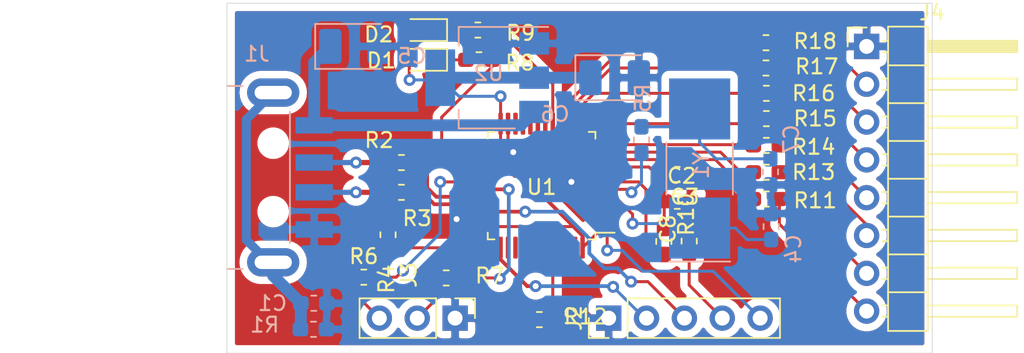
<source format=kicad_pcb>
(kicad_pcb (version 20171130) (host pcbnew "(5.1.5)-3")

  (general
    (thickness 1.6)
    (drawings 8)
    (tracks 208)
    (zones 0)
    (modules 35)
    (nets 58)
  )

  (page A4)
  (layers
    (0 F.Cu signal)
    (31 B.Cu signal)
    (32 B.Adhes user)
    (33 F.Adhes user)
    (34 B.Paste user)
    (35 F.Paste user)
    (36 B.SilkS user)
    (37 F.SilkS user)
    (38 B.Mask user)
    (39 F.Mask user)
    (40 Dwgs.User user)
    (41 Cmts.User user)
    (42 Eco1.User user)
    (43 Eco2.User user)
    (44 Edge.Cuts user)
    (45 Margin user)
    (46 B.CrtYd user)
    (47 F.CrtYd user)
    (48 B.Fab user hide)
    (49 F.Fab user hide)
  )

  (setup
    (last_trace_width 0.2)
    (user_trace_width 0.2)
    (user_trace_width 0.35)
    (user_trace_width 0.5)
    (user_trace_width 0.6)
    (user_trace_width 0.8)
    (user_trace_width 1)
    (trace_clearance 0.2)
    (zone_clearance 0.508)
    (zone_45_only no)
    (trace_min 0.2)
    (via_size 0.8)
    (via_drill 0.4)
    (via_min_size 0.4)
    (via_min_drill 0.3)
    (user_via 0.7 0.4)
    (user_via 0.8 0.5)
    (user_via 0.9 0.6)
    (user_via 1 0.7)
    (uvia_size 0.3)
    (uvia_drill 0.1)
    (uvias_allowed no)
    (uvia_min_size 0.2)
    (uvia_min_drill 0.1)
    (edge_width 0.05)
    (segment_width 0.2)
    (pcb_text_width 0.3)
    (pcb_text_size 1.5 1.5)
    (mod_edge_width 0.12)
    (mod_text_size 1 1)
    (mod_text_width 0.15)
    (pad_size 1.524 1.524)
    (pad_drill 0.762)
    (pad_to_mask_clearance 0.051)
    (solder_mask_min_width 0.1)
    (aux_axis_origin 0 0)
    (grid_origin 91.6 139.3)
    (visible_elements 7FFFFFFF)
    (pcbplotparams
      (layerselection 0x010fc_ffffffff)
      (usegerberextensions false)
      (usegerberattributes false)
      (usegerberadvancedattributes false)
      (creategerberjobfile false)
      (excludeedgelayer true)
      (linewidth 0.100000)
      (plotframeref false)
      (viasonmask false)
      (mode 1)
      (useauxorigin false)
      (hpglpennumber 1)
      (hpglpenspeed 20)
      (hpglpendiameter 15.000000)
      (psnegative false)
      (psa4output false)
      (plotreference true)
      (plotvalue true)
      (plotinvisibletext false)
      (padsonsilk false)
      (subtractmaskfromsilk false)
      (outputformat 1)
      (mirror false)
      (drillshape 1)
      (scaleselection 1)
      (outputdirectory ""))
  )

  (net 0 "")
  (net 1 GND)
  (net 2 "Net-(C1-Pad1)")
  (net 3 +3V3)
  (net 4 /OSC_IN)
  (net 5 "Net-(C7-Pad1)")
  (net 6 /NRST)
  (net 7 "Net-(D1-Pad1)")
  (net 8 "Net-(D2-Pad1)")
  (net 9 /SWDIO)
  (net 10 /SWCLK)
  (net 11 /UTX1)
  (net 12 /URX1)
  (net 13 /USB_D-)
  (net 14 /USB_D+)
  (net 15 /OSC_OUT)
  (net 16 "Net-(R6-Pad2)")
  (net 17 "Net-(R7-Pad2)")
  (net 18 /LEDG_GPIO)
  (net 19 /LEDR_GPIO)
  (net 20 "Net-(R12-Pad1)")
  (net 21 "Net-(U1-Pad2)")
  (net 22 "Net-(U1-Pad3)")
  (net 23 "Net-(U1-Pad4)")
  (net 24 "Net-(U1-Pad18)")
  (net 25 "Net-(U1-Pad19)")
  (net 26 "Net-(U1-Pad20)")
  (net 27 "Net-(U1-Pad21)")
  (net 28 "Net-(U1-Pad22)")
  (net 29 "Net-(U1-Pad25)")
  (net 30 "Net-(U1-Pad26)")
  (net 31 "Net-(U1-Pad27)")
  (net 32 "Net-(U1-Pad28)")
  (net 33 "Net-(U1-Pad38)")
  (net 34 "Net-(U1-Pad39)")
  (net 35 "Net-(U1-Pad40)")
  (net 36 "Net-(U1-Pad41)")
  (net 37 "Net-(U1-Pad42)")
  (net 38 "Net-(U1-Pad43)")
  (net 39 "Net-(U1-Pad45)")
  (net 40 "Net-(U1-Pad46)")
  (net 41 /PA0)
  (net 42 /PA1)
  (net 43 /PA2)
  (net 44 /PA3)
  (net 45 /PA4)
  (net 46 "Net-(J4-Pad2)")
  (net 47 "Net-(J4-Pad3)")
  (net 48 "Net-(J4-Pad4)")
  (net 49 "Net-(J4-Pad5)")
  (net 50 "Net-(J4-Pad6)")
  (net 51 /PA5)
  (net 52 /PA6)
  (net 53 "Net-(J4-Pad7)")
  (net 54 "Net-(J4-Pad8)")
  (net 55 +5V)
  (net 56 "Net-(J1-Pad2)")
  (net 57 "Net-(J1-Pad3)")

  (net_class Default "This is the default net class."
    (clearance 0.2)
    (trace_width 0.25)
    (via_dia 0.8)
    (via_drill 0.4)
    (uvia_dia 0.3)
    (uvia_drill 0.1)
    (diff_pair_width 0.28)
    (diff_pair_gap 0.15)
    (add_net +3V3)
    (add_net +5V)
    (add_net /LEDG_GPIO)
    (add_net /LEDR_GPIO)
    (add_net /NRST)
    (add_net /OSC_IN)
    (add_net /OSC_OUT)
    (add_net /PA0)
    (add_net /PA1)
    (add_net /PA2)
    (add_net /PA3)
    (add_net /PA4)
    (add_net /PA5)
    (add_net /PA6)
    (add_net /SWCLK)
    (add_net /SWDIO)
    (add_net /URX1)
    (add_net /USB_D+)
    (add_net /USB_D-)
    (add_net /UTX1)
    (add_net GND)
    (add_net "Net-(C1-Pad1)")
    (add_net "Net-(C7-Pad1)")
    (add_net "Net-(D1-Pad1)")
    (add_net "Net-(D2-Pad1)")
    (add_net "Net-(J1-Pad2)")
    (add_net "Net-(J1-Pad3)")
    (add_net "Net-(J4-Pad2)")
    (add_net "Net-(J4-Pad3)")
    (add_net "Net-(J4-Pad4)")
    (add_net "Net-(J4-Pad5)")
    (add_net "Net-(J4-Pad6)")
    (add_net "Net-(J4-Pad7)")
    (add_net "Net-(J4-Pad8)")
    (add_net "Net-(R12-Pad1)")
    (add_net "Net-(R6-Pad2)")
    (add_net "Net-(R7-Pad2)")
    (add_net "Net-(U1-Pad18)")
    (add_net "Net-(U1-Pad19)")
    (add_net "Net-(U1-Pad2)")
    (add_net "Net-(U1-Pad20)")
    (add_net "Net-(U1-Pad21)")
    (add_net "Net-(U1-Pad22)")
    (add_net "Net-(U1-Pad25)")
    (add_net "Net-(U1-Pad26)")
    (add_net "Net-(U1-Pad27)")
    (add_net "Net-(U1-Pad28)")
    (add_net "Net-(U1-Pad3)")
    (add_net "Net-(U1-Pad38)")
    (add_net "Net-(U1-Pad39)")
    (add_net "Net-(U1-Pad4)")
    (add_net "Net-(U1-Pad40)")
    (add_net "Net-(U1-Pad41)")
    (add_net "Net-(U1-Pad42)")
    (add_net "Net-(U1-Pad43)")
    (add_net "Net-(U1-Pad45)")
    (add_net "Net-(U1-Pad46)")
  )

  (module Connector_USB:USB_A_CNCTech_1001-011-01101_Horizontal (layer B.Cu) (tedit 5AFEF547) (tstamp 5E8179ED)
    (at 87.8 127.5 180)
    (descr http://cnctech.us/pdfs/1001-011-01101.pdf)
    (tags USB-A)
    (path /5E760A0A)
    (attr smd)
    (fp_text reference J1 (at -5.8 8.3) (layer B.SilkS)
      (effects (font (size 1 1) (thickness 0.15)) (justify mirror))
    )
    (fp_text value USB_A_CONN (at 0 -8 180) (layer B.Fab)
      (effects (font (size 1 1) (thickness 0.15)) (justify mirror))
    )
    (fp_line (start -7.9 -6.025) (end -7.9 6.025) (layer B.Fab) (width 0.1))
    (fp_line (start -7.9 6.025) (end 10.9 6.025) (layer B.Fab) (width 0.1))
    (fp_line (start -7.9 -6.025) (end 10.9 -6.025) (layer B.Fab) (width 0.1))
    (fp_line (start 10.9 -6.025) (end 10.9 6.025) (layer B.Fab) (width 0.1))
    (fp_line (start -10.4 -3.75) (end -10.4 -3.25) (layer B.Fab) (width 0.1))
    (fp_line (start -10.4 -3.25) (end -7.9 -3.25) (layer B.Fab) (width 0.1))
    (fp_line (start -10.4 -3.75) (end -7.9 -3.75) (layer B.Fab) (width 0.1))
    (fp_line (start -10.4 -0.75) (end -7.9 -0.75) (layer B.Fab) (width 0.1))
    (fp_line (start -10.4 -1.25) (end -10.4 -0.75) (layer B.Fab) (width 0.1))
    (fp_line (start -10.4 -1.25) (end -7.9 -1.25) (layer B.Fab) (width 0.1))
    (fp_line (start -10.4 0.75) (end -10.4 1.25) (layer B.Fab) (width 0.1))
    (fp_line (start -10.4 0.75) (end -7.9 0.75) (layer B.Fab) (width 0.1))
    (fp_line (start -10.4 1.25) (end -7.9 1.25) (layer B.Fab) (width 0.1))
    (fp_line (start -10.4 3.75) (end -7.9 3.75) (layer B.Fab) (width 0.1))
    (fp_line (start -10.4 3.25) (end -10.4 3.75) (layer B.Fab) (width 0.1))
    (fp_line (start -10.4 3.25) (end -7.9 3.25) (layer B.Fab) (width 0.1))
    (fp_circle (center -6.9 2.3) (end -6.9 2.8) (layer B.Fab) (width 0.1))
    (fp_circle (center -6.9 -2.3) (end -6.9 -2.8) (layer B.Fab) (width 0.1))
    (fp_line (start -8.02 4.4) (end -8.02 -4.4) (layer B.SilkS) (width 0.12))
    (fp_line (start -3.8 -6.025) (end -3.8 6.025) (layer Dwgs.User) (width 0.1))
    (fp_text user "PCB Edge" (at -4.55 0.05 270) (layer Dwgs.User)
      (effects (font (size 0.6 0.6) (thickness 0.09)))
    )
    (fp_line (start -4.85 6.145) (end -3.8 6.145) (layer B.SilkS) (width 0.12))
    (fp_line (start -4.85 -6.145) (end -3.8 -6.145) (layer B.SilkS) (width 0.12))
    (fp_line (start -11.4 -4.55) (end -11.4 4.55) (layer B.CrtYd) (width 0.05))
    (fp_line (start -11.4 4.55) (end -9.15 4.55) (layer B.CrtYd) (width 0.05))
    (fp_line (start -9.15 7.15) (end -9.15 4.55) (layer B.CrtYd) (width 0.05))
    (fp_line (start -9.15 7.15) (end -4.65 7.15) (layer B.CrtYd) (width 0.05))
    (fp_line (start -4.65 6.52) (end -4.65 7.15) (layer B.CrtYd) (width 0.05))
    (fp_line (start -4.65 6.52) (end 11.4 6.52) (layer B.CrtYd) (width 0.05))
    (fp_line (start 11.4 -6.52) (end 11.4 6.52) (layer B.CrtYd) (width 0.05))
    (fp_text user %R (at -6 0 270) (layer B.Fab)
      (effects (font (size 1 1) (thickness 0.15)) (justify mirror))
    )
    (fp_line (start -4.65 -6.52) (end 11.4 -6.52) (layer B.CrtYd) (width 0.05))
    (fp_line (start -4.65 -7.15) (end -4.65 -6.52) (layer B.CrtYd) (width 0.05))
    (fp_line (start -9.15 -7.15) (end -4.65 -7.15) (layer B.CrtYd) (width 0.05))
    (fp_line (start -9.15 -4.55) (end -9.15 -7.15) (layer B.CrtYd) (width 0.05))
    (fp_line (start -11.4 -4.55) (end -9.15 -4.55) (layer B.CrtYd) (width 0.05))
    (pad 2 smd rect (at -9.65 1 180) (size 2.5 1.1) (layers B.Cu B.Paste B.Mask)
      (net 56 "Net-(J1-Pad2)"))
    (pad 3 smd rect (at -9.65 -1 180) (size 2.5 1.1) (layers B.Cu B.Paste B.Mask)
      (net 57 "Net-(J1-Pad3)"))
    (pad 1 smd rect (at -9.65 3.5 180) (size 2.5 1.1) (layers B.Cu B.Paste B.Mask)
      (net 55 +5V))
    (pad 4 smd rect (at -9.65 -3.5 180) (size 2.5 1.1) (layers B.Cu B.Paste B.Mask)
      (net 1 GND))
    (pad 5 thru_hole oval (at -6.9 5.7 180) (size 3.5 1.9) (drill oval 2.5 0.9) (layers *.Cu *.Mask)
      (net 2 "Net-(C1-Pad1)"))
    (pad 5 thru_hole oval (at -6.9 -5.7 180) (size 3.5 1.9) (drill oval 2.5 0.9) (layers *.Cu *.Mask)
      (net 2 "Net-(C1-Pad1)"))
    (pad "" np_thru_hole circle (at -6.9 2.3 180) (size 1.1 1.1) (drill 1.1) (layers *.Cu *.Mask))
    (pad "" np_thru_hole circle (at -6.9 -2.3 180) (size 1.1 1.1) (drill 1.1) (layers *.Cu *.Mask))
    (model ${KISYS3DMOD}/Connector_USB.3dshapes/USB_A_CNCTech_1001-011-01101_Horizontal.wrl
      (at (xyz 0 0 0))
      (scale (xyz 1 1 1))
      (rotate (xyz 0 0 0))
    )
  )

  (module Connector_PinHeader_2.54mm:PinHeader_1x03_P2.54mm_Vertical (layer F.Cu) (tedit 59FED5CC) (tstamp 5E81D358)
    (at 106.9 136.95 270)
    (descr "Through hole straight pin header, 1x03, 2.54mm pitch, single row")
    (tags "Through hole pin header THT 1x03 2.54mm single row")
    (path /5E78FA1B)
    (fp_text reference J3 (at -2.9 3.1 90) (layer F.SilkS)
      (effects (font (size 1 1) (thickness 0.15)))
    )
    (fp_text value UART1_CONN_3P (at 0 7.41 90) (layer F.Fab)
      (effects (font (size 1 1) (thickness 0.15)))
    )
    (fp_text user %R (at 0 2.54) (layer F.Fab)
      (effects (font (size 1 1) (thickness 0.15)))
    )
    (fp_line (start 1.8 -1.8) (end -1.8 -1.8) (layer F.CrtYd) (width 0.05))
    (fp_line (start 1.8 6.85) (end 1.8 -1.8) (layer F.CrtYd) (width 0.05))
    (fp_line (start -1.8 6.85) (end 1.8 6.85) (layer F.CrtYd) (width 0.05))
    (fp_line (start -1.8 -1.8) (end -1.8 6.85) (layer F.CrtYd) (width 0.05))
    (fp_line (start -1.33 -1.33) (end 0 -1.33) (layer F.SilkS) (width 0.12))
    (fp_line (start -1.33 0) (end -1.33 -1.33) (layer F.SilkS) (width 0.12))
    (fp_line (start -1.33 1.27) (end 1.33 1.27) (layer F.SilkS) (width 0.12))
    (fp_line (start 1.33 1.27) (end 1.33 6.41) (layer F.SilkS) (width 0.12))
    (fp_line (start -1.33 1.27) (end -1.33 6.41) (layer F.SilkS) (width 0.12))
    (fp_line (start -1.33 6.41) (end 1.33 6.41) (layer F.SilkS) (width 0.12))
    (fp_line (start -1.27 -0.635) (end -0.635 -1.27) (layer F.Fab) (width 0.1))
    (fp_line (start -1.27 6.35) (end -1.27 -0.635) (layer F.Fab) (width 0.1))
    (fp_line (start 1.27 6.35) (end -1.27 6.35) (layer F.Fab) (width 0.1))
    (fp_line (start 1.27 -1.27) (end 1.27 6.35) (layer F.Fab) (width 0.1))
    (fp_line (start -0.635 -1.27) (end 1.27 -1.27) (layer F.Fab) (width 0.1))
    (pad 3 thru_hole oval (at 0 5.08 270) (size 1.7 1.7) (drill 1) (layers *.Cu *.Mask)
      (net 11 /UTX1))
    (pad 2 thru_hole oval (at 0 2.54 270) (size 1.7 1.7) (drill 1) (layers *.Cu *.Mask)
      (net 12 /URX1))
    (pad 1 thru_hole rect (at 0 0 270) (size 1.7 1.7) (drill 1) (layers *.Cu *.Mask)
      (net 1 GND))
    (model ${KISYS3DMOD}/Connector_PinHeader_2.54mm.3dshapes/PinHeader_1x03_P2.54mm_Vertical.wrl
      (at (xyz 0 0 0))
      (scale (xyz 1 1 1))
      (rotate (xyz 0 0 0))
    )
  )

  (module Connector_PinHeader_2.54mm:PinHeader_1x05_P2.54mm_Vertical (layer F.Cu) (tedit 59FED5CC) (tstamp 5E7A06E5)
    (at 117.2 136.95 90)
    (descr "Through hole straight pin header, 1x05, 2.54mm pitch, single row")
    (tags "Through hole pin header THT 1x05 2.54mm single row")
    (path /5E7B3ABB)
    (fp_text reference J2 (at 0 -2.33 90) (layer F.SilkS)
      (effects (font (size 1 1) (thickness 0.15)))
    )
    (fp_text value SWD_CONN_5P (at 0 12.49 90) (layer F.Fab)
      (effects (font (size 1 1) (thickness 0.15)))
    )
    (fp_text user %R (at 0 5.08) (layer F.Fab)
      (effects (font (size 1 1) (thickness 0.15)))
    )
    (fp_line (start 1.8 -1.8) (end -1.8 -1.8) (layer F.CrtYd) (width 0.05))
    (fp_line (start 1.8 11.95) (end 1.8 -1.8) (layer F.CrtYd) (width 0.05))
    (fp_line (start -1.8 11.95) (end 1.8 11.95) (layer F.CrtYd) (width 0.05))
    (fp_line (start -1.8 -1.8) (end -1.8 11.95) (layer F.CrtYd) (width 0.05))
    (fp_line (start -1.33 -1.33) (end 0 -1.33) (layer F.SilkS) (width 0.12))
    (fp_line (start -1.33 0) (end -1.33 -1.33) (layer F.SilkS) (width 0.12))
    (fp_line (start -1.33 1.27) (end 1.33 1.27) (layer F.SilkS) (width 0.12))
    (fp_line (start 1.33 1.27) (end 1.33 11.49) (layer F.SilkS) (width 0.12))
    (fp_line (start -1.33 1.27) (end -1.33 11.49) (layer F.SilkS) (width 0.12))
    (fp_line (start -1.33 11.49) (end 1.33 11.49) (layer F.SilkS) (width 0.12))
    (fp_line (start -1.27 -0.635) (end -0.635 -1.27) (layer F.Fab) (width 0.1))
    (fp_line (start -1.27 11.43) (end -1.27 -0.635) (layer F.Fab) (width 0.1))
    (fp_line (start 1.27 11.43) (end -1.27 11.43) (layer F.Fab) (width 0.1))
    (fp_line (start 1.27 -1.27) (end 1.27 11.43) (layer F.Fab) (width 0.1))
    (fp_line (start -0.635 -1.27) (end 1.27 -1.27) (layer F.Fab) (width 0.1))
    (pad 5 thru_hole oval (at 0 10.16 90) (size 1.7 1.7) (drill 1) (layers *.Cu *.Mask)
      (net 3 +3V3))
    (pad 4 thru_hole oval (at 0 7.62 90) (size 1.7 1.7) (drill 1) (layers *.Cu *.Mask)
      (net 6 /NRST))
    (pad 3 thru_hole oval (at 0 5.08 90) (size 1.7 1.7) (drill 1) (layers *.Cu *.Mask)
      (net 9 /SWDIO))
    (pad 2 thru_hole oval (at 0 2.54 90) (size 1.7 1.7) (drill 1) (layers *.Cu *.Mask)
      (net 10 /SWCLK))
    (pad 1 thru_hole rect (at 0 0 90) (size 1.7 1.7) (drill 1) (layers *.Cu *.Mask)
      (net 1 GND))
    (model ${KISYS3DMOD}/Connector_PinHeader_2.54mm.3dshapes/PinHeader_1x05_P2.54mm_Vertical.wrl
      (at (xyz 0 0 0))
      (scale (xyz 1 1 1))
      (rotate (xyz 0 0 0))
    )
  )

  (module Connector_PinHeader_2.54mm:PinHeader_1x08_P2.54mm_Horizontal (layer F.Cu) (tedit 59FED5CB) (tstamp 5E821BB0)
    (at 134.5 118.7)
    (descr "Through hole angled pin header, 1x08, 2.54mm pitch, 6mm pin length, single row")
    (tags "Through hole angled pin header THT 1x08 2.54mm single row")
    (path /5E7D84F3)
    (fp_text reference J4 (at 4.385 -2.27) (layer F.SilkS)
      (effects (font (size 1 1) (thickness 0.15)))
    )
    (fp_text value PAEX_CONN_8P (at 4.385 20.05) (layer F.Fab)
      (effects (font (size 1 1) (thickness 0.15)))
    )
    (fp_text user %R (at 2.77 8.89 90) (layer F.Fab)
      (effects (font (size 1 1) (thickness 0.15)))
    )
    (fp_line (start 10.55 -1.8) (end -1.8 -1.8) (layer F.CrtYd) (width 0.05))
    (fp_line (start 10.55 19.55) (end 10.55 -1.8) (layer F.CrtYd) (width 0.05))
    (fp_line (start -1.8 19.55) (end 10.55 19.55) (layer F.CrtYd) (width 0.05))
    (fp_line (start -1.8 -1.8) (end -1.8 19.55) (layer F.CrtYd) (width 0.05))
    (fp_line (start -1.27 -1.27) (end 0 -1.27) (layer F.SilkS) (width 0.12))
    (fp_line (start -1.27 0) (end -1.27 -1.27) (layer F.SilkS) (width 0.12))
    (fp_line (start 1.042929 18.16) (end 1.44 18.16) (layer F.SilkS) (width 0.12))
    (fp_line (start 1.042929 17.4) (end 1.44 17.4) (layer F.SilkS) (width 0.12))
    (fp_line (start 10.1 18.16) (end 4.1 18.16) (layer F.SilkS) (width 0.12))
    (fp_line (start 10.1 17.4) (end 10.1 18.16) (layer F.SilkS) (width 0.12))
    (fp_line (start 4.1 17.4) (end 10.1 17.4) (layer F.SilkS) (width 0.12))
    (fp_line (start 1.44 16.51) (end 4.1 16.51) (layer F.SilkS) (width 0.12))
    (fp_line (start 1.042929 15.62) (end 1.44 15.62) (layer F.SilkS) (width 0.12))
    (fp_line (start 1.042929 14.86) (end 1.44 14.86) (layer F.SilkS) (width 0.12))
    (fp_line (start 10.1 15.62) (end 4.1 15.62) (layer F.SilkS) (width 0.12))
    (fp_line (start 10.1 14.86) (end 10.1 15.62) (layer F.SilkS) (width 0.12))
    (fp_line (start 4.1 14.86) (end 10.1 14.86) (layer F.SilkS) (width 0.12))
    (fp_line (start 1.44 13.97) (end 4.1 13.97) (layer F.SilkS) (width 0.12))
    (fp_line (start 1.042929 13.08) (end 1.44 13.08) (layer F.SilkS) (width 0.12))
    (fp_line (start 1.042929 12.32) (end 1.44 12.32) (layer F.SilkS) (width 0.12))
    (fp_line (start 10.1 13.08) (end 4.1 13.08) (layer F.SilkS) (width 0.12))
    (fp_line (start 10.1 12.32) (end 10.1 13.08) (layer F.SilkS) (width 0.12))
    (fp_line (start 4.1 12.32) (end 10.1 12.32) (layer F.SilkS) (width 0.12))
    (fp_line (start 1.44 11.43) (end 4.1 11.43) (layer F.SilkS) (width 0.12))
    (fp_line (start 1.042929 10.54) (end 1.44 10.54) (layer F.SilkS) (width 0.12))
    (fp_line (start 1.042929 9.78) (end 1.44 9.78) (layer F.SilkS) (width 0.12))
    (fp_line (start 10.1 10.54) (end 4.1 10.54) (layer F.SilkS) (width 0.12))
    (fp_line (start 10.1 9.78) (end 10.1 10.54) (layer F.SilkS) (width 0.12))
    (fp_line (start 4.1 9.78) (end 10.1 9.78) (layer F.SilkS) (width 0.12))
    (fp_line (start 1.44 8.89) (end 4.1 8.89) (layer F.SilkS) (width 0.12))
    (fp_line (start 1.042929 8) (end 1.44 8) (layer F.SilkS) (width 0.12))
    (fp_line (start 1.042929 7.24) (end 1.44 7.24) (layer F.SilkS) (width 0.12))
    (fp_line (start 10.1 8) (end 4.1 8) (layer F.SilkS) (width 0.12))
    (fp_line (start 10.1 7.24) (end 10.1 8) (layer F.SilkS) (width 0.12))
    (fp_line (start 4.1 7.24) (end 10.1 7.24) (layer F.SilkS) (width 0.12))
    (fp_line (start 1.44 6.35) (end 4.1 6.35) (layer F.SilkS) (width 0.12))
    (fp_line (start 1.042929 5.46) (end 1.44 5.46) (layer F.SilkS) (width 0.12))
    (fp_line (start 1.042929 4.7) (end 1.44 4.7) (layer F.SilkS) (width 0.12))
    (fp_line (start 10.1 5.46) (end 4.1 5.46) (layer F.SilkS) (width 0.12))
    (fp_line (start 10.1 4.7) (end 10.1 5.46) (layer F.SilkS) (width 0.12))
    (fp_line (start 4.1 4.7) (end 10.1 4.7) (layer F.SilkS) (width 0.12))
    (fp_line (start 1.44 3.81) (end 4.1 3.81) (layer F.SilkS) (width 0.12))
    (fp_line (start 1.042929 2.92) (end 1.44 2.92) (layer F.SilkS) (width 0.12))
    (fp_line (start 1.042929 2.16) (end 1.44 2.16) (layer F.SilkS) (width 0.12))
    (fp_line (start 10.1 2.92) (end 4.1 2.92) (layer F.SilkS) (width 0.12))
    (fp_line (start 10.1 2.16) (end 10.1 2.92) (layer F.SilkS) (width 0.12))
    (fp_line (start 4.1 2.16) (end 10.1 2.16) (layer F.SilkS) (width 0.12))
    (fp_line (start 1.44 1.27) (end 4.1 1.27) (layer F.SilkS) (width 0.12))
    (fp_line (start 1.11 0.38) (end 1.44 0.38) (layer F.SilkS) (width 0.12))
    (fp_line (start 1.11 -0.38) (end 1.44 -0.38) (layer F.SilkS) (width 0.12))
    (fp_line (start 4.1 0.28) (end 10.1 0.28) (layer F.SilkS) (width 0.12))
    (fp_line (start 4.1 0.16) (end 10.1 0.16) (layer F.SilkS) (width 0.12))
    (fp_line (start 4.1 0.04) (end 10.1 0.04) (layer F.SilkS) (width 0.12))
    (fp_line (start 4.1 -0.08) (end 10.1 -0.08) (layer F.SilkS) (width 0.12))
    (fp_line (start 4.1 -0.2) (end 10.1 -0.2) (layer F.SilkS) (width 0.12))
    (fp_line (start 4.1 -0.32) (end 10.1 -0.32) (layer F.SilkS) (width 0.12))
    (fp_line (start 10.1 0.38) (end 4.1 0.38) (layer F.SilkS) (width 0.12))
    (fp_line (start 10.1 -0.38) (end 10.1 0.38) (layer F.SilkS) (width 0.12))
    (fp_line (start 4.1 -0.38) (end 10.1 -0.38) (layer F.SilkS) (width 0.12))
    (fp_line (start 4.1 -1.33) (end 1.44 -1.33) (layer F.SilkS) (width 0.12))
    (fp_line (start 4.1 19.11) (end 4.1 -1.33) (layer F.SilkS) (width 0.12))
    (fp_line (start 1.44 19.11) (end 4.1 19.11) (layer F.SilkS) (width 0.12))
    (fp_line (start 1.44 -1.33) (end 1.44 19.11) (layer F.SilkS) (width 0.12))
    (fp_line (start 4.04 18.1) (end 10.04 18.1) (layer F.Fab) (width 0.1))
    (fp_line (start 10.04 17.46) (end 10.04 18.1) (layer F.Fab) (width 0.1))
    (fp_line (start 4.04 17.46) (end 10.04 17.46) (layer F.Fab) (width 0.1))
    (fp_line (start -0.32 18.1) (end 1.5 18.1) (layer F.Fab) (width 0.1))
    (fp_line (start -0.32 17.46) (end -0.32 18.1) (layer F.Fab) (width 0.1))
    (fp_line (start -0.32 17.46) (end 1.5 17.46) (layer F.Fab) (width 0.1))
    (fp_line (start 4.04 15.56) (end 10.04 15.56) (layer F.Fab) (width 0.1))
    (fp_line (start 10.04 14.92) (end 10.04 15.56) (layer F.Fab) (width 0.1))
    (fp_line (start 4.04 14.92) (end 10.04 14.92) (layer F.Fab) (width 0.1))
    (fp_line (start -0.32 15.56) (end 1.5 15.56) (layer F.Fab) (width 0.1))
    (fp_line (start -0.32 14.92) (end -0.32 15.56) (layer F.Fab) (width 0.1))
    (fp_line (start -0.32 14.92) (end 1.5 14.92) (layer F.Fab) (width 0.1))
    (fp_line (start 4.04 13.02) (end 10.04 13.02) (layer F.Fab) (width 0.1))
    (fp_line (start 10.04 12.38) (end 10.04 13.02) (layer F.Fab) (width 0.1))
    (fp_line (start 4.04 12.38) (end 10.04 12.38) (layer F.Fab) (width 0.1))
    (fp_line (start -0.32 13.02) (end 1.5 13.02) (layer F.Fab) (width 0.1))
    (fp_line (start -0.32 12.38) (end -0.32 13.02) (layer F.Fab) (width 0.1))
    (fp_line (start -0.32 12.38) (end 1.5 12.38) (layer F.Fab) (width 0.1))
    (fp_line (start 4.04 10.48) (end 10.04 10.48) (layer F.Fab) (width 0.1))
    (fp_line (start 10.04 9.84) (end 10.04 10.48) (layer F.Fab) (width 0.1))
    (fp_line (start 4.04 9.84) (end 10.04 9.84) (layer F.Fab) (width 0.1))
    (fp_line (start -0.32 10.48) (end 1.5 10.48) (layer F.Fab) (width 0.1))
    (fp_line (start -0.32 9.84) (end -0.32 10.48) (layer F.Fab) (width 0.1))
    (fp_line (start -0.32 9.84) (end 1.5 9.84) (layer F.Fab) (width 0.1))
    (fp_line (start 4.04 7.94) (end 10.04 7.94) (layer F.Fab) (width 0.1))
    (fp_line (start 10.04 7.3) (end 10.04 7.94) (layer F.Fab) (width 0.1))
    (fp_line (start 4.04 7.3) (end 10.04 7.3) (layer F.Fab) (width 0.1))
    (fp_line (start -0.32 7.94) (end 1.5 7.94) (layer F.Fab) (width 0.1))
    (fp_line (start -0.32 7.3) (end -0.32 7.94) (layer F.Fab) (width 0.1))
    (fp_line (start -0.32 7.3) (end 1.5 7.3) (layer F.Fab) (width 0.1))
    (fp_line (start 4.04 5.4) (end 10.04 5.4) (layer F.Fab) (width 0.1))
    (fp_line (start 10.04 4.76) (end 10.04 5.4) (layer F.Fab) (width 0.1))
    (fp_line (start 4.04 4.76) (end 10.04 4.76) (layer F.Fab) (width 0.1))
    (fp_line (start -0.32 5.4) (end 1.5 5.4) (layer F.Fab) (width 0.1))
    (fp_line (start -0.32 4.76) (end -0.32 5.4) (layer F.Fab) (width 0.1))
    (fp_line (start -0.32 4.76) (end 1.5 4.76) (layer F.Fab) (width 0.1))
    (fp_line (start 4.04 2.86) (end 10.04 2.86) (layer F.Fab) (width 0.1))
    (fp_line (start 10.04 2.22) (end 10.04 2.86) (layer F.Fab) (width 0.1))
    (fp_line (start 4.04 2.22) (end 10.04 2.22) (layer F.Fab) (width 0.1))
    (fp_line (start -0.32 2.86) (end 1.5 2.86) (layer F.Fab) (width 0.1))
    (fp_line (start -0.32 2.22) (end -0.32 2.86) (layer F.Fab) (width 0.1))
    (fp_line (start -0.32 2.22) (end 1.5 2.22) (layer F.Fab) (width 0.1))
    (fp_line (start 4.04 0.32) (end 10.04 0.32) (layer F.Fab) (width 0.1))
    (fp_line (start 10.04 -0.32) (end 10.04 0.32) (layer F.Fab) (width 0.1))
    (fp_line (start 4.04 -0.32) (end 10.04 -0.32) (layer F.Fab) (width 0.1))
    (fp_line (start -0.32 0.32) (end 1.5 0.32) (layer F.Fab) (width 0.1))
    (fp_line (start -0.32 -0.32) (end -0.32 0.32) (layer F.Fab) (width 0.1))
    (fp_line (start -0.32 -0.32) (end 1.5 -0.32) (layer F.Fab) (width 0.1))
    (fp_line (start 1.5 -0.635) (end 2.135 -1.27) (layer F.Fab) (width 0.1))
    (fp_line (start 1.5 19.05) (end 1.5 -0.635) (layer F.Fab) (width 0.1))
    (fp_line (start 4.04 19.05) (end 1.5 19.05) (layer F.Fab) (width 0.1))
    (fp_line (start 4.04 -1.27) (end 4.04 19.05) (layer F.Fab) (width 0.1))
    (fp_line (start 2.135 -1.27) (end 4.04 -1.27) (layer F.Fab) (width 0.1))
    (pad 8 thru_hole oval (at 0 17.78) (size 1.7 1.7) (drill 1) (layers *.Cu *.Mask)
      (net 54 "Net-(J4-Pad8)"))
    (pad 7 thru_hole oval (at 0 15.24) (size 1.7 1.7) (drill 1) (layers *.Cu *.Mask)
      (net 53 "Net-(J4-Pad7)"))
    (pad 6 thru_hole oval (at 0 12.7) (size 1.7 1.7) (drill 1) (layers *.Cu *.Mask)
      (net 50 "Net-(J4-Pad6)"))
    (pad 5 thru_hole oval (at 0 10.16) (size 1.7 1.7) (drill 1) (layers *.Cu *.Mask)
      (net 49 "Net-(J4-Pad5)"))
    (pad 4 thru_hole oval (at 0 7.62) (size 1.7 1.7) (drill 1) (layers *.Cu *.Mask)
      (net 48 "Net-(J4-Pad4)"))
    (pad 3 thru_hole oval (at 0 5.08) (size 1.7 1.7) (drill 1) (layers *.Cu *.Mask)
      (net 47 "Net-(J4-Pad3)"))
    (pad 2 thru_hole oval (at 0 2.54) (size 1.7 1.7) (drill 1) (layers *.Cu *.Mask)
      (net 46 "Net-(J4-Pad2)"))
    (pad 1 thru_hole rect (at 0 0) (size 1.7 1.7) (drill 1) (layers *.Cu *.Mask)
      (net 1 GND))
    (model ${KISYS3DMOD}/Connector_PinHeader_2.54mm.3dshapes/PinHeader_1x08_P2.54mm_Horizontal.wrl
      (at (xyz 0 0 0))
      (scale (xyz 1 1 1))
      (rotate (xyz 0 0 0))
    )
  )

  (module Crystal:Crystal_SMD_SeikoEpson_MC405-2Pin_9.6x4.1mm (layer B.Cu) (tedit 5A0FD1B2) (tstamp 5E81DCAB)
    (at 123.3 126.9 90)
    (descr "SMD Crystal Seiko Epson MC-405 https://support.epson.biz/td/api/doc_check.php?dl=brief_MC-306_en.pdf, 9.6x4.1mm^2 package")
    (tags "SMD SMT crystal")
    (path /5E766F9D)
    (attr smd)
    (fp_text reference Y1 (at 0.2 0.1 90) (layer B.SilkS)
      (effects (font (size 1 1) (thickness 0.15)) (justify mirror))
    )
    (fp_text value 8MHz (at 0 -3.23 90) (layer B.Fab)
      (effects (font (size 1 1) (thickness 0.15)) (justify mirror))
    )
    (fp_text user %R (at 0 0 90) (layer B.Fab)
      (effects (font (size 1 1) (thickness 0.15)) (justify mirror))
    )
    (fp_line (start -4.8 2.03) (end -4.8 -2.03) (layer B.Fab) (width 0.1))
    (fp_line (start -4.8 -2.03) (end 4.8 -2.03) (layer B.Fab) (width 0.1))
    (fp_line (start 4.8 -2.03) (end 4.8 2.03) (layer B.Fab) (width 0.1))
    (fp_line (start 4.8 2.03) (end -4.8 2.03) (layer B.Fab) (width 0.1))
    (fp_line (start -4.8 -1.03) (end -3.8 -2.03) (layer B.Fab) (width 0.1))
    (fp_line (start -1.75 2.23) (end 1.75 2.23) (layer B.SilkS) (width 0.12))
    (fp_line (start -1.75 -2.23) (end 1.75 -2.23) (layer B.SilkS) (width 0.12))
    (fp_line (start -6.25 2.05) (end -6.25 -2.05) (layer B.SilkS) (width 0.12))
    (fp_line (start -6.3 2.3) (end -6.3 -2.3) (layer B.CrtYd) (width 0.05))
    (fp_line (start -6.3 -2.3) (end 6.3 -2.3) (layer B.CrtYd) (width 0.05))
    (fp_line (start 6.3 -2.3) (end 6.3 2.3) (layer B.CrtYd) (width 0.05))
    (fp_line (start 6.3 2.3) (end -6.3 2.3) (layer B.CrtYd) (width 0.05))
    (pad 1 smd rect (at -4 0 90) (size 4.1 4.1) (layers B.Cu B.Paste B.Mask)
      (net 4 /OSC_IN))
    (pad 2 smd rect (at 4 0 90) (size 4.1 4.1) (layers B.Cu B.Paste B.Mask)
      (net 5 "Net-(C7-Pad1)"))
    (model ${KISYS3DMOD}/Crystal.3dshapes/Crystal_SMD_SeikoEpson_MC405-2Pin_9.6x4.1mm.wrl
      (at (xyz 0 0 0))
      (scale (xyz 1 1 1))
      (rotate (xyz 0 0 0))
    )
  )

  (module Capacitor_SMD:C_0603_1608Metric_Pad1.05x0.95mm_HandSolder (layer B.Cu) (tedit 5B301BBE) (tstamp 5E818026)
    (at 97.425 135.95)
    (descr "Capacitor SMD 0603 (1608 Metric), square (rectangular) end terminal, IPC_7351 nominal with elongated pad for handsoldering. (Body size source: http://www.tortai-tech.com/upload/download/2011102023233369053.pdf), generated with kicad-footprint-generator")
    (tags "capacitor handsolder")
    (path /5E780F52)
    (attr smd)
    (fp_text reference C1 (at -2.775 0) (layer B.SilkS)
      (effects (font (size 1 1) (thickness 0.15)) (justify mirror))
    )
    (fp_text value 10nF (at 0 -1.43) (layer B.Fab)
      (effects (font (size 1 1) (thickness 0.15)) (justify mirror))
    )
    (fp_text user %R (at 0 0) (layer B.Fab)
      (effects (font (size 0.4 0.4) (thickness 0.06)) (justify mirror))
    )
    (fp_line (start 1.65 -0.73) (end -1.65 -0.73) (layer B.CrtYd) (width 0.05))
    (fp_line (start 1.65 0.73) (end 1.65 -0.73) (layer B.CrtYd) (width 0.05))
    (fp_line (start -1.65 0.73) (end 1.65 0.73) (layer B.CrtYd) (width 0.05))
    (fp_line (start -1.65 -0.73) (end -1.65 0.73) (layer B.CrtYd) (width 0.05))
    (fp_line (start -0.171267 -0.51) (end 0.171267 -0.51) (layer B.SilkS) (width 0.12))
    (fp_line (start -0.171267 0.51) (end 0.171267 0.51) (layer B.SilkS) (width 0.12))
    (fp_line (start 0.8 -0.4) (end -0.8 -0.4) (layer B.Fab) (width 0.1))
    (fp_line (start 0.8 0.4) (end 0.8 -0.4) (layer B.Fab) (width 0.1))
    (fp_line (start -0.8 0.4) (end 0.8 0.4) (layer B.Fab) (width 0.1))
    (fp_line (start -0.8 -0.4) (end -0.8 0.4) (layer B.Fab) (width 0.1))
    (pad 2 smd roundrect (at 0.875 0) (size 1.05 0.95) (layers B.Cu B.Paste B.Mask) (roundrect_rratio 0.25)
      (net 1 GND))
    (pad 1 smd roundrect (at -0.875 0) (size 1.05 0.95) (layers B.Cu B.Paste B.Mask) (roundrect_rratio 0.25)
      (net 2 "Net-(C1-Pad1)"))
    (model ${KISYS3DMOD}/Capacitor_SMD.3dshapes/C_0603_1608Metric.wrl
      (at (xyz 0 0 0))
      (scale (xyz 1 1 1))
      (rotate (xyz 0 0 0))
    )
  )

  (module Capacitor_SMD:C_0603_1608Metric_Pad1.05x0.95mm_HandSolder (layer F.Cu) (tedit 5B301BBE) (tstamp 5E81F090)
    (at 121.8 129.1 180)
    (descr "Capacitor SMD 0603 (1608 Metric), square (rectangular) end terminal, IPC_7351 nominal with elongated pad for handsoldering. (Body size source: http://www.tortai-tech.com/upload/download/2011102023233369053.pdf), generated with kicad-footprint-generator")
    (tags "capacitor handsolder")
    (path /5E777F3B)
    (attr smd)
    (fp_text reference C2 (at -0.3 1.7) (layer F.SilkS)
      (effects (font (size 1 1) (thickness 0.15)))
    )
    (fp_text value 100nF (at 0 1.43) (layer F.Fab)
      (effects (font (size 1 1) (thickness 0.15)))
    )
    (fp_line (start -0.8 0.4) (end -0.8 -0.4) (layer F.Fab) (width 0.1))
    (fp_line (start -0.8 -0.4) (end 0.8 -0.4) (layer F.Fab) (width 0.1))
    (fp_line (start 0.8 -0.4) (end 0.8 0.4) (layer F.Fab) (width 0.1))
    (fp_line (start 0.8 0.4) (end -0.8 0.4) (layer F.Fab) (width 0.1))
    (fp_line (start -0.171267 -0.51) (end 0.171267 -0.51) (layer F.SilkS) (width 0.12))
    (fp_line (start -0.171267 0.51) (end 0.171267 0.51) (layer F.SilkS) (width 0.12))
    (fp_line (start -1.65 0.73) (end -1.65 -0.73) (layer F.CrtYd) (width 0.05))
    (fp_line (start -1.65 -0.73) (end 1.65 -0.73) (layer F.CrtYd) (width 0.05))
    (fp_line (start 1.65 -0.73) (end 1.65 0.73) (layer F.CrtYd) (width 0.05))
    (fp_line (start 1.65 0.73) (end -1.65 0.73) (layer F.CrtYd) (width 0.05))
    (fp_text user %R (at 0 0) (layer F.Fab)
      (effects (font (size 0.4 0.4) (thickness 0.06)))
    )
    (pad 1 smd roundrect (at -0.875 0 180) (size 1.05 0.95) (layers F.Cu F.Paste F.Mask) (roundrect_rratio 0.25)
      (net 1 GND))
    (pad 2 smd roundrect (at 0.875 0 180) (size 1.05 0.95) (layers F.Cu F.Paste F.Mask) (roundrect_rratio 0.25)
      (net 3 +3V3))
    (model ${KISYS3DMOD}/Capacitor_SMD.3dshapes/C_0603_1608Metric.wrl
      (at (xyz 0 0 0))
      (scale (xyz 1 1 1))
      (rotate (xyz 0 0 0))
    )
  )

  (module Capacitor_SMD:C_0603_1608Metric_Pad1.05x0.95mm_HandSolder (layer F.Cu) (tedit 5B301BBE) (tstamp 5E81EBCE)
    (at 121.8 127.3 180)
    (descr "Capacitor SMD 0603 (1608 Metric), square (rectangular) end terminal, IPC_7351 nominal with elongated pad for handsoldering. (Body size source: http://www.tortai-tech.com/upload/download/2011102023233369053.pdf), generated with kicad-footprint-generator")
    (tags "capacitor handsolder")
    (path /5E777893)
    (attr smd)
    (fp_text reference C3 (at -0.5 -1.5) (layer F.SilkS)
      (effects (font (size 1 1) (thickness 0.15)))
    )
    (fp_text value 1uF (at 0 1.43) (layer F.Fab)
      (effects (font (size 1 1) (thickness 0.15)))
    )
    (fp_text user %R (at 0 0) (layer F.Fab)
      (effects (font (size 0.4 0.4) (thickness 0.06)))
    )
    (fp_line (start 1.65 0.73) (end -1.65 0.73) (layer F.CrtYd) (width 0.05))
    (fp_line (start 1.65 -0.73) (end 1.65 0.73) (layer F.CrtYd) (width 0.05))
    (fp_line (start -1.65 -0.73) (end 1.65 -0.73) (layer F.CrtYd) (width 0.05))
    (fp_line (start -1.65 0.73) (end -1.65 -0.73) (layer F.CrtYd) (width 0.05))
    (fp_line (start -0.171267 0.51) (end 0.171267 0.51) (layer F.SilkS) (width 0.12))
    (fp_line (start -0.171267 -0.51) (end 0.171267 -0.51) (layer F.SilkS) (width 0.12))
    (fp_line (start 0.8 0.4) (end -0.8 0.4) (layer F.Fab) (width 0.1))
    (fp_line (start 0.8 -0.4) (end 0.8 0.4) (layer F.Fab) (width 0.1))
    (fp_line (start -0.8 -0.4) (end 0.8 -0.4) (layer F.Fab) (width 0.1))
    (fp_line (start -0.8 0.4) (end -0.8 -0.4) (layer F.Fab) (width 0.1))
    (pad 2 smd roundrect (at 0.875 0 180) (size 1.05 0.95) (layers F.Cu F.Paste F.Mask) (roundrect_rratio 0.25)
      (net 3 +3V3))
    (pad 1 smd roundrect (at -0.875 0 180) (size 1.05 0.95) (layers F.Cu F.Paste F.Mask) (roundrect_rratio 0.25)
      (net 1 GND))
    (model ${KISYS3DMOD}/Capacitor_SMD.3dshapes/C_0603_1608Metric.wrl
      (at (xyz 0 0 0))
      (scale (xyz 1 1 1))
      (rotate (xyz 0 0 0))
    )
  )

  (module Capacitor_SMD:C_0603_1608Metric_Pad1.05x0.95mm_HandSolder (layer B.Cu) (tedit 5B301BBE) (tstamp 5E820AEF)
    (at 128.1 130.8 90)
    (descr "Capacitor SMD 0603 (1608 Metric), square (rectangular) end terminal, IPC_7351 nominal with elongated pad for handsoldering. (Body size source: http://www.tortai-tech.com/upload/download/2011102023233369053.pdf), generated with kicad-footprint-generator")
    (tags "capacitor handsolder")
    (path /5E7763B0)
    (attr smd)
    (fp_text reference C4 (at -1.5 1.5 90) (layer B.SilkS)
      (effects (font (size 1 1) (thickness 0.15)) (justify mirror))
    )
    (fp_text value 10pF (at 0 -1.43 90) (layer B.Fab)
      (effects (font (size 1 1) (thickness 0.15)) (justify mirror))
    )
    (fp_line (start -0.8 -0.4) (end -0.8 0.4) (layer B.Fab) (width 0.1))
    (fp_line (start -0.8 0.4) (end 0.8 0.4) (layer B.Fab) (width 0.1))
    (fp_line (start 0.8 0.4) (end 0.8 -0.4) (layer B.Fab) (width 0.1))
    (fp_line (start 0.8 -0.4) (end -0.8 -0.4) (layer B.Fab) (width 0.1))
    (fp_line (start -0.171267 0.51) (end 0.171267 0.51) (layer B.SilkS) (width 0.12))
    (fp_line (start -0.171267 -0.51) (end 0.171267 -0.51) (layer B.SilkS) (width 0.12))
    (fp_line (start -1.65 -0.73) (end -1.65 0.73) (layer B.CrtYd) (width 0.05))
    (fp_line (start -1.65 0.73) (end 1.65 0.73) (layer B.CrtYd) (width 0.05))
    (fp_line (start 1.65 0.73) (end 1.65 -0.73) (layer B.CrtYd) (width 0.05))
    (fp_line (start 1.65 -0.73) (end -1.65 -0.73) (layer B.CrtYd) (width 0.05))
    (fp_text user %R (at 0 0 90) (layer B.Fab)
      (effects (font (size 0.4 0.4) (thickness 0.06)) (justify mirror))
    )
    (pad 1 smd roundrect (at -0.875 0 90) (size 1.05 0.95) (layers B.Cu B.Paste B.Mask) (roundrect_rratio 0.25)
      (net 4 /OSC_IN))
    (pad 2 smd roundrect (at 0.875 0 90) (size 1.05 0.95) (layers B.Cu B.Paste B.Mask) (roundrect_rratio 0.25)
      (net 1 GND))
    (model ${KISYS3DMOD}/Capacitor_SMD.3dshapes/C_0603_1608Metric.wrl
      (at (xyz 0 0 0))
      (scale (xyz 1 1 1))
      (rotate (xyz 0 0 0))
    )
  )

  (module Capacitor_Tantalum_SMD:CP_EIA-3528-12_Kemet-T_Pad1.50x2.35mm_HandSolder (layer B.Cu) (tedit 5B342532) (tstamp 5E818A71)
    (at 100.15 118.7)
    (descr "Tantalum Capacitor SMD Kemet-T (3528-12 Metric), IPC_7351 nominal, (Body size from: http://www.kemet.com/Lists/ProductCatalog/Attachments/253/KEM_TC101_STD.pdf), generated with kicad-footprint-generator")
    (tags "capacitor tantalum")
    (path /5E7A7CFE)
    (attr smd)
    (fp_text reference C5 (at 3.85 0.65) (layer B.SilkS)
      (effects (font (size 1 1) (thickness 0.15)) (justify mirror))
    )
    (fp_text value 10uF (at 0 -2.35) (layer B.Fab)
      (effects (font (size 1 1) (thickness 0.15)) (justify mirror))
    )
    (fp_text user %R (at 0 0) (layer B.Fab)
      (effects (font (size 0.88 0.88) (thickness 0.13)) (justify mirror))
    )
    (fp_line (start 2.62 -1.65) (end -2.62 -1.65) (layer B.CrtYd) (width 0.05))
    (fp_line (start 2.62 1.65) (end 2.62 -1.65) (layer B.CrtYd) (width 0.05))
    (fp_line (start -2.62 1.65) (end 2.62 1.65) (layer B.CrtYd) (width 0.05))
    (fp_line (start -2.62 -1.65) (end -2.62 1.65) (layer B.CrtYd) (width 0.05))
    (fp_line (start -2.635 -1.51) (end 1.75 -1.51) (layer B.SilkS) (width 0.12))
    (fp_line (start -2.635 1.51) (end -2.635 -1.51) (layer B.SilkS) (width 0.12))
    (fp_line (start 1.75 1.51) (end -2.635 1.51) (layer B.SilkS) (width 0.12))
    (fp_line (start 1.75 -1.4) (end 1.75 1.4) (layer B.Fab) (width 0.1))
    (fp_line (start -1.75 -1.4) (end 1.75 -1.4) (layer B.Fab) (width 0.1))
    (fp_line (start -1.75 0.7) (end -1.75 -1.4) (layer B.Fab) (width 0.1))
    (fp_line (start -1.05 1.4) (end -1.75 0.7) (layer B.Fab) (width 0.1))
    (fp_line (start 1.75 1.4) (end -1.05 1.4) (layer B.Fab) (width 0.1))
    (pad 2 smd roundrect (at 1.625 0) (size 1.5 2.35) (layers B.Cu B.Paste B.Mask) (roundrect_rratio 0.166667)
      (net 1 GND))
    (pad 1 smd roundrect (at -1.625 0) (size 1.5 2.35) (layers B.Cu B.Paste B.Mask) (roundrect_rratio 0.166667)
      (net 55 +5V))
    (model ${KISYS3DMOD}/Capacitor_Tantalum_SMD.3dshapes/CP_EIA-3528-12_Kemet-T.wrl
      (at (xyz 0 0 0))
      (scale (xyz 1 1 1))
      (rotate (xyz 0 0 0))
    )
  )

  (module Capacitor_Tantalum_SMD:CP_EIA-3528-12_Kemet-T_Pad1.50x2.35mm_HandSolder (layer B.Cu) (tedit 5B342532) (tstamp 5E818923)
    (at 117.6 120.8)
    (descr "Tantalum Capacitor SMD Kemet-T (3528-12 Metric), IPC_7351 nominal, (Body size from: http://www.kemet.com/Lists/ProductCatalog/Attachments/253/KEM_TC101_STD.pdf), generated with kicad-footprint-generator")
    (tags "capacitor tantalum")
    (path /5E7A8445)
    (attr smd)
    (fp_text reference C6 (at -4 2.45) (layer B.SilkS)
      (effects (font (size 1 1) (thickness 0.15)) (justify mirror))
    )
    (fp_text value 22uF (at 0 -2.35) (layer B.Fab)
      (effects (font (size 1 1) (thickness 0.15)) (justify mirror))
    )
    (fp_line (start 1.75 1.4) (end -1.05 1.4) (layer B.Fab) (width 0.1))
    (fp_line (start -1.05 1.4) (end -1.75 0.7) (layer B.Fab) (width 0.1))
    (fp_line (start -1.75 0.7) (end -1.75 -1.4) (layer B.Fab) (width 0.1))
    (fp_line (start -1.75 -1.4) (end 1.75 -1.4) (layer B.Fab) (width 0.1))
    (fp_line (start 1.75 -1.4) (end 1.75 1.4) (layer B.Fab) (width 0.1))
    (fp_line (start 1.75 1.51) (end -2.635 1.51) (layer B.SilkS) (width 0.12))
    (fp_line (start -2.635 1.51) (end -2.635 -1.51) (layer B.SilkS) (width 0.12))
    (fp_line (start -2.635 -1.51) (end 1.75 -1.51) (layer B.SilkS) (width 0.12))
    (fp_line (start -2.62 -1.65) (end -2.62 1.65) (layer B.CrtYd) (width 0.05))
    (fp_line (start -2.62 1.65) (end 2.62 1.65) (layer B.CrtYd) (width 0.05))
    (fp_line (start 2.62 1.65) (end 2.62 -1.65) (layer B.CrtYd) (width 0.05))
    (fp_line (start 2.62 -1.65) (end -2.62 -1.65) (layer B.CrtYd) (width 0.05))
    (fp_text user %R (at 0 0 -180) (layer B.Fab)
      (effects (font (size 0.88 0.88) (thickness 0.13)) (justify mirror))
    )
    (pad 1 smd roundrect (at -1.625 0) (size 1.5 2.35) (layers B.Cu B.Paste B.Mask) (roundrect_rratio 0.166667)
      (net 3 +3V3))
    (pad 2 smd roundrect (at 1.625 0) (size 1.5 2.35) (layers B.Cu B.Paste B.Mask) (roundrect_rratio 0.166667)
      (net 1 GND))
    (model ${KISYS3DMOD}/Capacitor_Tantalum_SMD.3dshapes/CP_EIA-3528-12_Kemet-T.wrl
      (at (xyz 0 0 0))
      (scale (xyz 1 1 1))
      (rotate (xyz 0 0 0))
    )
  )

  (module Capacitor_SMD:C_0603_1608Metric_Pad1.05x0.95mm_HandSolder (layer B.Cu) (tedit 5B301BBE) (tstamp 5E81DFE7)
    (at 128.05 127.125 270)
    (descr "Capacitor SMD 0603 (1608 Metric), square (rectangular) end terminal, IPC_7351 nominal with elongated pad for handsoldering. (Body size source: http://www.tortai-tech.com/upload/download/2011102023233369053.pdf), generated with kicad-footprint-generator")
    (tags "capacitor handsolder")
    (path /5E776B21)
    (attr smd)
    (fp_text reference C7 (at -2.2 -1.4 90) (layer B.SilkS)
      (effects (font (size 1 1) (thickness 0.15)) (justify mirror))
    )
    (fp_text value 10pF (at 0 -1.43 90) (layer B.Fab)
      (effects (font (size 1 1) (thickness 0.15)) (justify mirror))
    )
    (fp_line (start -0.8 -0.4) (end -0.8 0.4) (layer B.Fab) (width 0.1))
    (fp_line (start -0.8 0.4) (end 0.8 0.4) (layer B.Fab) (width 0.1))
    (fp_line (start 0.8 0.4) (end 0.8 -0.4) (layer B.Fab) (width 0.1))
    (fp_line (start 0.8 -0.4) (end -0.8 -0.4) (layer B.Fab) (width 0.1))
    (fp_line (start -0.171267 0.51) (end 0.171267 0.51) (layer B.SilkS) (width 0.12))
    (fp_line (start -0.171267 -0.51) (end 0.171267 -0.51) (layer B.SilkS) (width 0.12))
    (fp_line (start -1.65 -0.73) (end -1.65 0.73) (layer B.CrtYd) (width 0.05))
    (fp_line (start -1.65 0.73) (end 1.65 0.73) (layer B.CrtYd) (width 0.05))
    (fp_line (start 1.65 0.73) (end 1.65 -0.73) (layer B.CrtYd) (width 0.05))
    (fp_line (start 1.65 -0.73) (end -1.65 -0.73) (layer B.CrtYd) (width 0.05))
    (fp_text user %R (at 0 0 90) (layer B.Fab)
      (effects (font (size 0.4 0.4) (thickness 0.06)) (justify mirror))
    )
    (pad 1 smd roundrect (at -0.875 0 270) (size 1.05 0.95) (layers B.Cu B.Paste B.Mask) (roundrect_rratio 0.25)
      (net 5 "Net-(C7-Pad1)"))
    (pad 2 smd roundrect (at 0.875 0 270) (size 1.05 0.95) (layers B.Cu B.Paste B.Mask) (roundrect_rratio 0.25)
      (net 1 GND))
    (model ${KISYS3DMOD}/Capacitor_SMD.3dshapes/C_0603_1608Metric.wrl
      (at (xyz 0 0 0))
      (scale (xyz 1 1 1))
      (rotate (xyz 0 0 0))
    )
  )

  (module Capacitor_SMD:C_0603_1608Metric_Pad1.05x0.95mm_HandSolder (layer F.Cu) (tedit 5B301BBE) (tstamp 5E81F677)
    (at 122.6 131.775 90)
    (descr "Capacitor SMD 0603 (1608 Metric), square (rectangular) end terminal, IPC_7351 nominal with elongated pad for handsoldering. (Body size source: http://www.tortai-tech.com/upload/download/2011102023233369053.pdf), generated with kicad-footprint-generator")
    (tags "capacitor handsolder")
    (path /5E797B67)
    (attr smd)
    (fp_text reference C8 (at 0.8 -1.43 90) (layer F.SilkS)
      (effects (font (size 1 1) (thickness 0.15)))
    )
    (fp_text value 0.1uF (at 0 1.43 90) (layer F.Fab)
      (effects (font (size 1 1) (thickness 0.15)))
    )
    (fp_line (start -0.8 0.4) (end -0.8 -0.4) (layer F.Fab) (width 0.1))
    (fp_line (start -0.8 -0.4) (end 0.8 -0.4) (layer F.Fab) (width 0.1))
    (fp_line (start 0.8 -0.4) (end 0.8 0.4) (layer F.Fab) (width 0.1))
    (fp_line (start 0.8 0.4) (end -0.8 0.4) (layer F.Fab) (width 0.1))
    (fp_line (start -0.171267 -0.51) (end 0.171267 -0.51) (layer F.SilkS) (width 0.12))
    (fp_line (start -0.171267 0.51) (end 0.171267 0.51) (layer F.SilkS) (width 0.12))
    (fp_line (start -1.65 0.73) (end -1.65 -0.73) (layer F.CrtYd) (width 0.05))
    (fp_line (start -1.65 -0.73) (end 1.65 -0.73) (layer F.CrtYd) (width 0.05))
    (fp_line (start 1.65 -0.73) (end 1.65 0.73) (layer F.CrtYd) (width 0.05))
    (fp_line (start 1.65 0.73) (end -1.65 0.73) (layer F.CrtYd) (width 0.05))
    (fp_text user %R (at 0 0 90) (layer F.Fab)
      (effects (font (size 0.4 0.4) (thickness 0.06)))
    )
    (pad 1 smd roundrect (at -0.875 0 90) (size 1.05 0.95) (layers F.Cu F.Paste F.Mask) (roundrect_rratio 0.25)
      (net 6 /NRST))
    (pad 2 smd roundrect (at 0.875 0 90) (size 1.05 0.95) (layers F.Cu F.Paste F.Mask) (roundrect_rratio 0.25)
      (net 1 GND))
    (model ${KISYS3DMOD}/Capacitor_SMD.3dshapes/C_0603_1608Metric.wrl
      (at (xyz 0 0 0))
      (scale (xyz 1 1 1))
      (rotate (xyz 0 0 0))
    )
  )

  (module LED_SMD:LED_0603_1608Metric_Pad1.05x0.95mm_HandSolder (layer F.Cu) (tedit 5B4B45C9) (tstamp 5E818C43)
    (at 104.7 119.6 180)
    (descr "LED SMD 0603 (1608 Metric), square (rectangular) end terminal, IPC_7351 nominal, (Body size source: http://www.tortai-tech.com/upload/download/2011102023233369053.pdf), generated with kicad-footprint-generator")
    (tags "LED handsolder")
    (path /5E80B63D)
    (attr smd)
    (fp_text reference D1 (at 2.75 -0.05) (layer F.SilkS)
      (effects (font (size 1 1) (thickness 0.15)))
    )
    (fp_text value LEDG (at 0 1.43) (layer F.Fab)
      (effects (font (size 1 1) (thickness 0.15)))
    )
    (fp_line (start 0.8 -0.4) (end -0.5 -0.4) (layer F.Fab) (width 0.1))
    (fp_line (start -0.5 -0.4) (end -0.8 -0.1) (layer F.Fab) (width 0.1))
    (fp_line (start -0.8 -0.1) (end -0.8 0.4) (layer F.Fab) (width 0.1))
    (fp_line (start -0.8 0.4) (end 0.8 0.4) (layer F.Fab) (width 0.1))
    (fp_line (start 0.8 0.4) (end 0.8 -0.4) (layer F.Fab) (width 0.1))
    (fp_line (start 0.8 -0.735) (end -1.66 -0.735) (layer F.SilkS) (width 0.12))
    (fp_line (start -1.66 -0.735) (end -1.66 0.735) (layer F.SilkS) (width 0.12))
    (fp_line (start -1.66 0.735) (end 0.8 0.735) (layer F.SilkS) (width 0.12))
    (fp_line (start -1.65 0.73) (end -1.65 -0.73) (layer F.CrtYd) (width 0.05))
    (fp_line (start -1.65 -0.73) (end 1.65 -0.73) (layer F.CrtYd) (width 0.05))
    (fp_line (start 1.65 -0.73) (end 1.65 0.73) (layer F.CrtYd) (width 0.05))
    (fp_line (start 1.65 0.73) (end -1.65 0.73) (layer F.CrtYd) (width 0.05))
    (fp_text user %R (at 0 0) (layer F.Fab)
      (effects (font (size 0.4 0.4) (thickness 0.06)))
    )
    (pad 1 smd roundrect (at -0.875 0 180) (size 1.05 0.95) (layers F.Cu F.Paste F.Mask) (roundrect_rratio 0.25)
      (net 7 "Net-(D1-Pad1)"))
    (pad 2 smd roundrect (at 0.875 0 180) (size 1.05 0.95) (layers F.Cu F.Paste F.Mask) (roundrect_rratio 0.25)
      (net 3 +3V3))
    (model ${KISYS3DMOD}/LED_SMD.3dshapes/LED_0603_1608Metric.wrl
      (at (xyz 0 0 0))
      (scale (xyz 1 1 1))
      (rotate (xyz 0 0 0))
    )
  )

  (module LED_SMD:LED_0603_1608Metric_Pad1.05x0.95mm_HandSolder (layer F.Cu) (tedit 5B4B45C9) (tstamp 5E818C0D)
    (at 104.7 117.6 180)
    (descr "LED SMD 0603 (1608 Metric), square (rectangular) end terminal, IPC_7351 nominal, (Body size source: http://www.tortai-tech.com/upload/download/2011102023233369053.pdf), generated with kicad-footprint-generator")
    (tags "LED handsolder")
    (path /5E8112E6)
    (attr smd)
    (fp_text reference D2 (at 2.925 -0.3) (layer F.SilkS)
      (effects (font (size 1 1) (thickness 0.15)))
    )
    (fp_text value LEDR (at 0 1.43) (layer F.Fab)
      (effects (font (size 1 1) (thickness 0.15)))
    )
    (fp_text user %R (at 0 0) (layer F.Fab)
      (effects (font (size 0.4 0.4) (thickness 0.06)))
    )
    (fp_line (start 1.65 0.73) (end -1.65 0.73) (layer F.CrtYd) (width 0.05))
    (fp_line (start 1.65 -0.73) (end 1.65 0.73) (layer F.CrtYd) (width 0.05))
    (fp_line (start -1.65 -0.73) (end 1.65 -0.73) (layer F.CrtYd) (width 0.05))
    (fp_line (start -1.65 0.73) (end -1.65 -0.73) (layer F.CrtYd) (width 0.05))
    (fp_line (start -1.66 0.735) (end 0.8 0.735) (layer F.SilkS) (width 0.12))
    (fp_line (start -1.66 -0.735) (end -1.66 0.735) (layer F.SilkS) (width 0.12))
    (fp_line (start 0.8 -0.735) (end -1.66 -0.735) (layer F.SilkS) (width 0.12))
    (fp_line (start 0.8 0.4) (end 0.8 -0.4) (layer F.Fab) (width 0.1))
    (fp_line (start -0.8 0.4) (end 0.8 0.4) (layer F.Fab) (width 0.1))
    (fp_line (start -0.8 -0.1) (end -0.8 0.4) (layer F.Fab) (width 0.1))
    (fp_line (start -0.5 -0.4) (end -0.8 -0.1) (layer F.Fab) (width 0.1))
    (fp_line (start 0.8 -0.4) (end -0.5 -0.4) (layer F.Fab) (width 0.1))
    (pad 2 smd roundrect (at 0.875 0 180) (size 1.05 0.95) (layers F.Cu F.Paste F.Mask) (roundrect_rratio 0.25)
      (net 3 +3V3))
    (pad 1 smd roundrect (at -0.875 0 180) (size 1.05 0.95) (layers F.Cu F.Paste F.Mask) (roundrect_rratio 0.25)
      (net 8 "Net-(D2-Pad1)"))
    (model ${KISYS3DMOD}/LED_SMD.3dshapes/LED_0603_1608Metric.wrl
      (at (xyz 0 0 0))
      (scale (xyz 1 1 1))
      (rotate (xyz 0 0 0))
    )
  )

  (module Resistor_SMD:R_0603_1608Metric_Pad1.05x0.95mm_HandSolder (layer B.Cu) (tedit 5B301BBD) (tstamp 5E817FF0)
    (at 97.4 137.7)
    (descr "Resistor SMD 0603 (1608 Metric), square (rectangular) end terminal, IPC_7351 nominal with elongated pad for handsoldering. (Body size source: http://www.tortai-tech.com/upload/download/2011102023233369053.pdf), generated with kicad-footprint-generator")
    (tags "resistor handsolder")
    (path /5E77F847)
    (attr smd)
    (fp_text reference R1 (at -3.275 -0.3) (layer B.SilkS)
      (effects (font (size 1 1) (thickness 0.15)) (justify mirror))
    )
    (fp_text value 1M (at 0 -1.43) (layer B.Fab)
      (effects (font (size 1 1) (thickness 0.15)) (justify mirror))
    )
    (fp_text user %R (at 0 0) (layer B.Fab)
      (effects (font (size 0.4 0.4) (thickness 0.06)) (justify mirror))
    )
    (fp_line (start 1.65 -0.73) (end -1.65 -0.73) (layer B.CrtYd) (width 0.05))
    (fp_line (start 1.65 0.73) (end 1.65 -0.73) (layer B.CrtYd) (width 0.05))
    (fp_line (start -1.65 0.73) (end 1.65 0.73) (layer B.CrtYd) (width 0.05))
    (fp_line (start -1.65 -0.73) (end -1.65 0.73) (layer B.CrtYd) (width 0.05))
    (fp_line (start -0.171267 -0.51) (end 0.171267 -0.51) (layer B.SilkS) (width 0.12))
    (fp_line (start -0.171267 0.51) (end 0.171267 0.51) (layer B.SilkS) (width 0.12))
    (fp_line (start 0.8 -0.4) (end -0.8 -0.4) (layer B.Fab) (width 0.1))
    (fp_line (start 0.8 0.4) (end 0.8 -0.4) (layer B.Fab) (width 0.1))
    (fp_line (start -0.8 0.4) (end 0.8 0.4) (layer B.Fab) (width 0.1))
    (fp_line (start -0.8 -0.4) (end -0.8 0.4) (layer B.Fab) (width 0.1))
    (pad 2 smd roundrect (at 0.875 0) (size 1.05 0.95) (layers B.Cu B.Paste B.Mask) (roundrect_rratio 0.25)
      (net 1 GND))
    (pad 1 smd roundrect (at -0.875 0) (size 1.05 0.95) (layers B.Cu B.Paste B.Mask) (roundrect_rratio 0.25)
      (net 2 "Net-(C1-Pad1)"))
    (model ${KISYS3DMOD}/Resistor_SMD.3dshapes/R_0603_1608Metric.wrl
      (at (xyz 0 0 0))
      (scale (xyz 1 1 1))
      (rotate (xyz 0 0 0))
    )
  )

  (module Resistor_SMD:R_0603_1608Metric_Pad1.05x0.95mm_HandSolder (layer F.Cu) (tedit 5B301BBD) (tstamp 5E81941C)
    (at 103.3 126.5 180)
    (descr "Resistor SMD 0603 (1608 Metric), square (rectangular) end terminal, IPC_7351 nominal with elongated pad for handsoldering. (Body size source: http://www.tortai-tech.com/upload/download/2011102023233369053.pdf), generated with kicad-footprint-generator")
    (tags "resistor handsolder")
    (path /5E74FF4F)
    (attr smd)
    (fp_text reference R2 (at 1.5 1.5) (layer F.SilkS)
      (effects (font (size 1 1) (thickness 0.15)))
    )
    (fp_text value 22R (at 0 1.43) (layer F.Fab)
      (effects (font (size 1 1) (thickness 0.15)))
    )
    (fp_line (start -0.8 0.4) (end -0.8 -0.4) (layer F.Fab) (width 0.1))
    (fp_line (start -0.8 -0.4) (end 0.8 -0.4) (layer F.Fab) (width 0.1))
    (fp_line (start 0.8 -0.4) (end 0.8 0.4) (layer F.Fab) (width 0.1))
    (fp_line (start 0.8 0.4) (end -0.8 0.4) (layer F.Fab) (width 0.1))
    (fp_line (start -0.171267 -0.51) (end 0.171267 -0.51) (layer F.SilkS) (width 0.12))
    (fp_line (start -0.171267 0.51) (end 0.171267 0.51) (layer F.SilkS) (width 0.12))
    (fp_line (start -1.65 0.73) (end -1.65 -0.73) (layer F.CrtYd) (width 0.05))
    (fp_line (start -1.65 -0.73) (end 1.65 -0.73) (layer F.CrtYd) (width 0.05))
    (fp_line (start 1.65 -0.73) (end 1.65 0.73) (layer F.CrtYd) (width 0.05))
    (fp_line (start 1.65 0.73) (end -1.65 0.73) (layer F.CrtYd) (width 0.05))
    (fp_text user %R (at 0 0) (layer F.Fab)
      (effects (font (size 0.4 0.4) (thickness 0.06)))
    )
    (pad 1 smd roundrect (at -0.875 0 180) (size 1.05 0.95) (layers F.Cu F.Paste F.Mask) (roundrect_rratio 0.25)
      (net 13 /USB_D-))
    (pad 2 smd roundrect (at 0.875 0 180) (size 1.05 0.95) (layers F.Cu F.Paste F.Mask) (roundrect_rratio 0.25)
      (net 56 "Net-(J1-Pad2)"))
    (model ${KISYS3DMOD}/Resistor_SMD.3dshapes/R_0603_1608Metric.wrl
      (at (xyz 0 0 0))
      (scale (xyz 1 1 1))
      (rotate (xyz 0 0 0))
    )
  )

  (module Resistor_SMD:R_0603_1608Metric_Pad1.05x0.95mm_HandSolder (layer F.Cu) (tedit 5B301BBD) (tstamp 5E8193EC)
    (at 103.3 128.5 180)
    (descr "Resistor SMD 0603 (1608 Metric), square (rectangular) end terminal, IPC_7351 nominal with elongated pad for handsoldering. (Body size source: http://www.tortai-tech.com/upload/download/2011102023233369053.pdf), generated with kicad-footprint-generator")
    (tags "resistor handsolder")
    (path /5E74F201)
    (attr smd)
    (fp_text reference R3 (at -1.05 -1.75) (layer F.SilkS)
      (effects (font (size 1 1) (thickness 0.15)))
    )
    (fp_text value 22R (at 0 1.43) (layer F.Fab)
      (effects (font (size 1 1) (thickness 0.15)))
    )
    (fp_text user %R (at 0 0) (layer F.Fab)
      (effects (font (size 0.4 0.4) (thickness 0.06)))
    )
    (fp_line (start 1.65 0.73) (end -1.65 0.73) (layer F.CrtYd) (width 0.05))
    (fp_line (start 1.65 -0.73) (end 1.65 0.73) (layer F.CrtYd) (width 0.05))
    (fp_line (start -1.65 -0.73) (end 1.65 -0.73) (layer F.CrtYd) (width 0.05))
    (fp_line (start -1.65 0.73) (end -1.65 -0.73) (layer F.CrtYd) (width 0.05))
    (fp_line (start -0.171267 0.51) (end 0.171267 0.51) (layer F.SilkS) (width 0.12))
    (fp_line (start -0.171267 -0.51) (end 0.171267 -0.51) (layer F.SilkS) (width 0.12))
    (fp_line (start 0.8 0.4) (end -0.8 0.4) (layer F.Fab) (width 0.1))
    (fp_line (start 0.8 -0.4) (end 0.8 0.4) (layer F.Fab) (width 0.1))
    (fp_line (start -0.8 -0.4) (end 0.8 -0.4) (layer F.Fab) (width 0.1))
    (fp_line (start -0.8 0.4) (end -0.8 -0.4) (layer F.Fab) (width 0.1))
    (pad 2 smd roundrect (at 0.875 0 180) (size 1.05 0.95) (layers F.Cu F.Paste F.Mask) (roundrect_rratio 0.25)
      (net 57 "Net-(J1-Pad3)"))
    (pad 1 smd roundrect (at -0.875 0 180) (size 1.05 0.95) (layers F.Cu F.Paste F.Mask) (roundrect_rratio 0.25)
      (net 14 /USB_D+))
    (model ${KISYS3DMOD}/Resistor_SMD.3dshapes/R_0603_1608Metric.wrl
      (at (xyz 0 0 0))
      (scale (xyz 1 1 1))
      (rotate (xyz 0 0 0))
    )
  )

  (module Resistor_SMD:R_0603_1608Metric_Pad1.05x0.95mm_HandSolder (layer F.Cu) (tedit 5B301BBD) (tstamp 5E81D2EB)
    (at 102.4 131.35 90)
    (descr "Resistor SMD 0603 (1608 Metric), square (rectangular) end terminal, IPC_7351 nominal with elongated pad for handsoldering. (Body size source: http://www.tortai-tech.com/upload/download/2011102023233369053.pdf), generated with kicad-footprint-generator")
    (tags "resistor handsolder")
    (path /5E76092E)
    (attr smd)
    (fp_text reference R4 (at -2.975 -0.1 90) (layer F.SilkS)
      (effects (font (size 1 1) (thickness 0.15)))
    )
    (fp_text value 1.5K (at 0 1.43 90) (layer F.Fab)
      (effects (font (size 1 1) (thickness 0.15)))
    )
    (fp_text user %R (at 0 0 90) (layer F.Fab)
      (effects (font (size 0.4 0.4) (thickness 0.06)))
    )
    (fp_line (start 1.65 0.73) (end -1.65 0.73) (layer F.CrtYd) (width 0.05))
    (fp_line (start 1.65 -0.73) (end 1.65 0.73) (layer F.CrtYd) (width 0.05))
    (fp_line (start -1.65 -0.73) (end 1.65 -0.73) (layer F.CrtYd) (width 0.05))
    (fp_line (start -1.65 0.73) (end -1.65 -0.73) (layer F.CrtYd) (width 0.05))
    (fp_line (start -0.171267 0.51) (end 0.171267 0.51) (layer F.SilkS) (width 0.12))
    (fp_line (start -0.171267 -0.51) (end 0.171267 -0.51) (layer F.SilkS) (width 0.12))
    (fp_line (start 0.8 0.4) (end -0.8 0.4) (layer F.Fab) (width 0.1))
    (fp_line (start 0.8 -0.4) (end 0.8 0.4) (layer F.Fab) (width 0.1))
    (fp_line (start -0.8 -0.4) (end 0.8 -0.4) (layer F.Fab) (width 0.1))
    (fp_line (start -0.8 0.4) (end -0.8 -0.4) (layer F.Fab) (width 0.1))
    (pad 2 smd roundrect (at 0.875 0 90) (size 1.05 0.95) (layers F.Cu F.Paste F.Mask) (roundrect_rratio 0.25)
      (net 57 "Net-(J1-Pad3)"))
    (pad 1 smd roundrect (at -0.875 0 90) (size 1.05 0.95) (layers F.Cu F.Paste F.Mask) (roundrect_rratio 0.25)
      (net 3 +3V3))
    (model ${KISYS3DMOD}/Resistor_SMD.3dshapes/R_0603_1608Metric.wrl
      (at (xyz 0 0 0))
      (scale (xyz 1 1 1))
      (rotate (xyz 0 0 0))
    )
  )

  (module Resistor_SMD:R_0603_1608Metric_Pad1.05x0.95mm_HandSolder (layer B.Cu) (tedit 5B301BBD) (tstamp 5E820CB7)
    (at 119.4 124.975 90)
    (descr "Resistor SMD 0603 (1608 Metric), square (rectangular) end terminal, IPC_7351 nominal with elongated pad for handsoldering. (Body size source: http://www.tortai-tech.com/upload/download/2011102023233369053.pdf), generated with kicad-footprint-generator")
    (tags "resistor handsolder")
    (path /5E772029)
    (attr smd)
    (fp_text reference R5 (at 2.8 0.1 90) (layer B.SilkS)
      (effects (font (size 1 1) (thickness 0.15)) (justify mirror))
    )
    (fp_text value 0R (at 0 -1.43 90) (layer B.Fab)
      (effects (font (size 1 1) (thickness 0.15)) (justify mirror))
    )
    (fp_text user %R (at 0 0 90) (layer B.Fab)
      (effects (font (size 0.4 0.4) (thickness 0.06)) (justify mirror))
    )
    (fp_line (start 1.65 -0.73) (end -1.65 -0.73) (layer B.CrtYd) (width 0.05))
    (fp_line (start 1.65 0.73) (end 1.65 -0.73) (layer B.CrtYd) (width 0.05))
    (fp_line (start -1.65 0.73) (end 1.65 0.73) (layer B.CrtYd) (width 0.05))
    (fp_line (start -1.65 -0.73) (end -1.65 0.73) (layer B.CrtYd) (width 0.05))
    (fp_line (start -0.171267 -0.51) (end 0.171267 -0.51) (layer B.SilkS) (width 0.12))
    (fp_line (start -0.171267 0.51) (end 0.171267 0.51) (layer B.SilkS) (width 0.12))
    (fp_line (start 0.8 -0.4) (end -0.8 -0.4) (layer B.Fab) (width 0.1))
    (fp_line (start 0.8 0.4) (end 0.8 -0.4) (layer B.Fab) (width 0.1))
    (fp_line (start -0.8 0.4) (end 0.8 0.4) (layer B.Fab) (width 0.1))
    (fp_line (start -0.8 -0.4) (end -0.8 0.4) (layer B.Fab) (width 0.1))
    (pad 2 smd roundrect (at 0.875 0 90) (size 1.05 0.95) (layers B.Cu B.Paste B.Mask) (roundrect_rratio 0.25)
      (net 5 "Net-(C7-Pad1)"))
    (pad 1 smd roundrect (at -0.875 0 90) (size 1.05 0.95) (layers B.Cu B.Paste B.Mask) (roundrect_rratio 0.25)
      (net 15 /OSC_OUT))
    (model ${KISYS3DMOD}/Resistor_SMD.3dshapes/R_0603_1608Metric.wrl
      (at (xyz 0 0 0))
      (scale (xyz 1 1 1))
      (rotate (xyz 0 0 0))
    )
  )

  (module Resistor_SMD:R_0603_1608Metric_Pad1.05x0.95mm_HandSolder (layer F.Cu) (tedit 5B301BBD) (tstamp 5E779405)
    (at 100.775 134.2)
    (descr "Resistor SMD 0603 (1608 Metric), square (rectangular) end terminal, IPC_7351 nominal with elongated pad for handsoldering. (Body size source: http://www.tortai-tech.com/upload/download/2011102023233369053.pdf), generated with kicad-footprint-generator")
    (tags "resistor handsolder")
    (path /5E77CF74)
    (attr smd)
    (fp_text reference R6 (at 0 -1.4) (layer F.SilkS)
      (effects (font (size 1 1) (thickness 0.15)))
    )
    (fp_text value 100R (at 0 1.43) (layer F.Fab)
      (effects (font (size 1 1) (thickness 0.15)))
    )
    (fp_line (start -0.8 0.4) (end -0.8 -0.4) (layer F.Fab) (width 0.1))
    (fp_line (start -0.8 -0.4) (end 0.8 -0.4) (layer F.Fab) (width 0.1))
    (fp_line (start 0.8 -0.4) (end 0.8 0.4) (layer F.Fab) (width 0.1))
    (fp_line (start 0.8 0.4) (end -0.8 0.4) (layer F.Fab) (width 0.1))
    (fp_line (start -0.171267 -0.51) (end 0.171267 -0.51) (layer F.SilkS) (width 0.12))
    (fp_line (start -0.171267 0.51) (end 0.171267 0.51) (layer F.SilkS) (width 0.12))
    (fp_line (start -1.65 0.73) (end -1.65 -0.73) (layer F.CrtYd) (width 0.05))
    (fp_line (start -1.65 -0.73) (end 1.65 -0.73) (layer F.CrtYd) (width 0.05))
    (fp_line (start 1.65 -0.73) (end 1.65 0.73) (layer F.CrtYd) (width 0.05))
    (fp_line (start 1.65 0.73) (end -1.65 0.73) (layer F.CrtYd) (width 0.05))
    (fp_text user %R (at 0 0) (layer F.Fab)
      (effects (font (size 0.4 0.4) (thickness 0.06)))
    )
    (pad 1 smd roundrect (at -0.875 0) (size 1.05 0.95) (layers F.Cu F.Paste F.Mask) (roundrect_rratio 0.25)
      (net 11 /UTX1))
    (pad 2 smd roundrect (at 0.875 0) (size 1.05 0.95) (layers F.Cu F.Paste F.Mask) (roundrect_rratio 0.25)
      (net 16 "Net-(R6-Pad2)"))
    (model ${KISYS3DMOD}/Resistor_SMD.3dshapes/R_0603_1608Metric.wrl
      (at (xyz 0 0 0))
      (scale (xyz 1 1 1))
      (rotate (xyz 0 0 0))
    )
  )

  (module Resistor_SMD:R_0603_1608Metric_Pad1.05x0.95mm_HandSolder (layer F.Cu) (tedit 5B301BBD) (tstamp 5E80D9EB)
    (at 106.3 134.25)
    (descr "Resistor SMD 0603 (1608 Metric), square (rectangular) end terminal, IPC_7351 nominal with elongated pad for handsoldering. (Body size source: http://www.tortai-tech.com/upload/download/2011102023233369053.pdf), generated with kicad-footprint-generator")
    (tags "resistor handsolder")
    (path /5E77D476)
    (attr smd)
    (fp_text reference R7 (at 2.925 -0.15) (layer F.SilkS)
      (effects (font (size 1 1) (thickness 0.15)))
    )
    (fp_text value 100R (at 0 1.43) (layer F.Fab)
      (effects (font (size 1 1) (thickness 0.15)))
    )
    (fp_line (start -0.8 0.4) (end -0.8 -0.4) (layer F.Fab) (width 0.1))
    (fp_line (start -0.8 -0.4) (end 0.8 -0.4) (layer F.Fab) (width 0.1))
    (fp_line (start 0.8 -0.4) (end 0.8 0.4) (layer F.Fab) (width 0.1))
    (fp_line (start 0.8 0.4) (end -0.8 0.4) (layer F.Fab) (width 0.1))
    (fp_line (start -0.171267 -0.51) (end 0.171267 -0.51) (layer F.SilkS) (width 0.12))
    (fp_line (start -0.171267 0.51) (end 0.171267 0.51) (layer F.SilkS) (width 0.12))
    (fp_line (start -1.65 0.73) (end -1.65 -0.73) (layer F.CrtYd) (width 0.05))
    (fp_line (start -1.65 -0.73) (end 1.65 -0.73) (layer F.CrtYd) (width 0.05))
    (fp_line (start 1.65 -0.73) (end 1.65 0.73) (layer F.CrtYd) (width 0.05))
    (fp_line (start 1.65 0.73) (end -1.65 0.73) (layer F.CrtYd) (width 0.05))
    (fp_text user %R (at 0 0) (layer F.Fab)
      (effects (font (size 0.4 0.4) (thickness 0.06)))
    )
    (pad 1 smd roundrect (at -0.875 0) (size 1.05 0.95) (layers F.Cu F.Paste F.Mask) (roundrect_rratio 0.25)
      (net 12 /URX1))
    (pad 2 smd roundrect (at 0.875 0) (size 1.05 0.95) (layers F.Cu F.Paste F.Mask) (roundrect_rratio 0.25)
      (net 17 "Net-(R7-Pad2)"))
    (model ${KISYS3DMOD}/Resistor_SMD.3dshapes/R_0603_1608Metric.wrl
      (at (xyz 0 0 0))
      (scale (xyz 1 1 1))
      (rotate (xyz 0 0 0))
    )
  )

  (module Resistor_SMD:R_0603_1608Metric_Pad1.05x0.95mm_HandSolder (layer F.Cu) (tedit 5B301BBD) (tstamp 5E818C77)
    (at 108.5 119.6)
    (descr "Resistor SMD 0603 (1608 Metric), square (rectangular) end terminal, IPC_7351 nominal with elongated pad for handsoldering. (Body size source: http://www.tortai-tech.com/upload/download/2011102023233369053.pdf), generated with kicad-footprint-generator")
    (tags "resistor handsolder")
    (path /5E812AE1)
    (attr smd)
    (fp_text reference R8 (at 2.75 0.2) (layer F.SilkS)
      (effects (font (size 1 1) (thickness 0.15)))
    )
    (fp_text value 1K (at 0 1.43) (layer F.Fab)
      (effects (font (size 1 1) (thickness 0.15)))
    )
    (fp_line (start -0.8 0.4) (end -0.8 -0.4) (layer F.Fab) (width 0.1))
    (fp_line (start -0.8 -0.4) (end 0.8 -0.4) (layer F.Fab) (width 0.1))
    (fp_line (start 0.8 -0.4) (end 0.8 0.4) (layer F.Fab) (width 0.1))
    (fp_line (start 0.8 0.4) (end -0.8 0.4) (layer F.Fab) (width 0.1))
    (fp_line (start -0.171267 -0.51) (end 0.171267 -0.51) (layer F.SilkS) (width 0.12))
    (fp_line (start -0.171267 0.51) (end 0.171267 0.51) (layer F.SilkS) (width 0.12))
    (fp_line (start -1.65 0.73) (end -1.65 -0.73) (layer F.CrtYd) (width 0.05))
    (fp_line (start -1.65 -0.73) (end 1.65 -0.73) (layer F.CrtYd) (width 0.05))
    (fp_line (start 1.65 -0.73) (end 1.65 0.73) (layer F.CrtYd) (width 0.05))
    (fp_line (start 1.65 0.73) (end -1.65 0.73) (layer F.CrtYd) (width 0.05))
    (fp_text user %R (at 0 0) (layer F.Fab)
      (effects (font (size 0.4 0.4) (thickness 0.06)))
    )
    (pad 1 smd roundrect (at -0.875 0) (size 1.05 0.95) (layers F.Cu F.Paste F.Mask) (roundrect_rratio 0.25)
      (net 7 "Net-(D1-Pad1)"))
    (pad 2 smd roundrect (at 0.875 0) (size 1.05 0.95) (layers F.Cu F.Paste F.Mask) (roundrect_rratio 0.25)
      (net 18 /LEDG_GPIO))
    (model ${KISYS3DMOD}/Resistor_SMD.3dshapes/R_0603_1608Metric.wrl
      (at (xyz 0 0 0))
      (scale (xyz 1 1 1))
      (rotate (xyz 0 0 0))
    )
  )

  (module Resistor_SMD:R_0603_1608Metric_Pad1.05x0.95mm_HandSolder (layer F.Cu) (tedit 5B301BBD) (tstamp 5E818CA7)
    (at 108.425 117.6)
    (descr "Resistor SMD 0603 (1608 Metric), square (rectangular) end terminal, IPC_7351 nominal with elongated pad for handsoldering. (Body size source: http://www.tortai-tech.com/upload/download/2011102023233369053.pdf), generated with kicad-footprint-generator")
    (tags "resistor handsolder")
    (path /5E81317E)
    (attr smd)
    (fp_text reference R9 (at 2.875 0.2) (layer F.SilkS)
      (effects (font (size 1 1) (thickness 0.15)))
    )
    (fp_text value 1K (at 0 1.43) (layer F.Fab)
      (effects (font (size 1 1) (thickness 0.15)))
    )
    (fp_line (start -0.8 0.4) (end -0.8 -0.4) (layer F.Fab) (width 0.1))
    (fp_line (start -0.8 -0.4) (end 0.8 -0.4) (layer F.Fab) (width 0.1))
    (fp_line (start 0.8 -0.4) (end 0.8 0.4) (layer F.Fab) (width 0.1))
    (fp_line (start 0.8 0.4) (end -0.8 0.4) (layer F.Fab) (width 0.1))
    (fp_line (start -0.171267 -0.51) (end 0.171267 -0.51) (layer F.SilkS) (width 0.12))
    (fp_line (start -0.171267 0.51) (end 0.171267 0.51) (layer F.SilkS) (width 0.12))
    (fp_line (start -1.65 0.73) (end -1.65 -0.73) (layer F.CrtYd) (width 0.05))
    (fp_line (start -1.65 -0.73) (end 1.65 -0.73) (layer F.CrtYd) (width 0.05))
    (fp_line (start 1.65 -0.73) (end 1.65 0.73) (layer F.CrtYd) (width 0.05))
    (fp_line (start 1.65 0.73) (end -1.65 0.73) (layer F.CrtYd) (width 0.05))
    (fp_text user %R (at 0 0) (layer F.Fab)
      (effects (font (size 0.4 0.4) (thickness 0.06)))
    )
    (pad 1 smd roundrect (at -0.875 0) (size 1.05 0.95) (layers F.Cu F.Paste F.Mask) (roundrect_rratio 0.25)
      (net 8 "Net-(D2-Pad1)"))
    (pad 2 smd roundrect (at 0.875 0) (size 1.05 0.95) (layers F.Cu F.Paste F.Mask) (roundrect_rratio 0.25)
      (net 19 /LEDR_GPIO))
    (model ${KISYS3DMOD}/Resistor_SMD.3dshapes/R_0603_1608Metric.wrl
      (at (xyz 0 0 0))
      (scale (xyz 1 1 1))
      (rotate (xyz 0 0 0))
    )
  )

  (module Resistor_SMD:R_0603_1608Metric_Pad1.05x0.95mm_HandSolder (layer F.Cu) (tedit 5B301BBD) (tstamp 5E779449)
    (at 120.9 131.8 270)
    (descr "Resistor SMD 0603 (1608 Metric), square (rectangular) end terminal, IPC_7351 nominal with elongated pad for handsoldering. (Body size source: http://www.tortai-tech.com/upload/download/2011102023233369053.pdf), generated with kicad-footprint-generator")
    (tags "resistor handsolder")
    (path /5E7DD220)
    (attr smd)
    (fp_text reference R10 (at -1.825 -1.5 90) (layer F.SilkS)
      (effects (font (size 1 1) (thickness 0.15)))
    )
    (fp_text value 10K (at 0 1.43 90) (layer F.Fab)
      (effects (font (size 1 1) (thickness 0.15)))
    )
    (fp_line (start -0.8 0.4) (end -0.8 -0.4) (layer F.Fab) (width 0.1))
    (fp_line (start -0.8 -0.4) (end 0.8 -0.4) (layer F.Fab) (width 0.1))
    (fp_line (start 0.8 -0.4) (end 0.8 0.4) (layer F.Fab) (width 0.1))
    (fp_line (start 0.8 0.4) (end -0.8 0.4) (layer F.Fab) (width 0.1))
    (fp_line (start -0.171267 -0.51) (end 0.171267 -0.51) (layer F.SilkS) (width 0.12))
    (fp_line (start -0.171267 0.51) (end 0.171267 0.51) (layer F.SilkS) (width 0.12))
    (fp_line (start -1.65 0.73) (end -1.65 -0.73) (layer F.CrtYd) (width 0.05))
    (fp_line (start -1.65 -0.73) (end 1.65 -0.73) (layer F.CrtYd) (width 0.05))
    (fp_line (start 1.65 -0.73) (end 1.65 0.73) (layer F.CrtYd) (width 0.05))
    (fp_line (start 1.65 0.73) (end -1.65 0.73) (layer F.CrtYd) (width 0.05))
    (fp_text user %R (at 0 0 90) (layer F.Fab)
      (effects (font (size 0.4 0.4) (thickness 0.06)))
    )
    (pad 1 smd roundrect (at -0.875 0 270) (size 1.05 0.95) (layers F.Cu F.Paste F.Mask) (roundrect_rratio 0.25)
      (net 3 +3V3))
    (pad 2 smd roundrect (at 0.875 0 270) (size 1.05 0.95) (layers F.Cu F.Paste F.Mask) (roundrect_rratio 0.25)
      (net 6 /NRST))
    (model ${KISYS3DMOD}/Resistor_SMD.3dshapes/R_0603_1608Metric.wrl
      (at (xyz 0 0 0))
      (scale (xyz 1 1 1))
      (rotate (xyz 0 0 0))
    )
  )

  (module Resistor_SMD:R_0603_1608Metric_Pad1.05x0.95mm_HandSolder (layer F.Cu) (tedit 5B301BBD) (tstamp 5E77945A)
    (at 112.55 137.05 180)
    (descr "Resistor SMD 0603 (1608 Metric), square (rectangular) end terminal, IPC_7351 nominal with elongated pad for handsoldering. (Body size source: http://www.tortai-tech.com/upload/download/2011102023233369053.pdf), generated with kicad-footprint-generator")
    (tags "resistor handsolder")
    (path /5E775DE4)
    (attr smd)
    (fp_text reference R12 (at -3.1 0.2) (layer F.SilkS)
      (effects (font (size 1 1) (thickness 0.15)))
    )
    (fp_text value 10K (at 0 1.43) (layer F.Fab)
      (effects (font (size 1 1) (thickness 0.15)))
    )
    (fp_line (start -0.8 0.4) (end -0.8 -0.4) (layer F.Fab) (width 0.1))
    (fp_line (start -0.8 -0.4) (end 0.8 -0.4) (layer F.Fab) (width 0.1))
    (fp_line (start 0.8 -0.4) (end 0.8 0.4) (layer F.Fab) (width 0.1))
    (fp_line (start 0.8 0.4) (end -0.8 0.4) (layer F.Fab) (width 0.1))
    (fp_line (start -0.171267 -0.51) (end 0.171267 -0.51) (layer F.SilkS) (width 0.12))
    (fp_line (start -0.171267 0.51) (end 0.171267 0.51) (layer F.SilkS) (width 0.12))
    (fp_line (start -1.65 0.73) (end -1.65 -0.73) (layer F.CrtYd) (width 0.05))
    (fp_line (start -1.65 -0.73) (end 1.65 -0.73) (layer F.CrtYd) (width 0.05))
    (fp_line (start 1.65 -0.73) (end 1.65 0.73) (layer F.CrtYd) (width 0.05))
    (fp_line (start 1.65 0.73) (end -1.65 0.73) (layer F.CrtYd) (width 0.05))
    (fp_text user %R (at 0 0) (layer F.Fab)
      (effects (font (size 0.4 0.4) (thickness 0.06)))
    )
    (pad 1 smd roundrect (at -0.875 0 180) (size 1.05 0.95) (layers F.Cu F.Paste F.Mask) (roundrect_rratio 0.25)
      (net 20 "Net-(R12-Pad1)"))
    (pad 2 smd roundrect (at 0.875 0 180) (size 1.05 0.95) (layers F.Cu F.Paste F.Mask) (roundrect_rratio 0.25)
      (net 1 GND))
    (model ${KISYS3DMOD}/Resistor_SMD.3dshapes/R_0603_1608Metric.wrl
      (at (xyz 0 0 0))
      (scale (xyz 1 1 1))
      (rotate (xyz 0 0 0))
    )
  )

  (module Package_QFP:LQFP-48_7x7mm_P0.5mm (layer F.Cu) (tedit 5D9F72AF) (tstamp 5E81D127)
    (at 112.7 128.05 180)
    (descr "LQFP, 48 Pin (https://www.analog.com/media/en/technical-documentation/data-sheets/ltc2358-16.pdf), generated with kicad-footprint-generator ipc_gullwing_generator.py")
    (tags "LQFP QFP")
    (path /5E71E086)
    (attr smd)
    (fp_text reference U1 (at 0 -0.1) (layer F.SilkS)
      (effects (font (size 1 1) (thickness 0.15)))
    )
    (fp_text value STM32F103CBTx (at 0 5.85) (layer F.Fab)
      (effects (font (size 1 1) (thickness 0.15)))
    )
    (fp_line (start 3.16 3.61) (end 3.61 3.61) (layer F.SilkS) (width 0.12))
    (fp_line (start 3.61 3.61) (end 3.61 3.16) (layer F.SilkS) (width 0.12))
    (fp_line (start -3.16 3.61) (end -3.61 3.61) (layer F.SilkS) (width 0.12))
    (fp_line (start -3.61 3.61) (end -3.61 3.16) (layer F.SilkS) (width 0.12))
    (fp_line (start 3.16 -3.61) (end 3.61 -3.61) (layer F.SilkS) (width 0.12))
    (fp_line (start 3.61 -3.61) (end 3.61 -3.16) (layer F.SilkS) (width 0.12))
    (fp_line (start -3.16 -3.61) (end -3.61 -3.61) (layer F.SilkS) (width 0.12))
    (fp_line (start -3.61 -3.61) (end -3.61 -3.16) (layer F.SilkS) (width 0.12))
    (fp_line (start -3.61 -3.16) (end -4.9 -3.16) (layer F.SilkS) (width 0.12))
    (fp_line (start -2.5 -3.5) (end 3.5 -3.5) (layer F.Fab) (width 0.1))
    (fp_line (start 3.5 -3.5) (end 3.5 3.5) (layer F.Fab) (width 0.1))
    (fp_line (start 3.5 3.5) (end -3.5 3.5) (layer F.Fab) (width 0.1))
    (fp_line (start -3.5 3.5) (end -3.5 -2.5) (layer F.Fab) (width 0.1))
    (fp_line (start -3.5 -2.5) (end -2.5 -3.5) (layer F.Fab) (width 0.1))
    (fp_line (start 0 -5.15) (end -3.15 -5.15) (layer F.CrtYd) (width 0.05))
    (fp_line (start -3.15 -5.15) (end -3.15 -3.75) (layer F.CrtYd) (width 0.05))
    (fp_line (start -3.15 -3.75) (end -3.75 -3.75) (layer F.CrtYd) (width 0.05))
    (fp_line (start -3.75 -3.75) (end -3.75 -3.15) (layer F.CrtYd) (width 0.05))
    (fp_line (start -3.75 -3.15) (end -5.15 -3.15) (layer F.CrtYd) (width 0.05))
    (fp_line (start -5.15 -3.15) (end -5.15 0) (layer F.CrtYd) (width 0.05))
    (fp_line (start 0 -5.15) (end 3.15 -5.15) (layer F.CrtYd) (width 0.05))
    (fp_line (start 3.15 -5.15) (end 3.15 -3.75) (layer F.CrtYd) (width 0.05))
    (fp_line (start 3.15 -3.75) (end 3.75 -3.75) (layer F.CrtYd) (width 0.05))
    (fp_line (start 3.75 -3.75) (end 3.75 -3.15) (layer F.CrtYd) (width 0.05))
    (fp_line (start 3.75 -3.15) (end 5.15 -3.15) (layer F.CrtYd) (width 0.05))
    (fp_line (start 5.15 -3.15) (end 5.15 0) (layer F.CrtYd) (width 0.05))
    (fp_line (start 0 5.15) (end -3.15 5.15) (layer F.CrtYd) (width 0.05))
    (fp_line (start -3.15 5.15) (end -3.15 3.75) (layer F.CrtYd) (width 0.05))
    (fp_line (start -3.15 3.75) (end -3.75 3.75) (layer F.CrtYd) (width 0.05))
    (fp_line (start -3.75 3.75) (end -3.75 3.15) (layer F.CrtYd) (width 0.05))
    (fp_line (start -3.75 3.15) (end -5.15 3.15) (layer F.CrtYd) (width 0.05))
    (fp_line (start -5.15 3.15) (end -5.15 0) (layer F.CrtYd) (width 0.05))
    (fp_line (start 0 5.15) (end 3.15 5.15) (layer F.CrtYd) (width 0.05))
    (fp_line (start 3.15 5.15) (end 3.15 3.75) (layer F.CrtYd) (width 0.05))
    (fp_line (start 3.15 3.75) (end 3.75 3.75) (layer F.CrtYd) (width 0.05))
    (fp_line (start 3.75 3.75) (end 3.75 3.15) (layer F.CrtYd) (width 0.05))
    (fp_line (start 3.75 3.15) (end 5.15 3.15) (layer F.CrtYd) (width 0.05))
    (fp_line (start 5.15 3.15) (end 5.15 0) (layer F.CrtYd) (width 0.05))
    (fp_text user %R (at 0 0) (layer F.Fab)
      (effects (font (size 1 1) (thickness 0.15)))
    )
    (pad 1 smd roundrect (at -4.1625 -2.75 180) (size 1.475 0.3) (layers F.Cu F.Paste F.Mask) (roundrect_rratio 0.25)
      (net 3 +3V3))
    (pad 2 smd roundrect (at -4.1625 -2.25 180) (size 1.475 0.3) (layers F.Cu F.Paste F.Mask) (roundrect_rratio 0.25)
      (net 21 "Net-(U1-Pad2)"))
    (pad 3 smd roundrect (at -4.1625 -1.75 180) (size 1.475 0.3) (layers F.Cu F.Paste F.Mask) (roundrect_rratio 0.25)
      (net 22 "Net-(U1-Pad3)"))
    (pad 4 smd roundrect (at -4.1625 -1.25 180) (size 1.475 0.3) (layers F.Cu F.Paste F.Mask) (roundrect_rratio 0.25)
      (net 23 "Net-(U1-Pad4)"))
    (pad 5 smd roundrect (at -4.1625 -0.75 180) (size 1.475 0.3) (layers F.Cu F.Paste F.Mask) (roundrect_rratio 0.25)
      (net 4 /OSC_IN))
    (pad 6 smd roundrect (at -4.1625 -0.25 180) (size 1.475 0.3) (layers F.Cu F.Paste F.Mask) (roundrect_rratio 0.25)
      (net 15 /OSC_OUT))
    (pad 7 smd roundrect (at -4.1625 0.25 180) (size 1.475 0.3) (layers F.Cu F.Paste F.Mask) (roundrect_rratio 0.25)
      (net 6 /NRST))
    (pad 8 smd roundrect (at -4.1625 0.75 180) (size 1.475 0.3) (layers F.Cu F.Paste F.Mask) (roundrect_rratio 0.25)
      (net 1 GND))
    (pad 9 smd roundrect (at -4.1625 1.25 180) (size 1.475 0.3) (layers F.Cu F.Paste F.Mask) (roundrect_rratio 0.25)
      (net 3 +3V3))
    (pad 10 smd roundrect (at -4.1625 1.75 180) (size 1.475 0.3) (layers F.Cu F.Paste F.Mask) (roundrect_rratio 0.25)
      (net 41 /PA0))
    (pad 11 smd roundrect (at -4.1625 2.25 180) (size 1.475 0.3) (layers F.Cu F.Paste F.Mask) (roundrect_rratio 0.25)
      (net 42 /PA1))
    (pad 12 smd roundrect (at -4.1625 2.75 180) (size 1.475 0.3) (layers F.Cu F.Paste F.Mask) (roundrect_rratio 0.25)
      (net 43 /PA2))
    (pad 13 smd roundrect (at -2.75 4.1625 180) (size 0.3 1.475) (layers F.Cu F.Paste F.Mask) (roundrect_rratio 0.25)
      (net 44 /PA3))
    (pad 14 smd roundrect (at -2.25 4.1625 180) (size 0.3 1.475) (layers F.Cu F.Paste F.Mask) (roundrect_rratio 0.25)
      (net 45 /PA4))
    (pad 15 smd roundrect (at -1.75 4.1625 180) (size 0.3 1.475) (layers F.Cu F.Paste F.Mask) (roundrect_rratio 0.25)
      (net 51 /PA5))
    (pad 16 smd roundrect (at -1.25 4.1625 180) (size 0.3 1.475) (layers F.Cu F.Paste F.Mask) (roundrect_rratio 0.25)
      (net 52 /PA6))
    (pad 17 smd roundrect (at -0.75 4.1625 180) (size 0.3 1.475) (layers F.Cu F.Paste F.Mask) (roundrect_rratio 0.25)
      (net 19 /LEDR_GPIO))
    (pad 18 smd roundrect (at -0.25 4.1625 180) (size 0.3 1.475) (layers F.Cu F.Paste F.Mask) (roundrect_rratio 0.25)
      (net 24 "Net-(U1-Pad18)"))
    (pad 19 smd roundrect (at 0.25 4.1625 180) (size 0.3 1.475) (layers F.Cu F.Paste F.Mask) (roundrect_rratio 0.25)
      (net 25 "Net-(U1-Pad19)"))
    (pad 20 smd roundrect (at 0.75 4.1625 180) (size 0.3 1.475) (layers F.Cu F.Paste F.Mask) (roundrect_rratio 0.25)
      (net 26 "Net-(U1-Pad20)"))
    (pad 21 smd roundrect (at 1.25 4.1625 180) (size 0.3 1.475) (layers F.Cu F.Paste F.Mask) (roundrect_rratio 0.25)
      (net 27 "Net-(U1-Pad21)"))
    (pad 22 smd roundrect (at 1.75 4.1625 180) (size 0.3 1.475) (layers F.Cu F.Paste F.Mask) (roundrect_rratio 0.25)
      (net 28 "Net-(U1-Pad22)"))
    (pad 23 smd roundrect (at 2.25 4.1625 180) (size 0.3 1.475) (layers F.Cu F.Paste F.Mask) (roundrect_rratio 0.25)
      (net 1 GND))
    (pad 24 smd roundrect (at 2.75 4.1625 180) (size 0.3 1.475) (layers F.Cu F.Paste F.Mask) (roundrect_rratio 0.25)
      (net 3 +3V3))
    (pad 25 smd roundrect (at 4.1625 2.75 180) (size 1.475 0.3) (layers F.Cu F.Paste F.Mask) (roundrect_rratio 0.25)
      (net 29 "Net-(U1-Pad25)"))
    (pad 26 smd roundrect (at 4.1625 2.25 180) (size 1.475 0.3) (layers F.Cu F.Paste F.Mask) (roundrect_rratio 0.25)
      (net 30 "Net-(U1-Pad26)"))
    (pad 27 smd roundrect (at 4.1625 1.75 180) (size 1.475 0.3) (layers F.Cu F.Paste F.Mask) (roundrect_rratio 0.25)
      (net 31 "Net-(U1-Pad27)"))
    (pad 28 smd roundrect (at 4.1625 1.25 180) (size 1.475 0.3) (layers F.Cu F.Paste F.Mask) (roundrect_rratio 0.25)
      (net 32 "Net-(U1-Pad28)"))
    (pad 29 smd roundrect (at 4.1625 0.75 180) (size 1.475 0.3) (layers F.Cu F.Paste F.Mask) (roundrect_rratio 0.25)
      (net 18 /LEDG_GPIO))
    (pad 30 smd roundrect (at 4.1625 0.25 180) (size 1.475 0.3) (layers F.Cu F.Paste F.Mask) (roundrect_rratio 0.25)
      (net 16 "Net-(R6-Pad2)"))
    (pad 31 smd roundrect (at 4.1625 -0.25 180) (size 1.475 0.3) (layers F.Cu F.Paste F.Mask) (roundrect_rratio 0.25)
      (net 17 "Net-(R7-Pad2)"))
    (pad 32 smd roundrect (at 4.1625 -0.75 180) (size 1.475 0.3) (layers F.Cu F.Paste F.Mask) (roundrect_rratio 0.25)
      (net 13 /USB_D-))
    (pad 33 smd roundrect (at 4.1625 -1.25 180) (size 1.475 0.3) (layers F.Cu F.Paste F.Mask) (roundrect_rratio 0.25)
      (net 14 /USB_D+))
    (pad 34 smd roundrect (at 4.1625 -1.75 180) (size 1.475 0.3) (layers F.Cu F.Paste F.Mask) (roundrect_rratio 0.25)
      (net 9 /SWDIO))
    (pad 35 smd roundrect (at 4.1625 -2.25 180) (size 1.475 0.3) (layers F.Cu F.Paste F.Mask) (roundrect_rratio 0.25)
      (net 1 GND))
    (pad 36 smd roundrect (at 4.1625 -2.75 180) (size 1.475 0.3) (layers F.Cu F.Paste F.Mask) (roundrect_rratio 0.25)
      (net 3 +3V3))
    (pad 37 smd roundrect (at 2.75 -4.1625 180) (size 0.3 1.475) (layers F.Cu F.Paste F.Mask) (roundrect_rratio 0.25)
      (net 10 /SWCLK))
    (pad 38 smd roundrect (at 2.25 -4.1625 180) (size 0.3 1.475) (layers F.Cu F.Paste F.Mask) (roundrect_rratio 0.25)
      (net 33 "Net-(U1-Pad38)"))
    (pad 39 smd roundrect (at 1.75 -4.1625 180) (size 0.3 1.475) (layers F.Cu F.Paste F.Mask) (roundrect_rratio 0.25)
      (net 34 "Net-(U1-Pad39)"))
    (pad 40 smd roundrect (at 1.25 -4.1625 180) (size 0.3 1.475) (layers F.Cu F.Paste F.Mask) (roundrect_rratio 0.25)
      (net 35 "Net-(U1-Pad40)"))
    (pad 41 smd roundrect (at 0.75 -4.1625 180) (size 0.3 1.475) (layers F.Cu F.Paste F.Mask) (roundrect_rratio 0.25)
      (net 36 "Net-(U1-Pad41)"))
    (pad 42 smd roundrect (at 0.25 -4.1625 180) (size 0.3 1.475) (layers F.Cu F.Paste F.Mask) (roundrect_rratio 0.25)
      (net 37 "Net-(U1-Pad42)"))
    (pad 43 smd roundrect (at -0.25 -4.1625 180) (size 0.3 1.475) (layers F.Cu F.Paste F.Mask) (roundrect_rratio 0.25)
      (net 38 "Net-(U1-Pad43)"))
    (pad 44 smd roundrect (at -0.75 -4.1625 180) (size 0.3 1.475) (layers F.Cu F.Paste F.Mask) (roundrect_rratio 0.25)
      (net 20 "Net-(R12-Pad1)"))
    (pad 45 smd roundrect (at -1.25 -4.1625 180) (size 0.3 1.475) (layers F.Cu F.Paste F.Mask) (roundrect_rratio 0.25)
      (net 39 "Net-(U1-Pad45)"))
    (pad 46 smd roundrect (at -1.75 -4.1625 180) (size 0.3 1.475) (layers F.Cu F.Paste F.Mask) (roundrect_rratio 0.25)
      (net 40 "Net-(U1-Pad46)"))
    (pad 47 smd roundrect (at -2.25 -4.1625 180) (size 0.3 1.475) (layers F.Cu F.Paste F.Mask) (roundrect_rratio 0.25)
      (net 1 GND))
    (pad 48 smd roundrect (at -2.75 -4.1625 180) (size 0.3 1.475) (layers F.Cu F.Paste F.Mask) (roundrect_rratio 0.25)
      (net 3 +3V3))
    (model ${KISYS3DMOD}/Package_QFP.3dshapes/LQFP-48_7x7mm_P0.5mm.wrl
      (at (xyz 0 0 0))
      (scale (xyz 1 1 1))
      (rotate (xyz 0 0 0))
    )
  )

  (module Package_TO_SOT_SMD:SOT-223-3_TabPin2 (layer B.Cu) (tedit 5A02FF57) (tstamp 5E79939B)
    (at 109.05 120.8 180)
    (descr "module CMS SOT223 4 pins")
    (tags "CMS SOT")
    (path /5E7A025B)
    (attr smd)
    (fp_text reference U2 (at -0.1 0.3) (layer B.SilkS)
      (effects (font (size 1 1) (thickness 0.15)) (justify mirror))
    )
    (fp_text value AMS1117-3.3 (at 0 -4.5) (layer B.Fab)
      (effects (font (size 1 1) (thickness 0.15)) (justify mirror))
    )
    (fp_text user %R (at 0 0 270) (layer B.Fab)
      (effects (font (size 0.8 0.8) (thickness 0.12)) (justify mirror))
    )
    (fp_line (start 1.91 -3.41) (end 1.91 -2.15) (layer B.SilkS) (width 0.12))
    (fp_line (start 1.91 3.41) (end 1.91 2.15) (layer B.SilkS) (width 0.12))
    (fp_line (start 4.4 3.6) (end -4.4 3.6) (layer B.CrtYd) (width 0.05))
    (fp_line (start 4.4 -3.6) (end 4.4 3.6) (layer B.CrtYd) (width 0.05))
    (fp_line (start -4.4 -3.6) (end 4.4 -3.6) (layer B.CrtYd) (width 0.05))
    (fp_line (start -4.4 3.6) (end -4.4 -3.6) (layer B.CrtYd) (width 0.05))
    (fp_line (start -1.85 2.35) (end -0.85 3.35) (layer B.Fab) (width 0.1))
    (fp_line (start -1.85 2.35) (end -1.85 -3.35) (layer B.Fab) (width 0.1))
    (fp_line (start -1.85 -3.41) (end 1.91 -3.41) (layer B.SilkS) (width 0.12))
    (fp_line (start -0.85 3.35) (end 1.85 3.35) (layer B.Fab) (width 0.1))
    (fp_line (start -4.1 3.41) (end 1.91 3.41) (layer B.SilkS) (width 0.12))
    (fp_line (start -1.85 -3.35) (end 1.85 -3.35) (layer B.Fab) (width 0.1))
    (fp_line (start 1.85 3.35) (end 1.85 -3.35) (layer B.Fab) (width 0.1))
    (pad 2 smd rect (at 3.15 0 180) (size 2 3.8) (layers B.Cu B.Paste B.Mask)
      (net 3 +3V3))
    (pad 2 smd rect (at -3.15 0 180) (size 2 1.5) (layers B.Cu B.Paste B.Mask)
      (net 3 +3V3))
    (pad 3 smd rect (at -3.15 -2.3 180) (size 2 1.5) (layers B.Cu B.Paste B.Mask)
      (net 55 +5V))
    (pad 1 smd rect (at -3.15 2.3 180) (size 2 1.5) (layers B.Cu B.Paste B.Mask)
      (net 1 GND))
    (model ${KISYS3DMOD}/Package_TO_SOT_SMD.3dshapes/SOT-223.wrl
      (at (xyz 0 0 0))
      (scale (xyz 1 1 1))
      (rotate (xyz 0 0 0))
    )
  )

  (module Resistor_SMD:R_0603_1608Metric_Pad1.05x0.95mm_HandSolder (layer F.Cu) (tedit 5B301BBD) (tstamp 5E81B3CB)
    (at 127.775 128.95)
    (descr "Resistor SMD 0603 (1608 Metric), square (rectangular) end terminal, IPC_7351 nominal with elongated pad for handsoldering. (Body size source: http://www.tortai-tech.com/upload/download/2011102023233369053.pdf), generated with kicad-footprint-generator")
    (tags "resistor handsolder")
    (path /5E79F696)
    (attr smd)
    (fp_text reference R11 (at 3.275 0.1) (layer F.SilkS)
      (effects (font (size 1 1) (thickness 0.15)))
    )
    (fp_text value 1K (at -2.7 -1.6 180) (layer F.Fab)
      (effects (font (size 1 1) (thickness 0.15)))
    )
    (fp_text user %R (at 0 0) (layer F.Fab)
      (effects (font (size 0.4 0.4) (thickness 0.06)))
    )
    (fp_line (start 1.65 0.73) (end -1.65 0.73) (layer F.CrtYd) (width 0.05))
    (fp_line (start 1.65 -0.73) (end 1.65 0.73) (layer F.CrtYd) (width 0.05))
    (fp_line (start -1.65 -0.73) (end 1.65 -0.73) (layer F.CrtYd) (width 0.05))
    (fp_line (start -1.65 0.73) (end -1.65 -0.73) (layer F.CrtYd) (width 0.05))
    (fp_line (start -0.171267 0.51) (end 0.171267 0.51) (layer F.SilkS) (width 0.12))
    (fp_line (start -0.171267 -0.51) (end 0.171267 -0.51) (layer F.SilkS) (width 0.12))
    (fp_line (start 0.8 0.4) (end -0.8 0.4) (layer F.Fab) (width 0.1))
    (fp_line (start 0.8 -0.4) (end 0.8 0.4) (layer F.Fab) (width 0.1))
    (fp_line (start -0.8 -0.4) (end 0.8 -0.4) (layer F.Fab) (width 0.1))
    (fp_line (start -0.8 0.4) (end -0.8 -0.4) (layer F.Fab) (width 0.1))
    (pad 2 smd roundrect (at 0.875 0) (size 1.05 0.95) (layers F.Cu F.Paste F.Mask) (roundrect_rratio 0.25)
      (net 54 "Net-(J4-Pad8)"))
    (pad 1 smd roundrect (at -0.875 0) (size 1.05 0.95) (layers F.Cu F.Paste F.Mask) (roundrect_rratio 0.25)
      (net 41 /PA0))
    (model ${KISYS3DMOD}/Resistor_SMD.3dshapes/R_0603_1608Metric.wrl
      (at (xyz 0 0 0))
      (scale (xyz 1 1 1))
      (rotate (xyz 0 0 0))
    )
  )

  (module Resistor_SMD:R_0603_1608Metric_Pad1.05x0.95mm_HandSolder (layer F.Cu) (tedit 5B301BBD) (tstamp 5E81B3FB)
    (at 127.775 127.15)
    (descr "Resistor SMD 0603 (1608 Metric), square (rectangular) end terminal, IPC_7351 nominal with elongated pad for handsoldering. (Body size source: http://www.tortai-tech.com/upload/download/2011102023233369053.pdf), generated with kicad-footprint-generator")
    (tags "resistor handsolder")
    (path /5E79FF83)
    (attr smd)
    (fp_text reference R13 (at 3.175 0) (layer F.SilkS)
      (effects (font (size 1 1) (thickness 0.15)))
    )
    (fp_text value 1K (at 0 1.43) (layer F.Fab)
      (effects (font (size 1 1) (thickness 0.15)))
    )
    (fp_text user %R (at 0 0) (layer F.Fab)
      (effects (font (size 0.4 0.4) (thickness 0.06)))
    )
    (fp_line (start 1.65 0.73) (end -1.65 0.73) (layer F.CrtYd) (width 0.05))
    (fp_line (start 1.65 -0.73) (end 1.65 0.73) (layer F.CrtYd) (width 0.05))
    (fp_line (start -1.65 -0.73) (end 1.65 -0.73) (layer F.CrtYd) (width 0.05))
    (fp_line (start -1.65 0.73) (end -1.65 -0.73) (layer F.CrtYd) (width 0.05))
    (fp_line (start -0.171267 0.51) (end 0.171267 0.51) (layer F.SilkS) (width 0.12))
    (fp_line (start -0.171267 -0.51) (end 0.171267 -0.51) (layer F.SilkS) (width 0.12))
    (fp_line (start 0.8 0.4) (end -0.8 0.4) (layer F.Fab) (width 0.1))
    (fp_line (start 0.8 -0.4) (end 0.8 0.4) (layer F.Fab) (width 0.1))
    (fp_line (start -0.8 -0.4) (end 0.8 -0.4) (layer F.Fab) (width 0.1))
    (fp_line (start -0.8 0.4) (end -0.8 -0.4) (layer F.Fab) (width 0.1))
    (pad 2 smd roundrect (at 0.875 0) (size 1.05 0.95) (layers F.Cu F.Paste F.Mask) (roundrect_rratio 0.25)
      (net 53 "Net-(J4-Pad7)"))
    (pad 1 smd roundrect (at -0.875 0) (size 1.05 0.95) (layers F.Cu F.Paste F.Mask) (roundrect_rratio 0.25)
      (net 42 /PA1))
    (model ${KISYS3DMOD}/Resistor_SMD.3dshapes/R_0603_1608Metric.wrl
      (at (xyz 0 0 0))
      (scale (xyz 1 1 1))
      (rotate (xyz 0 0 0))
    )
  )

  (module Resistor_SMD:R_0603_1608Metric_Pad1.05x0.95mm_HandSolder (layer F.Cu) (tedit 5B301BBD) (tstamp 5E81B39B)
    (at 127.775 125.35)
    (descr "Resistor SMD 0603 (1608 Metric), square (rectangular) end terminal, IPC_7351 nominal with elongated pad for handsoldering. (Body size source: http://www.tortai-tech.com/upload/download/2011102023233369053.pdf), generated with kicad-footprint-generator")
    (tags "resistor handsolder")
    (path /5E7A0232)
    (attr smd)
    (fp_text reference R14 (at 3.175 0.1) (layer F.SilkS)
      (effects (font (size 1 1) (thickness 0.15)))
    )
    (fp_text value 1K (at 0 1.43) (layer F.Fab)
      (effects (font (size 1 1) (thickness 0.15)))
    )
    (fp_line (start -0.8 0.4) (end -0.8 -0.4) (layer F.Fab) (width 0.1))
    (fp_line (start -0.8 -0.4) (end 0.8 -0.4) (layer F.Fab) (width 0.1))
    (fp_line (start 0.8 -0.4) (end 0.8 0.4) (layer F.Fab) (width 0.1))
    (fp_line (start 0.8 0.4) (end -0.8 0.4) (layer F.Fab) (width 0.1))
    (fp_line (start -0.171267 -0.51) (end 0.171267 -0.51) (layer F.SilkS) (width 0.12))
    (fp_line (start -0.171267 0.51) (end 0.171267 0.51) (layer F.SilkS) (width 0.12))
    (fp_line (start -1.65 0.73) (end -1.65 -0.73) (layer F.CrtYd) (width 0.05))
    (fp_line (start -1.65 -0.73) (end 1.65 -0.73) (layer F.CrtYd) (width 0.05))
    (fp_line (start 1.65 -0.73) (end 1.65 0.73) (layer F.CrtYd) (width 0.05))
    (fp_line (start 1.65 0.73) (end -1.65 0.73) (layer F.CrtYd) (width 0.05))
    (fp_text user %R (at 0 0) (layer F.Fab)
      (effects (font (size 0.4 0.4) (thickness 0.06)))
    )
    (pad 1 smd roundrect (at -0.875 0) (size 1.05 0.95) (layers F.Cu F.Paste F.Mask) (roundrect_rratio 0.25)
      (net 43 /PA2))
    (pad 2 smd roundrect (at 0.875 0) (size 1.05 0.95) (layers F.Cu F.Paste F.Mask) (roundrect_rratio 0.25)
      (net 50 "Net-(J4-Pad6)"))
    (model ${KISYS3DMOD}/Resistor_SMD.3dshapes/R_0603_1608Metric.wrl
      (at (xyz 0 0 0))
      (scale (xyz 1 1 1))
      (rotate (xyz 0 0 0))
    )
  )

  (module Resistor_SMD:R_0603_1608Metric_Pad1.05x0.95mm_HandSolder (layer F.Cu) (tedit 5B301BBD) (tstamp 5E81B36B)
    (at 127.775 123.55)
    (descr "Resistor SMD 0603 (1608 Metric), square (rectangular) end terminal, IPC_7351 nominal with elongated pad for handsoldering. (Body size source: http://www.tortai-tech.com/upload/download/2011102023233369053.pdf), generated with kicad-footprint-generator")
    (tags "resistor handsolder")
    (path /5E7A0411)
    (attr smd)
    (fp_text reference R15 (at 3.275 0) (layer F.SilkS)
      (effects (font (size 1 1) (thickness 0.15)))
    )
    (fp_text value 1K (at 0 1.43) (layer F.Fab)
      (effects (font (size 1 1) (thickness 0.15)))
    )
    (fp_text user %R (at 0 0 90) (layer F.Fab)
      (effects (font (size 0.4 0.4) (thickness 0.06)))
    )
    (fp_line (start 1.65 0.73) (end -1.65 0.73) (layer F.CrtYd) (width 0.05))
    (fp_line (start 1.65 -0.73) (end 1.65 0.73) (layer F.CrtYd) (width 0.05))
    (fp_line (start -1.65 -0.73) (end 1.65 -0.73) (layer F.CrtYd) (width 0.05))
    (fp_line (start -1.65 0.73) (end -1.65 -0.73) (layer F.CrtYd) (width 0.05))
    (fp_line (start -0.171267 0.51) (end 0.171267 0.51) (layer F.SilkS) (width 0.12))
    (fp_line (start -0.171267 -0.51) (end 0.171267 -0.51) (layer F.SilkS) (width 0.12))
    (fp_line (start 0.8 0.4) (end -0.8 0.4) (layer F.Fab) (width 0.1))
    (fp_line (start 0.8 -0.4) (end 0.8 0.4) (layer F.Fab) (width 0.1))
    (fp_line (start -0.8 -0.4) (end 0.8 -0.4) (layer F.Fab) (width 0.1))
    (fp_line (start -0.8 0.4) (end -0.8 -0.4) (layer F.Fab) (width 0.1))
    (pad 2 smd roundrect (at 0.875 0) (size 1.05 0.95) (layers F.Cu F.Paste F.Mask) (roundrect_rratio 0.25)
      (net 49 "Net-(J4-Pad5)"))
    (pad 1 smd roundrect (at -0.875 0) (size 1.05 0.95) (layers F.Cu F.Paste F.Mask) (roundrect_rratio 0.25)
      (net 44 /PA3))
    (model ${KISYS3DMOD}/Resistor_SMD.3dshapes/R_0603_1608Metric.wrl
      (at (xyz 0 0 0))
      (scale (xyz 1 1 1))
      (rotate (xyz 0 0 0))
    )
  )

  (module Resistor_SMD:R_0603_1608Metric_Pad1.05x0.95mm_HandSolder (layer F.Cu) (tedit 5B301BBD) (tstamp 5E81B33B)
    (at 127.775 121.85)
    (descr "Resistor SMD 0603 (1608 Metric), square (rectangular) end terminal, IPC_7351 nominal with elongated pad for handsoldering. (Body size source: http://www.tortai-tech.com/upload/download/2011102023233369053.pdf), generated with kicad-footprint-generator")
    (tags "resistor handsolder")
    (path /5E7A06A9)
    (attr smd)
    (fp_text reference R16 (at 3.175 0) (layer F.SilkS)
      (effects (font (size 1 1) (thickness 0.15)))
    )
    (fp_text value 1K (at 0 1.43) (layer F.Fab)
      (effects (font (size 1 1) (thickness 0.15)))
    )
    (fp_line (start -0.8 0.4) (end -0.8 -0.4) (layer F.Fab) (width 0.1))
    (fp_line (start -0.8 -0.4) (end 0.8 -0.4) (layer F.Fab) (width 0.1))
    (fp_line (start 0.8 -0.4) (end 0.8 0.4) (layer F.Fab) (width 0.1))
    (fp_line (start 0.8 0.4) (end -0.8 0.4) (layer F.Fab) (width 0.1))
    (fp_line (start -0.171267 -0.51) (end 0.171267 -0.51) (layer F.SilkS) (width 0.12))
    (fp_line (start -0.171267 0.51) (end 0.171267 0.51) (layer F.SilkS) (width 0.12))
    (fp_line (start -1.65 0.73) (end -1.65 -0.73) (layer F.CrtYd) (width 0.05))
    (fp_line (start -1.65 -0.73) (end 1.65 -0.73) (layer F.CrtYd) (width 0.05))
    (fp_line (start 1.65 -0.73) (end 1.65 0.73) (layer F.CrtYd) (width 0.05))
    (fp_line (start 1.65 0.73) (end -1.65 0.73) (layer F.CrtYd) (width 0.05))
    (fp_text user %R (at 0 0) (layer F.Fab)
      (effects (font (size 0.4 0.4) (thickness 0.06)))
    )
    (pad 1 smd roundrect (at -0.875 0) (size 1.05 0.95) (layers F.Cu F.Paste F.Mask) (roundrect_rratio 0.25)
      (net 45 /PA4))
    (pad 2 smd roundrect (at 0.875 0) (size 1.05 0.95) (layers F.Cu F.Paste F.Mask) (roundrect_rratio 0.25)
      (net 48 "Net-(J4-Pad4)"))
    (model ${KISYS3DMOD}/Resistor_SMD.3dshapes/R_0603_1608Metric.wrl
      (at (xyz 0 0 0))
      (scale (xyz 1 1 1))
      (rotate (xyz 0 0 0))
    )
  )

  (module Resistor_SMD:R_0603_1608Metric_Pad1.05x0.95mm_HandSolder (layer F.Cu) (tedit 5B301BBD) (tstamp 5E81B2DB)
    (at 127.75 120.15)
    (descr "Resistor SMD 0603 (1608 Metric), square (rectangular) end terminal, IPC_7351 nominal with elongated pad for handsoldering. (Body size source: http://www.tortai-tech.com/upload/download/2011102023233369053.pdf), generated with kicad-footprint-generator")
    (tags "resistor handsolder")
    (path /5E7D1F62)
    (attr smd)
    (fp_text reference R17 (at 3.4 -0.1) (layer F.SilkS)
      (effects (font (size 1 1) (thickness 0.15)))
    )
    (fp_text value 1K (at 0 1.43) (layer F.Fab)
      (effects (font (size 1 1) (thickness 0.15)))
    )
    (fp_text user %R (at 0 0) (layer F.Fab)
      (effects (font (size 0.4 0.4) (thickness 0.06)))
    )
    (fp_line (start 1.65 0.73) (end -1.65 0.73) (layer F.CrtYd) (width 0.05))
    (fp_line (start 1.65 -0.73) (end 1.65 0.73) (layer F.CrtYd) (width 0.05))
    (fp_line (start -1.65 -0.73) (end 1.65 -0.73) (layer F.CrtYd) (width 0.05))
    (fp_line (start -1.65 0.73) (end -1.65 -0.73) (layer F.CrtYd) (width 0.05))
    (fp_line (start -0.171267 0.51) (end 0.171267 0.51) (layer F.SilkS) (width 0.12))
    (fp_line (start -0.171267 -0.51) (end 0.171267 -0.51) (layer F.SilkS) (width 0.12))
    (fp_line (start 0.8 0.4) (end -0.8 0.4) (layer F.Fab) (width 0.1))
    (fp_line (start 0.8 -0.4) (end 0.8 0.4) (layer F.Fab) (width 0.1))
    (fp_line (start -0.8 -0.4) (end 0.8 -0.4) (layer F.Fab) (width 0.1))
    (fp_line (start -0.8 0.4) (end -0.8 -0.4) (layer F.Fab) (width 0.1))
    (pad 2 smd roundrect (at 0.875 0) (size 1.05 0.95) (layers F.Cu F.Paste F.Mask) (roundrect_rratio 0.25)
      (net 47 "Net-(J4-Pad3)"))
    (pad 1 smd roundrect (at -0.875 0) (size 1.05 0.95) (layers F.Cu F.Paste F.Mask) (roundrect_rratio 0.25)
      (net 51 /PA5))
    (model ${KISYS3DMOD}/Resistor_SMD.3dshapes/R_0603_1608Metric.wrl
      (at (xyz 0 0 0))
      (scale (xyz 1 1 1))
      (rotate (xyz 0 0 0))
    )
  )

  (module Resistor_SMD:R_0603_1608Metric_Pad1.05x0.95mm_HandSolder (layer F.Cu) (tedit 5B301BBD) (tstamp 5E81B30B)
    (at 127.75 118.45)
    (descr "Resistor SMD 0603 (1608 Metric), square (rectangular) end terminal, IPC_7351 nominal with elongated pad for handsoldering. (Body size source: http://www.tortai-tech.com/upload/download/2011102023233369053.pdf), generated with kicad-footprint-generator")
    (tags "resistor handsolder")
    (path /5E7D20D9)
    (attr smd)
    (fp_text reference R18 (at 3.3 -0.1) (layer F.SilkS)
      (effects (font (size 1 1) (thickness 0.15)))
    )
    (fp_text value 1K (at 0 1.43) (layer F.Fab)
      (effects (font (size 1 1) (thickness 0.15)))
    )
    (fp_line (start -0.8 0.4) (end -0.8 -0.4) (layer F.Fab) (width 0.1))
    (fp_line (start -0.8 -0.4) (end 0.8 -0.4) (layer F.Fab) (width 0.1))
    (fp_line (start 0.8 -0.4) (end 0.8 0.4) (layer F.Fab) (width 0.1))
    (fp_line (start 0.8 0.4) (end -0.8 0.4) (layer F.Fab) (width 0.1))
    (fp_line (start -0.171267 -0.51) (end 0.171267 -0.51) (layer F.SilkS) (width 0.12))
    (fp_line (start -0.171267 0.51) (end 0.171267 0.51) (layer F.SilkS) (width 0.12))
    (fp_line (start -1.65 0.73) (end -1.65 -0.73) (layer F.CrtYd) (width 0.05))
    (fp_line (start -1.65 -0.73) (end 1.65 -0.73) (layer F.CrtYd) (width 0.05))
    (fp_line (start 1.65 -0.73) (end 1.65 0.73) (layer F.CrtYd) (width 0.05))
    (fp_line (start 1.65 0.73) (end -1.65 0.73) (layer F.CrtYd) (width 0.05))
    (fp_text user %R (at 0 0) (layer F.Fab)
      (effects (font (size 0.4 0.4) (thickness 0.06)))
    )
    (pad 1 smd roundrect (at -0.875 0) (size 1.05 0.95) (layers F.Cu F.Paste F.Mask) (roundrect_rratio 0.25)
      (net 52 /PA6))
    (pad 2 smd roundrect (at 0.875 0) (size 1.05 0.95) (layers F.Cu F.Paste F.Mask) (roundrect_rratio 0.25)
      (net 46 "Net-(J4-Pad2)"))
    (model ${KISYS3DMOD}/Resistor_SMD.3dshapes/R_0603_1608Metric.wrl
      (at (xyz 0 0 0))
      (scale (xyz 1 1 1))
      (rotate (xyz 0 0 0))
    )
  )

  (gr_line (start 138.9 139.3) (end 138.9 115.8) (layer Edge.Cuts) (width 0.05) (tstamp 5E82210D))
  (gr_line (start 91.9 116.1) (end 91.9 139) (layer Margin) (width 0.15) (tstamp 5E818014))
  (gr_line (start 138.6 116.1) (end 91.9 116.1) (layer Margin) (width 0.15) (tstamp 5E821112))
  (gr_line (start 138.6 139) (end 138.6 116.1) (layer Margin) (width 0.15))
  (gr_line (start 91.9 139) (end 138.6 139) (layer Margin) (width 0.15))
  (gr_line (start 91.6 115.8) (end 91.6 139.3) (layer Edge.Cuts) (width 0.05) (tstamp 5E818011))
  (gr_line (start 138.9 115.8) (end 91.6 115.8) (layer Edge.Cuts) (width 0.05))
  (gr_line (start 91.6 139.3) (end 138.9 139.3) (layer Edge.Cuts) (width 0.05))

  (segment (start 108.5375 130.3) (end 107.9 130.3) (width 0.2) (layer F.Cu) (net 1))
  (via (at 107 130.3) (size 0.8) (drill 0.4) (layers F.Cu B.Cu) (net 1))
  (segment (start 108.5375 130.3) (end 107 130.3) (width 0.2) (layer F.Cu) (net 1))
  (via (at 110.8 125.8) (size 0.8) (drill 0.4) (layers F.Cu B.Cu) (net 1))
  (segment (start 110.45 123.8875) (end 110.45 125.45) (width 0.2) (layer F.Cu) (net 1))
  (segment (start 110.45 125.45) (end 110.8 125.8) (width 0.2) (layer F.Cu) (net 1))
  (via (at 114.7 127.8) (size 0.8) (drill 0.4) (layers F.Cu B.Cu) (net 1))
  (segment (start 116.8625 127.3) (end 115.2 127.3) (width 0.25) (layer F.Cu) (net 1))
  (segment (start 115.2 127.3) (end 114.7 127.8) (width 0.25) (layer F.Cu) (net 1))
  (segment (start 114.97499 132.23749) (end 114.95 132.2125) (width 0.25) (layer F.Cu) (net 1))
  (segment (start 114.97499 135.82499) (end 114.97499 132.23749) (width 0.25) (layer F.Cu) (net 1))
  (segment (start 117.2 136.95) (end 116.1 136.95) (width 0.25) (layer F.Cu) (net 1))
  (segment (start 116.1 136.95) (end 114.97499 135.82499) (width 0.25) (layer F.Cu) (net 1))
  (segment (start 94.7 121.8) (end 94.6 121.8) (width 0.25) (layer F.Cu) (net 2))
  (segment (start 94.7 134.1) (end 96.55 135.95) (width 0.8) (layer B.Cu) (net 2))
  (segment (start 94.7 133.2) (end 94.7 134.1) (width 0.8) (layer B.Cu) (net 2))
  (segment (start 96.55 137.675) (end 96.525 137.7) (width 0.8) (layer B.Cu) (net 2))
  (segment (start 96.55 135.95) (end 96.55 137.675) (width 0.8) (layer B.Cu) (net 2))
  (segment (start 94.7 133.2) (end 93.8 133.2) (width 0.8) (layer B.Cu) (net 2))
  (segment (start 92.9 131.7) (end 92.9 123.6) (width 0.6) (layer B.Cu) (net 2))
  (segment (start 94.7 133.2) (end 94.4 133.2) (width 0.6) (layer B.Cu) (net 2))
  (segment (start 92.9 123.6) (end 94.7 121.8) (width 0.6) (layer B.Cu) (net 2))
  (segment (start 94.4 133.2) (end 92.9 131.7) (width 0.6) (layer B.Cu) (net 2))
  (segment (start 112.2 120.8) (end 115.975 120.8) (width 0.8) (layer B.Cu) (net 3))
  (segment (start 105.9 120.8) (end 112.2 120.8) (width 0.8) (layer B.Cu) (net 3))
  (segment (start 107.1125 132.225) (end 108.5375 130.8) (width 0.2) (layer F.Cu) (net 3))
  (segment (start 102.4 132.225) (end 107.1125 132.225) (width 0.2) (layer F.Cu) (net 3))
  (segment (start 103.825 119.6) (end 103.825 117.6) (width 0.8) (layer F.Cu) (net 3))
  (via (at 109.95 122.05) (size 0.8) (drill 0.4) (layers F.Cu B.Cu) (net 3))
  (segment (start 109.95 123.8875) (end 109.95 122.05) (width 0.2) (layer F.Cu) (net 3))
  (segment (start 107.15 122.05) (end 105.9 120.8) (width 0.2) (layer B.Cu) (net 3))
  (segment (start 109.95 122.05) (end 107.15 122.05) (width 0.2) (layer B.Cu) (net 3))
  (via (at 103.85 120.95) (size 0.8) (drill 0.4) (layers F.Cu B.Cu) (net 3))
  (segment (start 103.825 119.6) (end 103.825 120.925) (width 0.2) (layer F.Cu) (net 3))
  (segment (start 103.825 120.925) (end 103.85 120.95) (width 0.2) (layer F.Cu) (net 3))
  (segment (start 105.75 120.95) (end 105.9 120.8) (width 0.2) (layer B.Cu) (net 3))
  (segment (start 103.85 120.95) (end 105.75 120.95) (width 0.2) (layer B.Cu) (net 3))
  (segment (start 115.45 132.2125) (end 116.8625 130.8) (width 0.2) (layer F.Cu) (net 3))
  (segment (start 116.125 126.8) (end 116.8625 126.8) (width 0.2) (layer F.Cu) (net 3))
  (segment (start 120.925 129.1) (end 120.925 127.3) (width 0.2) (layer F.Cu) (net 3))
  (segment (start 117.6 126.8) (end 116.8625 126.8) (width 0.2) (layer F.Cu) (net 3))
  (segment (start 119.9 126.8) (end 117.6 126.8) (width 0.2) (layer F.Cu) (net 3))
  (segment (start 120.4 127.3) (end 119.9 126.8) (width 0.2) (layer F.Cu) (net 3))
  (segment (start 120.925 127.3) (end 120.4 127.3) (width 0.2) (layer F.Cu) (net 3))
  (segment (start 120.925 130.9) (end 120.9 130.925) (width 0.2) (layer F.Cu) (net 3))
  (segment (start 120.925 129.1) (end 120.925 130.9) (width 0.2) (layer F.Cu) (net 3))
  (segment (start 127.36 136.95) (end 124.21 133.8) (width 0.2) (layer B.Cu) (net 3))
  (segment (start 124.21 133.8) (end 119.5 133.8) (width 0.2) (layer B.Cu) (net 3))
  (via (at 117.1 132.4) (size 0.8) (drill 0.4) (layers F.Cu B.Cu) (net 3))
  (segment (start 119.5 133.8) (end 118.1 132.4) (width 0.2) (layer B.Cu) (net 3))
  (segment (start 118.1 132.4) (end 117.1 132.4) (width 0.2) (layer B.Cu) (net 3))
  (segment (start 117.1 131.0375) (end 116.8625 130.8) (width 0.2) (layer F.Cu) (net 3))
  (segment (start 117.1 132.4) (end 117.1 131.0375) (width 0.2) (layer F.Cu) (net 3))
  (segment (start 115.45 131.475) (end 115.45 132.2125) (width 0.2) (layer F.Cu) (net 3))
  (segment (start 115.45 131.444654) (end 115.45 131.475) (width 0.2) (layer F.Cu) (net 3))
  (segment (start 114.805346 130.8) (end 115.45 131.444654) (width 0.2) (layer F.Cu) (net 3))
  (segment (start 108.5375 130.8) (end 114.805346 130.8) (width 0.2) (layer F.Cu) (net 3))
  (segment (start 114 126.8) (end 116.125 126.8) (width 0.2) (layer F.Cu) (net 3))
  (segment (start 109.95 126.45) (end 109.95 123.8875) (width 0.2) (layer F.Cu) (net 3))
  (segment (start 114 126.8) (end 110.3 126.8) (width 0.2) (layer F.Cu) (net 3))
  (segment (start 110.3 126.8) (end 109.95 126.45) (width 0.2) (layer F.Cu) (net 3))
  (segment (start 115.45 131.409298) (end 111.440702 127.4) (width 0.25) (layer F.Cu) (net 3))
  (segment (start 115.45 132.2125) (end 115.45 131.409298) (width 0.25) (layer F.Cu) (net 3))
  (segment (start 110.9 127.4) (end 110.3 126.8) (width 0.25) (layer F.Cu) (net 3))
  (segment (start 111.440702 127.4) (end 110.9 127.4) (width 0.25) (layer F.Cu) (net 3))
  (segment (start 118.8 129.969654) (end 118.8 130.6) (width 0.2) (layer F.Cu) (net 4))
  (via (at 118.8 130.6) (size 0.8) (drill 0.4) (layers F.Cu B.Cu) (net 4))
  (segment (start 116.8625 128.8) (end 117.630346 128.8) (width 0.2) (layer F.Cu) (net 4))
  (segment (start 117.630346 128.8) (end 118.8 129.969654) (width 0.2) (layer F.Cu) (net 4))
  (segment (start 123 130.6) (end 123.3 130.9) (width 0.2) (layer B.Cu) (net 4))
  (segment (start 118.8 130.6) (end 123 130.6) (width 0.2) (layer B.Cu) (net 4))
  (segment (start 123.3 130.9) (end 125.7 130.9) (width 0.2) (layer B.Cu) (net 4))
  (segment (start 126.475 131.675) (end 128.1 131.675) (width 0.2) (layer B.Cu) (net 4))
  (segment (start 125.7 130.9) (end 126.475 131.675) (width 0.2) (layer B.Cu) (net 4))
  (segment (start 122.1 124.1) (end 123.3 122.9) (width 0.2) (layer B.Cu) (net 5))
  (segment (start 119.4 124.1) (end 122.1 124.1) (width 0.2) (layer B.Cu) (net 5))
  (segment (start 123.3 125.15) (end 123.3 122.9) (width 0.2) (layer B.Cu) (net 5))
  (segment (start 124.4 126.25) (end 123.3 125.15) (width 0.2) (layer B.Cu) (net 5))
  (segment (start 128.05 126.25) (end 124.4 126.25) (width 0.2) (layer B.Cu) (net 5))
  (segment (start 122.575 132.675) (end 122.6 132.65) (width 0.2) (layer F.Cu) (net 6))
  (segment (start 120.9 132.675) (end 122.575 132.675) (width 0.2) (layer F.Cu) (net 6))
  (segment (start 120.425 132.675) (end 119.7 131.95) (width 0.2) (layer F.Cu) (net 6))
  (segment (start 120.9 132.675) (end 120.425 132.675) (width 0.2) (layer F.Cu) (net 6))
  (segment (start 119.7 131.95) (end 119.7 128.3) (width 0.2) (layer F.Cu) (net 6))
  (segment (start 119.2 127.8) (end 116.8625 127.8) (width 0.2) (layer F.Cu) (net 6))
  (segment (start 119.7 128.3) (end 119.2 127.8) (width 0.2) (layer F.Cu) (net 6))
  (segment (start 122.6 134.73) (end 124.82 136.95) (width 0.2) (layer F.Cu) (net 6))
  (segment (start 122.6 132.65) (end 122.6 134.73) (width 0.2) (layer F.Cu) (net 6))
  (segment (start 105.575 119.6) (end 107.625 119.6) (width 0.2) (layer F.Cu) (net 7))
  (segment (start 105.575 117.6) (end 107.55 117.6) (width 0.2) (layer F.Cu) (net 8))
  (segment (start 108.5375 129.8) (end 111.6 129.8) (width 0.25) (layer F.Cu) (net 9))
  (via (at 111.6 129.8) (size 0.8) (drill 0.4) (layers F.Cu B.Cu) (net 9))
  (segment (start 111.6 129.8) (end 114.1 129.8) (width 0.25) (layer B.Cu) (net 9))
  (segment (start 114.1 129.8) (end 115.9 131.6) (width 0.25) (layer B.Cu) (net 9))
  (via (at 118.7 134.5) (size 0.8) (drill 0.4) (layers F.Cu B.Cu) (net 9))
  (segment (start 118.7 134.5) (end 119.83 134.5) (width 0.2) (layer F.Cu) (net 9))
  (segment (start 119.83 134.5) (end 122.28 136.95) (width 0.2) (layer F.Cu) (net 9))
  (segment (start 115.9 132.6) (end 116.9 133.6) (width 0.25) (layer B.Cu) (net 9))
  (segment (start 115.9 131.6) (end 115.9 132.6) (width 0.25) (layer B.Cu) (net 9))
  (segment (start 117.8 133.6) (end 118.7 134.5) (width 0.25) (layer B.Cu) (net 9))
  (segment (start 116.9 133.6) (end 117.8 133.6) (width 0.25) (layer B.Cu) (net 9))
  (via (at 112.3 134.8) (size 0.8) (drill 0.4) (layers F.Cu B.Cu) (net 10))
  (via (at 117.5 134.85) (size 0.8) (drill 0.4) (layers F.Cu B.Cu) (net 10))
  (segment (start 119.75 136.94) (end 119.74 136.95) (width 0.2) (layer F.Cu) (net 10))
  (segment (start 119.6 136.95) (end 119.74 136.95) (width 0.2) (layer B.Cu) (net 10))
  (segment (start 117.5 134.85) (end 119.6 136.95) (width 0.2) (layer B.Cu) (net 10))
  (segment (start 111.734315 134.8) (end 112.3 134.8) (width 0.25) (layer F.Cu) (net 10))
  (segment (start 111.734298 134.8) (end 111.734315 134.8) (width 0.25) (layer F.Cu) (net 10))
  (segment (start 109.95 133.015702) (end 111.734298 134.8) (width 0.25) (layer F.Cu) (net 10))
  (segment (start 109.95 132.2125) (end 109.95 133.015702) (width 0.25) (layer F.Cu) (net 10))
  (segment (start 117.45 134.8) (end 117.5 134.85) (width 0.25) (layer B.Cu) (net 10))
  (segment (start 112.3 134.8) (end 117.45 134.8) (width 0.25) (layer B.Cu) (net 10))
  (segment (start 99.9 135.03) (end 101.82 136.95) (width 0.2) (layer F.Cu) (net 11))
  (segment (start 99.9 134.2) (end 99.9 135.03) (width 0.2) (layer F.Cu) (net 11))
  (segment (start 105.425 135.885) (end 104.36 136.95) (width 0.2) (layer F.Cu) (net 12))
  (segment (start 105.425 134.25) (end 105.425 135.885) (width 0.2) (layer F.Cu) (net 12))
  (segment (start 104.175 126.5) (end 104.7 126.5) (width 0.25) (layer F.Cu) (net 13))
  (segment (start 104.7 126.5) (end 105.02501 126.82501) (width 0.25) (layer F.Cu) (net 13))
  (segment (start 105.02501 126.82501) (end 105.02501 128.1886) (width 0.25) (layer F.Cu) (net 13))
  (segment (start 105.02501 128.1886) (end 105.643205 128.806795) (width 0.25) (layer F.Cu) (net 13))
  (segment (start 105.65 128.8) (end 108.5375 128.8) (width 0.25) (layer F.Cu) (net 13))
  (segment (start 105.643205 128.806795) (end 105.65 128.8) (width 0.25) (layer F.Cu) (net 13))
  (segment (start 104.175 128.5) (end 104.15 128.5) (width 0.35) (layer F.Cu) (net 14))
  (segment (start 107.8 129.3) (end 108.5375 129.3) (width 0.25) (layer F.Cu) (net 14))
  (segment (start 105.5 129.3) (end 107.8 129.3) (width 0.25) (layer F.Cu) (net 14))
  (segment (start 104.7 128.5) (end 105.5 129.3) (width 0.25) (layer F.Cu) (net 14))
  (segment (start 104.175 128.5) (end 104.7 128.5) (width 0.25) (layer F.Cu) (net 14))
  (segment (start 116.8625 128.3) (end 118.530025 128.3) (width 0.2) (layer F.Cu) (net 15))
  (via (at 118.730025 128.5) (size 0.8) (drill 0.4) (layers F.Cu B.Cu) (net 15))
  (segment (start 118.530025 128.3) (end 118.730025 128.5) (width 0.2) (layer F.Cu) (net 15))
  (segment (start 119.4 127.830025) (end 119.4 125.85) (width 0.2) (layer B.Cu) (net 15))
  (segment (start 118.730025 128.5) (end 119.4 127.830025) (width 0.2) (layer B.Cu) (net 15))
  (via (at 103.4 133.75) (size 0.8) (drill 0.4) (layers F.Cu B.Cu) (net 16))
  (segment (start 101.65 134.2) (end 102.95 134.2) (width 0.2) (layer F.Cu) (net 16))
  (segment (start 102.95 134.2) (end 103.4 133.75) (width 0.2) (layer F.Cu) (net 16))
  (via (at 105.9 127.8) (size 0.8) (drill 0.4) (layers F.Cu B.Cu) (net 16))
  (segment (start 103.4 133.75) (end 105.9 131.25) (width 0.2) (layer B.Cu) (net 16))
  (segment (start 105.9 131.25) (end 105.9 127.8) (width 0.2) (layer B.Cu) (net 16))
  (segment (start 105.9 127.8) (end 108.5375 127.8) (width 0.2) (layer F.Cu) (net 16))
  (segment (start 109.85 134.25) (end 109.9 134.3) (width 0.2) (layer F.Cu) (net 17))
  (segment (start 107.175 134.25) (end 109.85 134.25) (width 0.2) (layer F.Cu) (net 17))
  (via (at 109.9 134.3) (size 0.8) (drill 0.4) (layers F.Cu B.Cu) (net 17))
  (via (at 110.5 128.3) (size 0.8) (drill 0.4) (layers F.Cu B.Cu) (net 17))
  (segment (start 108.5375 128.3) (end 110.5 128.3) (width 0.25) (layer F.Cu) (net 17))
  (segment (start 110.5 133.7) (end 109.9 134.3) (width 0.25) (layer B.Cu) (net 17))
  (segment (start 110.5 128.3) (end 110.5 133.7) (width 0.25) (layer B.Cu) (net 17))
  (segment (start 106 123.45) (end 109.375 120.075) (width 0.2) (layer F.Cu) (net 18))
  (segment (start 106 126.1) (end 106 123.45) (width 0.2) (layer F.Cu) (net 18))
  (segment (start 109.375 120.075) (end 109.375 119.6) (width 0.2) (layer F.Cu) (net 18))
  (segment (start 107.2 127.3) (end 106 126.1) (width 0.2) (layer F.Cu) (net 18))
  (segment (start 108.5375 127.3) (end 107.2 127.3) (width 0.2) (layer F.Cu) (net 18))
  (segment (start 109.825 117.6) (end 109.3 117.6) (width 0.2) (layer F.Cu) (net 19))
  (segment (start 113.45 121.225) (end 109.825 117.6) (width 0.2) (layer F.Cu) (net 19))
  (segment (start 113.45 123.8875) (end 113.45 121.225) (width 0.2) (layer F.Cu) (net 19))
  (segment (start 113.45 137.025) (end 113.425 137.05) (width 0.2) (layer F.Cu) (net 20))
  (segment (start 113.45 132.2125) (end 113.45 137.025) (width 0.2) (layer F.Cu) (net 20))
  (segment (start 124.35 126.3) (end 126.9 128.85) (width 0.2) (layer F.Cu) (net 41) (status 1000000))
  (segment (start 116.8625 126.3) (end 124.35 126.3) (width 0.2) (layer F.Cu) (net 41) (status 1000000))
  (segment (start 116.8625 125.8) (end 124.7 125.8) (width 0.2) (layer F.Cu) (net 42))
  (segment (start 126.05 127.15) (end 126.9 127.15) (width 0.2) (layer F.Cu) (net 42))
  (segment (start 124.7 125.8) (end 126.05 127.15) (width 0.2) (layer F.Cu) (net 42))
  (segment (start 126.85 125.3) (end 126.9 125.35) (width 0.2) (layer F.Cu) (net 43))
  (segment (start 116.8625 125.3) (end 126.85 125.3) (width 0.2) (layer F.Cu) (net 43))
  (segment (start 126.5625 123.8875) (end 126.9 123.55) (width 0.2) (layer F.Cu) (net 44))
  (segment (start 115.45 123.8875) (end 126.5625 123.8875) (width 0.2) (layer F.Cu) (net 44))
  (segment (start 126.375 121.85) (end 126.9 121.85) (width 0.2) (layer F.Cu) (net 45))
  (segment (start 116.219654 121.85) (end 126.375 121.85) (width 0.2) (layer F.Cu) (net 45))
  (segment (start 114.95 123.119654) (end 116.219654 121.85) (width 0.2) (layer F.Cu) (net 45))
  (segment (start 114.95 123.8875) (end 114.95 123.119654) (width 0.2) (layer F.Cu) (net 45))
  (segment (start 131.71 118.45) (end 134.5 121.24) (width 0.2) (layer F.Cu) (net 46))
  (segment (start 128.625 118.45) (end 131.71 118.45) (width 0.2) (layer F.Cu) (net 46))
  (segment (start 130.87 120.15) (end 134.5 123.78) (width 0.2) (layer F.Cu) (net 47))
  (segment (start 128.625 120.15) (end 130.87 120.15) (width 0.2) (layer F.Cu) (net 47))
  (segment (start 130.03 121.85) (end 134.5 126.32) (width 0.2) (layer F.Cu) (net 48))
  (segment (start 128.65 121.85) (end 130.03 121.85) (width 0.2) (layer F.Cu) (net 48))
  (segment (start 129.19 123.55) (end 134.5 128.86) (width 0.2) (layer F.Cu) (net 49))
  (segment (start 128.65 123.55) (end 129.19 123.55) (width 0.2) (layer F.Cu) (net 49))
  (segment (start 129.175 125.35) (end 134.5 130.675) (width 0.2) (layer F.Cu) (net 50))
  (segment (start 134.5 130.675) (end 134.5 131.4) (width 0.2) (layer F.Cu) (net 50))
  (segment (start 128.65 125.35) (end 129.175 125.35) (width 0.2) (layer F.Cu) (net 50))
  (segment (start 117.353956 120.15) (end 126.35 120.15) (width 0.2) (layer F.Cu) (net 51))
  (segment (start 126.35 120.15) (end 126.875 120.15) (width 0.2) (layer F.Cu) (net 51))
  (segment (start 114.45 123.053956) (end 117.353956 120.15) (width 0.2) (layer F.Cu) (net 51))
  (segment (start 114.45 123.8875) (end 114.45 123.053956) (width 0.2) (layer F.Cu) (net 51))
  (segment (start 118.488257 118.45) (end 126.35 118.45) (width 0.2) (layer F.Cu) (net 52))
  (segment (start 126.35 118.45) (end 126.875 118.45) (width 0.2) (layer F.Cu) (net 52))
  (segment (start 113.95 122.988257) (end 118.488257 118.45) (width 0.2) (layer F.Cu) (net 52))
  (segment (start 113.95 123.8875) (end 113.95 122.988257) (width 0.2) (layer F.Cu) (net 52))
  (segment (start 133.650001 133.090001) (end 134.5 133.94) (width 0.2) (layer F.Cu) (net 53))
  (segment (start 129.47501 128.91501) (end 133.650001 133.090001) (width 0.2) (layer F.Cu) (net 53))
  (segment (start 129.47501 127.45001) (end 129.47501 128.91501) (width 0.2) (layer F.Cu) (net 53))
  (segment (start 129.175 127.15) (end 129.47501 127.45001) (width 0.2) (layer F.Cu) (net 53))
  (segment (start 128.65 127.15) (end 129.175 127.15) (width 0.2) (layer F.Cu) (net 53))
  (segment (start 128.65 128.85) (end 128.65 130.63) (width 0.2) (layer F.Cu) (net 54))
  (segment (start 128.65 130.63) (end 134.5 136.48) (width 0.2) (layer F.Cu) (net 54))
  (segment (start 111.3 124) (end 112.2 123.1) (width 0.8) (layer B.Cu) (net 55))
  (segment (start 97.45 124) (end 111.3 124) (width 0.8) (layer B.Cu) (net 55))
  (segment (start 97.45 119.775) (end 98.525 118.7) (width 0.8) (layer B.Cu) (net 55))
  (segment (start 97.45 124) (end 97.45 119.775) (width 0.8) (layer B.Cu) (net 55))
  (via (at 100.25 126.5) (size 0.8) (drill 0.4) (layers F.Cu B.Cu) (net 56))
  (segment (start 97.45 126.5) (end 100.25 126.5) (width 0.35) (layer B.Cu) (net 56))
  (segment (start 100.25 126.5) (end 102.425 126.5) (width 0.35) (layer F.Cu) (net 56))
  (segment (start 97.45 128.5) (end 97.4 128.5) (width 0.35) (layer B.Cu) (net 57))
  (via (at 100.25 128.5) (size 0.8) (drill 0.4) (layers F.Cu B.Cu) (net 57))
  (segment (start 97.4 128.5) (end 100.25 128.5) (width 0.35) (layer B.Cu) (net 57))
  (segment (start 100.25 128.5) (end 102.425 128.5) (width 0.35) (layer F.Cu) (net 57))
  (segment (start 102.4 128.525) (end 102.425 128.5) (width 0.2) (layer F.Cu) (net 57))
  (segment (start 102.4 130.475) (end 102.4 128.525) (width 0.2) (layer F.Cu) (net 57))

  (zone (net 1) (net_name GND) (layer F.Cu) (tstamp 0) (hatch edge 0.508)
    (connect_pads (clearance 0.508))
    (min_thickness 0.254)
    (fill yes (arc_segments 32) (thermal_gap 0.508) (thermal_bridge_width 0.508) (smoothing fillet))
    (polygon
      (pts
        (xy 138.6 139) (xy 91.9 139) (xy 91.9 116.1) (xy 138.6 116.1)
      )
    )
    (filled_polygon
      (pts
        (xy 138.24 138.64) (xy 92.26 138.64) (xy 92.26 133.2) (xy 92.307331 133.2) (xy 92.337934 133.510714)
        (xy 92.428566 133.809488) (xy 92.575744 134.084839) (xy 92.773813 134.326187) (xy 93.015161 134.524256) (xy 93.290512 134.671434)
        (xy 93.589286 134.762066) (xy 93.822136 134.785) (xy 95.577864 134.785) (xy 95.810714 134.762066) (xy 96.109488 134.671434)
        (xy 96.384839 134.524256) (xy 96.626187 134.326187) (xy 96.824256 134.084839) (xy 96.889647 133.9625) (xy 98.736928 133.9625)
        (xy 98.736928 134.4375) (xy 98.753752 134.608316) (xy 98.803577 134.772567) (xy 98.884488 134.923942) (xy 98.993377 135.056623)
        (xy 99.126058 135.165512) (xy 99.182125 135.19548) (xy 99.210876 135.290256) (xy 99.217664 135.312633) (xy 99.285914 135.44032)
        (xy 99.377763 135.552238) (xy 99.405808 135.575254) (xy 100.384656 136.554103) (xy 100.335 136.80374) (xy 100.335 137.09626)
        (xy 100.392068 137.383158) (xy 100.50401 137.653411) (xy 100.666525 137.896632) (xy 100.873368 138.103475) (xy 101.116589 138.26599)
        (xy 101.386842 138.377932) (xy 101.67374 138.435) (xy 101.96626 138.435) (xy 102.253158 138.377932) (xy 102.523411 138.26599)
        (xy 102.766632 138.103475) (xy 102.973475 137.896632) (xy 103.09 137.72224) (xy 103.206525 137.896632) (xy 103.413368 138.103475)
        (xy 103.656589 138.26599) (xy 103.926842 138.377932) (xy 104.21374 138.435) (xy 104.50626 138.435) (xy 104.793158 138.377932)
        (xy 105.063411 138.26599) (xy 105.306632 138.103475) (xy 105.438487 137.97162) (xy 105.460498 138.04418) (xy 105.519463 138.154494)
        (xy 105.598815 138.251185) (xy 105.695506 138.330537) (xy 105.80582 138.389502) (xy 105.925518 138.425812) (xy 106.05 138.438072)
        (xy 106.61425 138.435) (xy 106.773 138.27625) (xy 106.773 137.077) (xy 107.027 137.077) (xy 107.027 138.27625)
        (xy 107.18575 138.435) (xy 107.75 138.438072) (xy 107.874482 138.425812) (xy 107.99418 138.389502) (xy 108.104494 138.330537)
        (xy 108.201185 138.251185) (xy 108.280537 138.154494) (xy 108.339502 138.04418) (xy 108.375812 137.924482) (xy 108.388072 137.8)
        (xy 108.386575 137.525) (xy 110.511928 137.525) (xy 110.524188 137.649482) (xy 110.560498 137.76918) (xy 110.619463 137.879494)
        (xy 110.698815 137.976185) (xy 110.795506 138.055537) (xy 110.90582 138.114502) (xy 111.025518 138.150812) (xy 111.15 138.163072)
        (xy 111.38925 138.16) (xy 111.548 138.00125) (xy 111.548 137.177) (xy 110.67375 137.177) (xy 110.515 137.33575)
        (xy 110.511928 137.525) (xy 108.386575 137.525) (xy 108.385 137.23575) (xy 108.22625 137.077) (xy 107.027 137.077)
        (xy 106.773 137.077) (xy 106.753 137.077) (xy 106.753 136.823) (xy 106.773 136.823) (xy 106.773 135.62375)
        (xy 107.027 135.62375) (xy 107.027 136.823) (xy 108.22625 136.823) (xy 108.385 136.66425) (xy 108.385485 136.575)
        (xy 110.511928 136.575) (xy 110.515 136.76425) (xy 110.67375 136.923) (xy 111.548 136.923) (xy 111.548 136.09875)
        (xy 111.38925 135.94) (xy 111.15 135.936928) (xy 111.025518 135.949188) (xy 110.90582 135.985498) (xy 110.795506 136.044463)
        (xy 110.698815 136.123815) (xy 110.619463 136.220506) (xy 110.560498 136.33082) (xy 110.524188 136.450518) (xy 110.511928 136.575)
        (xy 108.385485 136.575) (xy 108.388072 136.1) (xy 108.375812 135.975518) (xy 108.339502 135.85582) (xy 108.280537 135.745506)
        (xy 108.201185 135.648815) (xy 108.104494 135.569463) (xy 107.99418 135.510498) (xy 107.874482 135.474188) (xy 107.75 135.461928)
        (xy 107.18575 135.465) (xy 107.027 135.62375) (xy 106.773 135.62375) (xy 106.61425 135.465) (xy 106.16 135.462527)
        (xy 106.16 135.236327) (xy 106.198942 135.215512) (xy 106.3 135.132575) (xy 106.401058 135.215512) (xy 106.552433 135.296423)
        (xy 106.716684 135.346248) (xy 106.8875 135.363072) (xy 107.4625 135.363072) (xy 107.633316 135.346248) (xy 107.797567 135.296423)
        (xy 107.948942 135.215512) (xy 108.081623 135.106623) (xy 108.181437 134.985) (xy 109.121289 134.985) (xy 109.240226 135.103937)
        (xy 109.409744 135.217205) (xy 109.598102 135.295226) (xy 109.798061 135.335) (xy 110.001939 135.335) (xy 110.201898 135.295226)
        (xy 110.390256 135.217205) (xy 110.559774 135.103937) (xy 110.703937 134.959774) (xy 110.750133 134.890637) (xy 111.170503 135.311008)
        (xy 111.194297 135.340001) (xy 111.22329 135.363795) (xy 111.223294 135.363799) (xy 111.282439 135.412337) (xy 111.310022 135.434974)
        (xy 111.442051 135.505546) (xy 111.585283 135.548994) (xy 111.640226 135.603937) (xy 111.809744 135.717205) (xy 111.998102 135.795226)
        (xy 112.198061 135.835) (xy 112.401939 135.835) (xy 112.601898 135.795226) (xy 112.715001 135.748377) (xy 112.715001 136.05031)
        (xy 112.651058 136.084488) (xy 112.627161 136.104099) (xy 112.554494 136.044463) (xy 112.44418 135.985498) (xy 112.324482 135.949188)
        (xy 112.2 135.936928) (xy 111.96075 135.94) (xy 111.802 136.09875) (xy 111.802 136.923) (xy 111.822 136.923)
        (xy 111.822 137.177) (xy 111.802 137.177) (xy 111.802 138.00125) (xy 111.96075 138.16) (xy 112.2 138.163072)
        (xy 112.324482 138.150812) (xy 112.44418 138.114502) (xy 112.554494 138.055537) (xy 112.627161 137.995901) (xy 112.651058 138.015512)
        (xy 112.802433 138.096423) (xy 112.966684 138.146248) (xy 113.1375 138.163072) (xy 113.7125 138.163072) (xy 113.883316 138.146248)
        (xy 114.047567 138.096423) (xy 114.198942 138.015512) (xy 114.331623 137.906623) (xy 114.419126 137.8) (xy 115.711928 137.8)
        (xy 115.724188 137.924482) (xy 115.760498 138.04418) (xy 115.819463 138.154494) (xy 115.898815 138.251185) (xy 115.995506 138.330537)
        (xy 116.10582 138.389502) (xy 116.225518 138.425812) (xy 116.35 138.438072) (xy 116.91425 138.435) (xy 117.073 138.27625)
        (xy 117.073 137.077) (xy 115.87375 137.077) (xy 115.715 137.23575) (xy 115.711928 137.8) (xy 114.419126 137.8)
        (xy 114.440512 137.773942) (xy 114.521423 137.622567) (xy 114.571248 137.458316) (xy 114.588072 137.2875) (xy 114.588072 136.8125)
        (xy 114.571248 136.641684) (xy 114.521423 136.477433) (xy 114.440512 136.326058) (xy 114.331623 136.193377) (xy 114.198942 136.084488)
        (xy 114.185 136.077036) (xy 114.185 133.568035) (xy 114.2 133.563485) (xy 114.235887 133.574371) (xy 114.375 133.588072)
        (xy 114.525 133.588072) (xy 114.664113 133.574371) (xy 114.665949 133.573814) (xy 114.666117 133.573868) (xy 114.76825 133.585)
        (xy 114.844232 133.509018) (xy 114.921162 133.467898) (xy 114.95 133.444231) (xy 114.978838 133.467898) (xy 115.055768 133.509018)
        (xy 115.13175 133.585) (xy 115.233883 133.573868) (xy 115.234051 133.573814) (xy 115.235887 133.574371) (xy 115.375 133.588072)
        (xy 115.525 133.588072) (xy 115.664113 133.574371) (xy 115.797881 133.533793) (xy 115.921162 133.467898) (xy 116.029218 133.379218)
        (xy 116.117898 133.271162) (xy 116.183793 133.147881) (xy 116.224371 133.014113) (xy 116.229661 132.960397) (xy 116.296063 133.059774)
        (xy 116.440226 133.203937) (xy 116.609744 133.317205) (xy 116.798102 133.395226) (xy 116.998061 133.435) (xy 117.201939 133.435)
        (xy 117.401898 133.395226) (xy 117.590256 133.317205) (xy 117.759774 133.203937) (xy 117.903937 133.059774) (xy 118.017205 132.890256)
        (xy 118.095226 132.701898) (xy 118.135 132.501939) (xy 118.135 132.298061) (xy 118.095226 132.098102) (xy 118.017205 131.909744)
        (xy 117.903937 131.740226) (xy 117.835 131.671289) (xy 117.835 131.513953) (xy 117.921162 131.467898) (xy 118.029218 131.379218)
        (xy 118.068113 131.331824) (xy 118.140226 131.403937) (xy 118.309744 131.517205) (xy 118.498102 131.595226) (xy 118.698061 131.635)
        (xy 118.901939 131.635) (xy 118.965 131.622456) (xy 118.965 131.913895) (xy 118.961444 131.95) (xy 118.975635 132.094085)
        (xy 118.981932 132.114844) (xy 119.017663 132.232632) (xy 119.085913 132.360319) (xy 119.177762 132.472237) (xy 119.205808 132.495254)
        (xy 119.799369 133.088816) (xy 119.803752 133.133316) (xy 119.853577 133.297567) (xy 119.934488 133.448942) (xy 120.043377 133.581623)
        (xy 120.176058 133.690512) (xy 120.327433 133.771423) (xy 120.491684 133.821248) (xy 120.6625 133.838072) (xy 121.1375 133.838072)
        (xy 121.308316 133.821248) (xy 121.472567 133.771423) (xy 121.623942 133.690512) (xy 121.756623 133.581623) (xy 121.763552 133.57318)
        (xy 121.865 133.656437) (xy 121.865001 134.693885) (xy 121.861444 134.73) (xy 121.875635 134.874085) (xy 121.910876 134.990256)
        (xy 121.917664 135.012633) (xy 121.985914 135.14032) (xy 122.077763 135.252238) (xy 122.105808 135.275254) (xy 122.295554 135.465)
        (xy 122.13374 135.465) (xy 121.884103 135.514656) (xy 120.375259 134.005812) (xy 120.352238 133.977762) (xy 120.24032 133.885913)
        (xy 120.112633 133.817663) (xy 119.974085 133.775635) (xy 119.866105 133.765) (xy 119.83 133.761444) (xy 119.793895 133.765)
        (xy 119.428711 133.765) (xy 119.359774 133.696063) (xy 119.190256 133.582795) (xy 119.001898 133.504774) (xy 118.801939 133.465)
        (xy 118.598061 133.465) (xy 118.398102 133.504774) (xy 118.209744 133.582795) (xy 118.040226 133.696063) (xy 117.896063 133.840226)
        (xy 117.868037 133.88217) (xy 117.801898 133.854774) (xy 117.601939 133.815) (xy 117.398061 133.815) (xy 117.198102 133.854774)
        (xy 117.009744 133.932795) (xy 116.840226 134.046063) (xy 116.696063 134.190226) (xy 116.582795 134.359744) (xy 116.504774 134.548102)
        (xy 116.465 134.748061) (xy 116.465 134.951939) (xy 116.504774 135.151898) (xy 116.582795 135.340256) (xy 116.66524 135.463644)
        (xy 116.35 135.461928) (xy 116.225518 135.474188) (xy 116.10582 135.510498) (xy 115.995506 135.569463) (xy 115.898815 135.648815)
        (xy 115.819463 135.745506) (xy 115.760498 135.85582) (xy 115.724188 135.975518) (xy 115.711928 136.1) (xy 115.715 136.66425)
        (xy 115.87375 136.823) (xy 117.073 136.823) (xy 117.073 136.803) (xy 117.327 136.803) (xy 117.327 136.823)
        (xy 117.347 136.823) (xy 117.347 137.077) (xy 117.327 137.077) (xy 117.327 138.27625) (xy 117.48575 138.435)
        (xy 118.05 138.438072) (xy 118.174482 138.425812) (xy 118.29418 138.389502) (xy 118.404494 138.330537) (xy 118.501185 138.251185)
        (xy 118.580537 138.154494) (xy 118.639502 138.04418) (xy 118.661513 137.97162) (xy 118.793368 138.103475) (xy 119.036589 138.26599)
        (xy 119.306842 138.377932) (xy 119.59374 138.435) (xy 119.88626 138.435) (xy 120.173158 138.377932) (xy 120.443411 138.26599)
        (xy 120.686632 138.103475) (xy 120.893475 137.896632) (xy 121.01 137.72224) (xy 121.126525 137.896632) (xy 121.333368 138.103475)
        (xy 121.576589 138.26599) (xy 121.846842 138.377932) (xy 122.13374 138.435) (xy 122.42626 138.435) (xy 122.713158 138.377932)
        (xy 122.983411 138.26599) (xy 123.226632 138.103475) (xy 123.433475 137.896632) (xy 123.55 137.72224) (xy 123.666525 137.896632)
        (xy 123.873368 138.103475) (xy 124.116589 138.26599) (xy 124.386842 138.377932) (xy 124.67374 138.435) (xy 124.96626 138.435)
        (xy 125.253158 138.377932) (xy 125.523411 138.26599) (xy 125.766632 138.103475) (xy 125.973475 137.896632) (xy 126.09 137.72224)
        (xy 126.206525 137.896632) (xy 126.413368 138.103475) (xy 126.656589 138.26599) (xy 126.926842 138.377932) (xy 127.21374 138.435)
        (xy 127.50626 138.435) (xy 127.793158 138.377932) (xy 128.063411 138.26599) (xy 128.306632 138.103475) (xy 128.513475 137.896632)
        (xy 128.67599 137.653411) (xy 128.787932 137.383158) (xy 128.845 137.09626) (xy 128.845 136.80374) (xy 128.787932 136.516842)
        (xy 128.67599 136.246589) (xy 128.513475 136.003368) (xy 128.306632 135.796525) (xy 128.063411 135.63401) (xy 127.793158 135.522068)
        (xy 127.50626 135.465) (xy 127.21374 135.465) (xy 126.926842 135.522068) (xy 126.656589 135.63401) (xy 126.413368 135.796525)
        (xy 126.206525 136.003368) (xy 126.09 136.17776) (xy 125.973475 136.003368) (xy 125.766632 135.796525) (xy 125.523411 135.63401)
        (xy 125.253158 135.522068) (xy 124.96626 135.465) (xy 124.67374 135.465) (xy 124.424103 135.514656) (xy 123.335 134.425554)
        (xy 123.335 133.656437) (xy 123.456623 133.556623) (xy 123.565512 133.423942) (xy 123.646423 133.272567) (xy 123.696248 133.108316)
        (xy 123.713072 132.9375) (xy 123.713072 132.3625) (xy 123.696248 132.191684) (xy 123.646423 132.027433) (xy 123.565512 131.876058)
        (xy 123.545901 131.852161) (xy 123.605537 131.779494) (xy 123.664502 131.66918) (xy 123.700812 131.549482) (xy 123.713072 131.425)
        (xy 123.71 131.18575) (xy 123.55125 131.027) (xy 122.727 131.027) (xy 122.727 131.047) (xy 122.473 131.047)
        (xy 122.473 131.027) (xy 122.453 131.027) (xy 122.453 130.773) (xy 122.473 130.773) (xy 122.473 130.12625)
        (xy 122.548 130.05125) (xy 122.548 129.89875) (xy 122.727 129.89875) (xy 122.727 130.773) (xy 123.55125 130.773)
        (xy 123.71 130.61425) (xy 123.713072 130.375) (xy 123.700812 130.250518) (xy 123.664502 130.13082) (xy 123.621566 130.050493)
        (xy 123.651185 130.026185) (xy 123.730537 129.929494) (xy 123.789502 129.81918) (xy 123.825812 129.699482) (xy 123.838072 129.575)
        (xy 123.835 129.38575) (xy 123.67625 129.227) (xy 122.802 129.227) (xy 122.802 129.82375) (xy 122.727 129.89875)
        (xy 122.548 129.89875) (xy 122.548 129.227) (xy 122.528 129.227) (xy 122.528 128.973) (xy 122.548 128.973)
        (xy 122.548 127.427) (xy 122.802 127.427) (xy 122.802 128.973) (xy 123.67625 128.973) (xy 123.835 128.81425)
        (xy 123.838072 128.625) (xy 123.825812 128.500518) (xy 123.789502 128.38082) (xy 123.730537 128.270506) (xy 123.672674 128.2)
        (xy 123.730537 128.129494) (xy 123.789502 128.01918) (xy 123.825812 127.899482) (xy 123.838072 127.775) (xy 123.835 127.58575)
        (xy 123.67625 127.427) (xy 122.802 127.427) (xy 122.548 127.427) (xy 122.528 127.427) (xy 122.528 127.173)
        (xy 122.548 127.173) (xy 122.548 127.153) (xy 122.802 127.153) (xy 122.802 127.173) (xy 123.67625 127.173)
        (xy 123.81425 127.035) (xy 124.045554 127.035) (xy 125.736928 128.726375) (xy 125.736928 129.1875) (xy 125.753752 129.358316)
        (xy 125.803577 129.522567) (xy 125.884488 129.673942) (xy 125.993377 129.806623) (xy 126.126058 129.915512) (xy 126.277433 129.996423)
        (xy 126.441684 130.046248) (xy 126.6125 130.063072) (xy 127.1875 130.063072) (xy 127.358316 130.046248) (xy 127.522567 129.996423)
        (xy 127.673942 129.915512) (xy 127.775 129.832575) (xy 127.876058 129.915512) (xy 127.915001 129.936327) (xy 127.915001 130.593885)
        (xy 127.911444 130.63) (xy 127.925635 130.774085) (xy 127.961834 130.893415) (xy 127.967664 130.912633) (xy 128.035914 131.04032)
        (xy 128.127763 131.152238) (xy 128.155808 131.175254) (xy 133.064656 136.084103) (xy 133.015 136.33374) (xy 133.015 136.62626)
        (xy 133.072068 136.913158) (xy 133.18401 137.183411) (xy 133.346525 137.426632) (xy 133.553368 137.633475) (xy 133.796589 137.79599)
        (xy 134.066842 137.907932) (xy 134.35374 137.965) (xy 134.64626 137.965) (xy 134.933158 137.907932) (xy 135.203411 137.79599)
        (xy 135.446632 137.633475) (xy 135.653475 137.426632) (xy 135.81599 137.183411) (xy 135.927932 136.913158) (xy 135.985 136.62626)
        (xy 135.985 136.33374) (xy 135.927932 136.046842) (xy 135.81599 135.776589) (xy 135.653475 135.533368) (xy 135.446632 135.326525)
        (xy 135.27224 135.21) (xy 135.446632 135.093475) (xy 135.653475 134.886632) (xy 135.81599 134.643411) (xy 135.927932 134.373158)
        (xy 135.985 134.08626) (xy 135.985 133.79374) (xy 135.927932 133.506842) (xy 135.81599 133.236589) (xy 135.653475 132.993368)
        (xy 135.446632 132.786525) (xy 135.27224 132.67) (xy 135.446632 132.553475) (xy 135.653475 132.346632) (xy 135.81599 132.103411)
        (xy 135.927932 131.833158) (xy 135.985 131.54626) (xy 135.985 131.25374) (xy 135.927932 130.966842) (xy 135.81599 130.696589)
        (xy 135.653475 130.453368) (xy 135.446632 130.246525) (xy 135.27224 130.13) (xy 135.446632 130.013475) (xy 135.653475 129.806632)
        (xy 135.81599 129.563411) (xy 135.927932 129.293158) (xy 135.985 129.00626) (xy 135.985 128.71374) (xy 135.927932 128.426842)
        (xy 135.81599 128.156589) (xy 135.653475 127.913368) (xy 135.446632 127.706525) (xy 135.27224 127.59) (xy 135.446632 127.473475)
        (xy 135.653475 127.266632) (xy 135.81599 127.023411) (xy 135.927932 126.753158) (xy 135.985 126.46626) (xy 135.985 126.17374)
        (xy 135.927932 125.886842) (xy 135.81599 125.616589) (xy 135.653475 125.373368) (xy 135.446632 125.166525) (xy 135.27224 125.05)
        (xy 135.446632 124.933475) (xy 135.653475 124.726632) (xy 135.81599 124.483411) (xy 135.927932 124.213158) (xy 135.985 123.92626)
        (xy 135.985 123.63374) (xy 135.927932 123.346842) (xy 135.81599 123.076589) (xy 135.653475 122.833368) (xy 135.446632 122.626525)
        (xy 135.27224 122.51) (xy 135.446632 122.393475) (xy 135.653475 122.186632) (xy 135.81599 121.943411) (xy 135.927932 121.673158)
        (xy 135.985 121.38626) (xy 135.985 121.09374) (xy 135.927932 120.806842) (xy 135.81599 120.536589) (xy 135.653475 120.293368)
        (xy 135.52162 120.161513) (xy 135.59418 120.139502) (xy 135.704494 120.080537) (xy 135.801185 120.001185) (xy 135.880537 119.904494)
        (xy 135.939502 119.79418) (xy 135.975812 119.674482) (xy 135.988072 119.55) (xy 135.985 118.98575) (xy 135.82625 118.827)
        (xy 134.627 118.827) (xy 134.627 118.847) (xy 134.373 118.847) (xy 134.373 118.827) (xy 133.17375 118.827)
        (xy 133.150098 118.850652) (xy 132.255259 117.955813) (xy 132.232238 117.927762) (xy 132.137486 117.85) (xy 133.011928 117.85)
        (xy 133.015 118.41425) (xy 133.17375 118.573) (xy 134.373 118.573) (xy 134.373 117.37375) (xy 134.627 117.37375)
        (xy 134.627 118.573) (xy 135.82625 118.573) (xy 135.985 118.41425) (xy 135.988072 117.85) (xy 135.975812 117.725518)
        (xy 135.939502 117.60582) (xy 135.880537 117.495506) (xy 135.801185 117.398815) (xy 135.704494 117.319463) (xy 135.59418 117.260498)
        (xy 135.474482 117.224188) (xy 135.35 117.211928) (xy 134.78575 117.215) (xy 134.627 117.37375) (xy 134.373 117.37375)
        (xy 134.21425 117.215) (xy 133.65 117.211928) (xy 133.525518 117.224188) (xy 133.40582 117.260498) (xy 133.295506 117.319463)
        (xy 133.198815 117.398815) (xy 133.119463 117.495506) (xy 133.060498 117.60582) (xy 133.024188 117.725518) (xy 133.011928 117.85)
        (xy 132.137486 117.85) (xy 132.12032 117.835913) (xy 131.992633 117.767663) (xy 131.854085 117.725635) (xy 131.746105 117.715)
        (xy 131.71 117.711444) (xy 131.673895 117.715) (xy 129.631437 117.715) (xy 129.531623 117.593377) (xy 129.398942 117.484488)
        (xy 129.247567 117.403577) (xy 129.083316 117.353752) (xy 128.9125 117.336928) (xy 128.3375 117.336928) (xy 128.166684 117.353752)
        (xy 128.002433 117.403577) (xy 127.851058 117.484488) (xy 127.75 117.567425) (xy 127.648942 117.484488) (xy 127.497567 117.403577)
        (xy 127.333316 117.353752) (xy 127.1625 117.336928) (xy 126.5875 117.336928) (xy 126.416684 117.353752) (xy 126.252433 117.403577)
        (xy 126.101058 117.484488) (xy 125.968377 117.593377) (xy 125.868563 117.715) (xy 118.524362 117.715) (xy 118.488257 117.711444)
        (xy 118.344172 117.725635) (xy 118.205623 117.767663) (xy 118.077937 117.835913) (xy 117.966019 117.927762) (xy 117.943003 117.955807)
        (xy 114.185 121.713811) (xy 114.185 121.261096) (xy 114.188555 121.224999) (xy 114.185 121.188902) (xy 114.185 121.188895)
        (xy 114.174365 121.080915) (xy 114.170777 121.069085) (xy 114.151829 121.006623) (xy 114.132337 120.942367) (xy 114.064087 120.81468)
        (xy 113.972238 120.702762) (xy 113.944193 120.679746) (xy 110.441945 117.177499) (xy 110.396423 117.027433) (xy 110.315512 116.876058)
        (xy 110.206623 116.743377) (xy 110.073942 116.634488) (xy 109.922567 116.553577) (xy 109.758316 116.503752) (xy 109.5875 116.486928)
        (xy 109.0125 116.486928) (xy 108.841684 116.503752) (xy 108.677433 116.553577) (xy 108.526058 116.634488) (xy 108.425 116.717425)
        (xy 108.323942 116.634488) (xy 108.172567 116.553577) (xy 108.008316 116.503752) (xy 107.8375 116.486928) (xy 107.2625 116.486928)
        (xy 107.091684 116.503752) (xy 106.927433 116.553577) (xy 106.776058 116.634488) (xy 106.643377 116.743377) (xy 106.5625 116.841925)
        (xy 106.481623 116.743377) (xy 106.348942 116.634488) (xy 106.197567 116.553577) (xy 106.033316 116.503752) (xy 105.8625 116.486928)
        (xy 105.2875 116.486928) (xy 105.116684 116.503752) (xy 104.952433 116.553577) (xy 104.801058 116.634488) (xy 104.7 116.717425)
        (xy 104.598942 116.634488) (xy 104.447567 116.553577) (xy 104.283316 116.503752) (xy 104.1125 116.486928) (xy 103.5375 116.486928)
        (xy 103.366684 116.503752) (xy 103.202433 116.553577) (xy 103.051058 116.634488) (xy 102.918377 116.743377) (xy 102.809488 116.876058)
        (xy 102.728577 117.027433) (xy 102.678752 117.191684) (xy 102.661928 117.3625) (xy 102.661928 117.8375) (xy 102.678752 118.008316)
        (xy 102.728577 118.172567) (xy 102.790001 118.287483) (xy 102.79 118.912517) (xy 102.728577 119.027433) (xy 102.678752 119.191684)
        (xy 102.661928 119.3625) (xy 102.661928 119.8375) (xy 102.678752 120.008316) (xy 102.728577 120.172567) (xy 102.809488 120.323942)
        (xy 102.918377 120.456623) (xy 102.930102 120.466245) (xy 102.854774 120.648102) (xy 102.815 120.848061) (xy 102.815 121.051939)
        (xy 102.854774 121.251898) (xy 102.932795 121.440256) (xy 103.046063 121.609774) (xy 103.190226 121.753937) (xy 103.359744 121.867205)
        (xy 103.548102 121.945226) (xy 103.748061 121.985) (xy 103.951939 121.985) (xy 104.151898 121.945226) (xy 104.340256 121.867205)
        (xy 104.509774 121.753937) (xy 104.653937 121.609774) (xy 104.767205 121.440256) (xy 104.845226 121.251898) (xy 104.885 121.051939)
        (xy 104.885 120.848061) (xy 104.845226 120.648102) (xy 104.813847 120.572348) (xy 104.952433 120.646423) (xy 105.116684 120.696248)
        (xy 105.2875 120.713072) (xy 105.8625 120.713072) (xy 106.033316 120.696248) (xy 106.197567 120.646423) (xy 106.348942 120.565512)
        (xy 106.481623 120.456623) (xy 106.581437 120.335) (xy 106.618563 120.335) (xy 106.718377 120.456623) (xy 106.851058 120.565512)
        (xy 107.002433 120.646423) (xy 107.166684 120.696248) (xy 107.3375 120.713072) (xy 107.697481 120.713072) (xy 105.505808 122.904746)
        (xy 105.477763 122.927762) (xy 105.385914 123.03968) (xy 105.331392 123.141684) (xy 105.317664 123.167367) (xy 105.275635 123.305915)
        (xy 105.261444 123.45) (xy 105.265001 123.486115) (xy 105.265 125.915416) (xy 105.190512 125.776058) (xy 105.081623 125.643377)
        (xy 104.948942 125.534488) (xy 104.797567 125.453577) (xy 104.633316 125.403752) (xy 104.4625 125.386928) (xy 103.8875 125.386928)
        (xy 103.716684 125.403752) (xy 103.552433 125.453577) (xy 103.401058 125.534488) (xy 103.3 125.617425) (xy 103.198942 125.534488)
        (xy 103.047567 125.453577) (xy 102.883316 125.403752) (xy 102.7125 125.386928) (xy 102.1375 125.386928) (xy 101.966684 125.403752)
        (xy 101.802433 125.453577) (xy 101.651058 125.534488) (xy 101.518377 125.643377) (xy 101.480114 125.69) (xy 100.9007 125.69)
        (xy 100.740256 125.582795) (xy 100.551898 125.504774) (xy 100.351939 125.465) (xy 100.148061 125.465) (xy 99.948102 125.504774)
        (xy 99.759744 125.582795) (xy 99.590226 125.696063) (xy 99.446063 125.840226) (xy 99.332795 126.009744) (xy 99.254774 126.198102)
        (xy 99.215 126.398061) (xy 99.215 126.601939) (xy 99.254774 126.801898) (xy 99.332795 126.990256) (xy 99.446063 127.159774)
        (xy 99.590226 127.303937) (xy 99.759744 127.417205) (xy 99.948102 127.495226) (xy 99.972103 127.5) (xy 99.948102 127.504774)
        (xy 99.759744 127.582795) (xy 99.590226 127.696063) (xy 99.446063 127.840226) (xy 99.332795 128.009744) (xy 99.254774 128.198102)
        (xy 99.215 128.398061) (xy 99.215 128.601939) (xy 99.254774 128.801898) (xy 99.332795 128.990256) (xy 99.446063 129.159774)
        (xy 99.590226 129.303937) (xy 99.759744 129.417205) (xy 99.948102 129.495226) (xy 100.148061 129.535) (xy 100.351939 129.535)
        (xy 100.551898 129.495226) (xy 100.740256 129.417205) (xy 100.9007 129.31) (xy 101.480114 129.31) (xy 101.518377 129.356623)
        (xy 101.651058 129.465512) (xy 101.661752 129.471228) (xy 101.543377 129.568377) (xy 101.434488 129.701058) (xy 101.353577 129.852433)
        (xy 101.303752 130.016684) (xy 101.286928 130.1875) (xy 101.286928 130.7625) (xy 101.303752 130.933316) (xy 101.353577 131.097567)
        (xy 101.434488 131.248942) (xy 101.517425 131.35) (xy 101.434488 131.451058) (xy 101.353577 131.602433) (xy 101.303752 131.766684)
        (xy 101.286928 131.9375) (xy 101.286928 132.5125) (xy 101.303752 132.683316) (xy 101.353577 132.847567) (xy 101.434488 132.998942)
        (xy 101.506697 133.086928) (xy 101.3625 133.086928) (xy 101.191684 133.103752) (xy 101.027433 133.153577) (xy 100.876058 133.234488)
        (xy 100.775 133.317425) (xy 100.673942 133.234488) (xy 100.522567 133.153577) (xy 100.358316 133.103752) (xy 100.1875 133.086928)
        (xy 99.6125 133.086928) (xy 99.441684 133.103752) (xy 99.277433 133.153577) (xy 99.126058 133.234488) (xy 98.993377 133.343377)
        (xy 98.884488 133.476058) (xy 98.803577 133.627433) (xy 98.753752 133.791684) (xy 98.736928 133.9625) (xy 96.889647 133.9625)
        (xy 96.971434 133.809488) (xy 97.062066 133.510714) (xy 97.092669 133.2) (xy 97.062066 132.889286) (xy 96.971434 132.590512)
        (xy 96.824256 132.315161) (xy 96.626187 132.073813) (xy 96.384839 131.875744) (xy 96.109488 131.728566) (xy 95.810714 131.637934)
        (xy 95.577864 131.615) (xy 93.822136 131.615) (xy 93.589286 131.637934) (xy 93.290512 131.728566) (xy 93.015161 131.875744)
        (xy 92.773813 132.073813) (xy 92.575744 132.315161) (xy 92.428566 132.590512) (xy 92.337934 132.889286) (xy 92.307331 133.2)
        (xy 92.26 133.2) (xy 92.26 129.683288) (xy 93.515 129.683288) (xy 93.515 129.916712) (xy 93.560539 130.145652)
        (xy 93.649866 130.361308) (xy 93.77955 130.555394) (xy 93.944606 130.72045) (xy 94.138692 130.850134) (xy 94.354348 130.939461)
        (xy 94.583288 130.985) (xy 94.816712 130.985) (xy 95.045652 130.939461) (xy 95.261308 130.850134) (xy 95.455394 130.72045)
        (xy 95.62045 130.555394) (xy 95.750134 130.361308) (xy 95.839461 130.145652) (xy 95.885 129.916712) (xy 95.885 129.683288)
        (xy 95.839461 129.454348) (xy 95.750134 129.238692) (xy 95.62045 129.044606) (xy 95.455394 128.87955) (xy 95.261308 128.749866)
        (xy 95.045652 128.660539) (xy 94.816712 128.615) (xy 94.583288 128.615) (xy 94.354348 128.660539) (xy 94.138692 128.749866)
        (xy 93.944606 128.87955) (xy 93.77955 129.044606) (xy 93.649866 129.238692) (xy 93.560539 129.454348) (xy 93.515 129.683288)
        (xy 92.26 129.683288) (xy 92.26 125.083288) (xy 93.515 125.083288) (xy 93.515 125.316712) (xy 93.560539 125.545652)
        (xy 93.649866 125.761308) (xy 93.77955 125.955394) (xy 93.944606 126.12045) (xy 94.138692 126.250134) (xy 94.354348 126.339461)
        (xy 94.583288 126.385) (xy 94.816712 126.385) (xy 95.045652 126.339461) (xy 95.261308 126.250134) (xy 95.455394 126.12045)
        (xy 95.62045 125.955394) (xy 95.750134 125.761308) (xy 95.839461 125.545652) (xy 95.885 125.316712) (xy 95.885 125.083288)
        (xy 95.839461 124.854348) (xy 95.750134 124.638692) (xy 95.62045 124.444606) (xy 95.455394 124.27955) (xy 95.261308 124.149866)
        (xy 95.045652 124.060539) (xy 94.816712 124.015) (xy 94.583288 124.015) (xy 94.354348 124.060539) (xy 94.138692 124.149866)
        (xy 93.944606 124.27955) (xy 93.77955 124.444606) (xy 93.649866 124.638692) (xy 93.560539 124.854348) (xy 93.515 125.083288)
        (xy 92.26 125.083288) (xy 92.26 121.8) (xy 92.307331 121.8) (xy 92.337934 122.110714) (xy 92.428566 122.409488)
        (xy 92.575744 122.684839) (xy 92.773813 122.926187) (xy 93.015161 123.124256) (xy 93.290512 123.271434) (xy 93.589286 123.362066)
        (xy 93.822136 123.385) (xy 95.577864 123.385) (xy 95.810714 123.362066) (xy 96.109488 123.271434) (xy 96.384839 123.124256)
        (xy 96.626187 122.926187) (xy 96.824256 122.684839) (xy 96.971434 122.409488) (xy 97.062066 122.110714) (xy 97.092669 121.8)
        (xy 97.062066 121.489286) (xy 96.971434 121.190512) (xy 96.824256 120.915161) (xy 96.626187 120.673813) (xy 96.384839 120.475744)
        (xy 96.109488 120.328566) (xy 95.810714 120.237934) (xy 95.577864 120.215) (xy 93.822136 120.215) (xy 93.589286 120.237934)
        (xy 93.290512 120.328566) (xy 93.015161 120.475744) (xy 92.773813 120.673813) (xy 92.575744 120.915161) (xy 92.428566 121.190512)
        (xy 92.337934 121.489286) (xy 92.307331 121.8) (xy 92.26 121.8) (xy 92.26 116.46) (xy 138.240001 116.46)
      )
    )
    (filled_polygon
      (pts
        (xy 103.401058 129.465512) (xy 103.552433 129.546423) (xy 103.716684 129.596248) (xy 103.8875 129.613072) (xy 104.4625 129.613072)
        (xy 104.633316 129.596248) (xy 104.700934 129.575736) (xy 104.936201 129.811002) (xy 104.959999 129.840001) (xy 105.075724 129.934974)
        (xy 105.207753 130.005546) (xy 105.351014 130.049003) (xy 105.462667 130.06) (xy 105.462677 130.06) (xy 105.5 130.063676)
        (xy 105.537323 130.06) (xy 107.171349 130.06) (xy 107.165 130.11825) (xy 107.240982 130.194232) (xy 107.282102 130.271162)
        (xy 107.305769 130.3) (xy 107.282102 130.328838) (xy 107.240982 130.405768) (xy 107.165 130.48175) (xy 107.176132 130.583883)
        (xy 107.176186 130.584051) (xy 107.175629 130.585887) (xy 107.161928 130.725) (xy 107.161928 130.875) (xy 107.175629 131.014113)
        (xy 107.200838 131.097216) (xy 106.808054 131.49) (xy 103.386327 131.49) (xy 103.365512 131.451058) (xy 103.282575 131.35)
        (xy 103.365512 131.248942) (xy 103.446423 131.097567) (xy 103.496248 130.933316) (xy 103.513072 130.7625) (xy 103.513072 130.1875)
        (xy 103.496248 130.016684) (xy 103.446423 129.852433) (xy 103.365512 129.701058) (xy 103.256623 129.568377) (xy 103.157968 129.487413)
        (xy 103.198942 129.465512) (xy 103.3 129.382575)
      )
    )
    (filled_polygon
      (pts
        (xy 115.501132 127.583883) (xy 115.501186 127.584051) (xy 115.500629 127.585887) (xy 115.486928 127.725) (xy 115.486928 127.875)
        (xy 115.500629 128.014113) (xy 115.511515 128.05) (xy 115.500629 128.085887) (xy 115.486928 128.225) (xy 115.486928 128.375)
        (xy 115.500629 128.514113) (xy 115.511515 128.55) (xy 115.500629 128.585887) (xy 115.486928 128.725) (xy 115.486928 128.875)
        (xy 115.500629 129.014113) (xy 115.511515 129.05) (xy 115.500629 129.085887) (xy 115.486928 129.225) (xy 115.486928 129.375)
        (xy 115.500629 129.514113) (xy 115.511515 129.55) (xy 115.500629 129.585887) (xy 115.486928 129.725) (xy 115.486928 129.875)
        (xy 115.500629 130.014113) (xy 115.511515 130.05) (xy 115.500629 130.085887) (xy 115.486928 130.225) (xy 115.486928 130.371424)
        (xy 112.650503 127.535) (xy 115.495804 127.535)
      )
    )
    (filled_polygon
      (pts
        (xy 115.235887 125.249371) (xy 115.375 125.263072) (xy 115.486928 125.263072) (xy 115.486928 125.375) (xy 115.500629 125.514113)
        (xy 115.511515 125.55) (xy 115.500629 125.585887) (xy 115.486928 125.725) (xy 115.486928 125.875) (xy 115.500629 126.014113)
        (xy 115.511515 126.05) (xy 115.506965 126.065) (xy 110.685 126.065) (xy 110.685 125.254196) (xy 110.733883 125.248868)
        (xy 110.734051 125.248814) (xy 110.735887 125.249371) (xy 110.875 125.263072) (xy 111.025 125.263072) (xy 111.164113 125.249371)
        (xy 111.2 125.238485) (xy 111.235887 125.249371) (xy 111.375 125.263072) (xy 111.525 125.263072) (xy 111.664113 125.249371)
        (xy 111.7 125.238485) (xy 111.735887 125.249371) (xy 111.875 125.263072) (xy 112.025 125.263072) (xy 112.164113 125.249371)
        (xy 112.2 125.238485) (xy 112.235887 125.249371) (xy 112.375 125.263072) (xy 112.525 125.263072) (xy 112.664113 125.249371)
        (xy 112.7 125.238485) (xy 112.735887 125.249371) (xy 112.875 125.263072) (xy 113.025 125.263072) (xy 113.164113 125.249371)
        (xy 113.2 125.238485) (xy 113.235887 125.249371) (xy 113.375 125.263072) (xy 113.525 125.263072) (xy 113.664113 125.249371)
        (xy 113.7 125.238485) (xy 113.735887 125.249371) (xy 113.875 125.263072) (xy 114.025 125.263072) (xy 114.164113 125.249371)
        (xy 114.2 125.238485) (xy 114.235887 125.249371) (xy 114.375 125.263072) (xy 114.525 125.263072) (xy 114.664113 125.249371)
        (xy 114.7 125.238485) (xy 114.735887 125.249371) (xy 114.875 125.263072) (xy 115.025 125.263072) (xy 115.164113 125.249371)
        (xy 115.2 125.238485)
      )
    )
  )
  (zone (net 1) (net_name GND) (layer B.Cu) (tstamp 0) (hatch edge 0.508)
    (connect_pads (clearance 0.508))
    (min_thickness 0.254)
    (fill yes (arc_segments 32) (thermal_gap 0.508) (thermal_bridge_width 0.508))
    (polygon
      (pts
        (xy 138.6 139) (xy 91.9 139) (xy 91.9 116.1) (xy 138.6 116.1)
      )
    )
    (filled_polygon
      (pts
        (xy 138.24 138.64) (xy 99.234351 138.64) (xy 99.251185 138.626185) (xy 99.330537 138.529494) (xy 99.389502 138.41918)
        (xy 99.425812 138.299482) (xy 99.438072 138.175) (xy 99.435 137.98575) (xy 99.27625 137.827) (xy 98.402 137.827)
        (xy 98.402 137.847) (xy 98.148 137.847) (xy 98.148 137.827) (xy 98.128 137.827) (xy 98.128 137.573)
        (xy 98.148 137.573) (xy 98.148 136.92625) (xy 98.173 136.90125) (xy 98.173 136.74875) (xy 98.402 136.74875)
        (xy 98.402 137.573) (xy 99.27625 137.573) (xy 99.435 137.41425) (xy 99.438072 137.225) (xy 99.425812 137.100518)
        (xy 99.389502 136.98082) (xy 99.330537 136.870506) (xy 99.305691 136.840231) (xy 99.335638 136.80374) (xy 100.335 136.80374)
        (xy 100.335 137.09626) (xy 100.392068 137.383158) (xy 100.50401 137.653411) (xy 100.666525 137.896632) (xy 100.873368 138.103475)
        (xy 101.116589 138.26599) (xy 101.386842 138.377932) (xy 101.67374 138.435) (xy 101.96626 138.435) (xy 102.253158 138.377932)
        (xy 102.523411 138.26599) (xy 102.766632 138.103475) (xy 102.973475 137.896632) (xy 103.09 137.72224) (xy 103.206525 137.896632)
        (xy 103.413368 138.103475) (xy 103.656589 138.26599) (xy 103.926842 138.377932) (xy 104.21374 138.435) (xy 104.50626 138.435)
        (xy 104.793158 138.377932) (xy 105.063411 138.26599) (xy 105.306632 138.103475) (xy 105.438487 137.97162) (xy 105.460498 138.04418)
        (xy 105.519463 138.154494) (xy 105.598815 138.251185) (xy 105.695506 138.330537) (xy 105.80582 138.389502) (xy 105.925518 138.425812)
        (xy 106.05 138.438072) (xy 106.61425 138.435) (xy 106.773 138.27625) (xy 106.773 137.077) (xy 107.027 137.077)
        (xy 107.027 138.27625) (xy 107.18575 138.435) (xy 107.75 138.438072) (xy 107.874482 138.425812) (xy 107.99418 138.389502)
        (xy 108.104494 138.330537) (xy 108.201185 138.251185) (xy 108.280537 138.154494) (xy 108.339502 138.04418) (xy 108.375812 137.924482)
        (xy 108.388072 137.8) (xy 115.711928 137.8) (xy 115.724188 137.924482) (xy 115.760498 138.04418) (xy 115.819463 138.154494)
        (xy 115.898815 138.251185) (xy 115.995506 138.330537) (xy 116.10582 138.389502) (xy 116.225518 138.425812) (xy 116.35 138.438072)
        (xy 116.91425 138.435) (xy 117.073 138.27625) (xy 117.073 137.077) (xy 115.87375 137.077) (xy 115.715 137.23575)
        (xy 115.711928 137.8) (xy 108.388072 137.8) (xy 108.385 137.23575) (xy 108.22625 137.077) (xy 107.027 137.077)
        (xy 106.773 137.077) (xy 106.753 137.077) (xy 106.753 136.823) (xy 106.773 136.823) (xy 106.773 135.62375)
        (xy 107.027 135.62375) (xy 107.027 136.823) (xy 108.22625 136.823) (xy 108.385 136.66425) (xy 108.388072 136.1)
        (xy 108.375812 135.975518) (xy 108.339502 135.85582) (xy 108.280537 135.745506) (xy 108.201185 135.648815) (xy 108.104494 135.569463)
        (xy 107.99418 135.510498) (xy 107.874482 135.474188) (xy 107.75 135.461928) (xy 107.18575 135.465) (xy 107.027 135.62375)
        (xy 106.773 135.62375) (xy 106.61425 135.465) (xy 106.05 135.461928) (xy 105.925518 135.474188) (xy 105.80582 135.510498)
        (xy 105.695506 135.569463) (xy 105.598815 135.648815) (xy 105.519463 135.745506) (xy 105.460498 135.85582) (xy 105.438487 135.92838)
        (xy 105.306632 135.796525) (xy 105.063411 135.63401) (xy 104.793158 135.522068) (xy 104.50626 135.465) (xy 104.21374 135.465)
        (xy 103.926842 135.522068) (xy 103.656589 135.63401) (xy 103.413368 135.796525) (xy 103.206525 136.003368) (xy 103.09 136.17776)
        (xy 102.973475 136.003368) (xy 102.766632 135.796525) (xy 102.523411 135.63401) (xy 102.253158 135.522068) (xy 101.96626 135.465)
        (xy 101.67374 135.465) (xy 101.386842 135.522068) (xy 101.116589 135.63401) (xy 100.873368 135.796525) (xy 100.666525 136.003368)
        (xy 100.50401 136.246589) (xy 100.392068 136.516842) (xy 100.335 136.80374) (xy 99.335638 136.80374) (xy 99.355537 136.779494)
        (xy 99.414502 136.66918) (xy 99.450812 136.549482) (xy 99.463072 136.425) (xy 99.46 136.23575) (xy 99.30125 136.077)
        (xy 98.427 136.077) (xy 98.427 136.72375) (xy 98.402 136.74875) (xy 98.173 136.74875) (xy 98.173 136.077)
        (xy 98.153 136.077) (xy 98.153 135.823) (xy 98.173 135.823) (xy 98.173 134.99875) (xy 98.427 134.99875)
        (xy 98.427 135.823) (xy 99.30125 135.823) (xy 99.46 135.66425) (xy 99.463072 135.475) (xy 99.450812 135.350518)
        (xy 99.414502 135.23082) (xy 99.355537 135.120506) (xy 99.276185 135.023815) (xy 99.179494 134.944463) (xy 99.06918 134.885498)
        (xy 98.949482 134.849188) (xy 98.825 134.836928) (xy 98.58575 134.84) (xy 98.427 134.99875) (xy 98.173 134.99875)
        (xy 98.01425 134.84) (xy 97.775 134.836928) (xy 97.650518 134.849188) (xy 97.53082 134.885498) (xy 97.420506 134.944463)
        (xy 97.347839 135.004099) (xy 97.323942 134.984488) (xy 97.172567 134.903577) (xy 97.008316 134.853752) (xy 96.907537 134.843826)
        (xy 96.496406 134.432695) (xy 96.626187 134.326187) (xy 96.824256 134.084839) (xy 96.971434 133.809488) (xy 97.020402 133.648061)
        (xy 102.365 133.648061) (xy 102.365 133.851939) (xy 102.404774 134.051898) (xy 102.482795 134.240256) (xy 102.596063 134.409774)
        (xy 102.740226 134.553937) (xy 102.909744 134.667205) (xy 103.098102 134.745226) (xy 103.298061 134.785) (xy 103.501939 134.785)
        (xy 103.701898 134.745226) (xy 103.890256 134.667205) (xy 104.059774 134.553937) (xy 104.203937 134.409774) (xy 104.317205 134.240256)
        (xy 104.334682 134.198061) (xy 108.865 134.198061) (xy 108.865 134.401939) (xy 108.904774 134.601898) (xy 108.982795 134.790256)
        (xy 109.096063 134.959774) (xy 109.240226 135.103937) (xy 109.409744 135.217205) (xy 109.598102 135.295226) (xy 109.798061 135.335)
        (xy 110.001939 135.335) (xy 110.201898 135.295226) (xy 110.390256 135.217205) (xy 110.559774 135.103937) (xy 110.703937 134.959774)
        (xy 110.817205 134.790256) (xy 110.895226 134.601898) (xy 110.935 134.401939) (xy 110.935 134.339802) (xy 111.011002 134.2638)
        (xy 111.040001 134.240001) (xy 111.08085 134.190226) (xy 111.134974 134.124277) (xy 111.205546 133.992247) (xy 111.208902 133.981185)
        (xy 111.249003 133.848986) (xy 111.26 133.737333) (xy 111.26 133.737324) (xy 111.263676 133.700001) (xy 111.26 133.662678)
        (xy 111.26 130.779444) (xy 111.298102 130.795226) (xy 111.498061 130.835) (xy 111.701939 130.835) (xy 111.901898 130.795226)
        (xy 112.090256 130.717205) (xy 112.259774 130.603937) (xy 112.303711 130.56) (xy 113.785199 130.56) (xy 115.14 131.914803)
        (xy 115.140001 132.562668) (xy 115.136324 132.6) (xy 115.150998 132.748985) (xy 115.194454 132.892246) (xy 115.265026 133.024276)
        (xy 115.336201 133.111002) (xy 115.36 133.140001) (xy 115.388998 133.163799) (xy 116.265198 134.04) (xy 113.003711 134.04)
        (xy 112.959774 133.996063) (xy 112.790256 133.882795) (xy 112.601898 133.804774) (xy 112.401939 133.765) (xy 112.198061 133.765)
        (xy 111.998102 133.804774) (xy 111.809744 133.882795) (xy 111.640226 133.996063) (xy 111.496063 134.140226) (xy 111.382795 134.309744)
        (xy 111.304774 134.498102) (xy 111.265 134.698061) (xy 111.265 134.901939) (xy 111.304774 135.101898) (xy 111.382795 135.290256)
        (xy 111.496063 135.459774) (xy 111.640226 135.603937) (xy 111.809744 135.717205) (xy 111.998102 135.795226) (xy 112.198061 135.835)
        (xy 112.401939 135.835) (xy 112.601898 135.795226) (xy 112.790256 135.717205) (xy 112.959774 135.603937) (xy 113.003711 135.56)
        (xy 116.01321 135.56) (xy 115.995506 135.569463) (xy 115.898815 135.648815) (xy 115.819463 135.745506) (xy 115.760498 135.85582)
        (xy 115.724188 135.975518) (xy 115.711928 136.1) (xy 115.715 136.66425) (xy 115.87375 136.823) (xy 117.073 136.823)
        (xy 117.073 136.803) (xy 117.327 136.803) (xy 117.327 136.823) (xy 117.347 136.823) (xy 117.347 137.077)
        (xy 117.327 137.077) (xy 117.327 138.27625) (xy 117.48575 138.435) (xy 118.05 138.438072) (xy 118.174482 138.425812)
        (xy 118.29418 138.389502) (xy 118.404494 138.330537) (xy 118.501185 138.251185) (xy 118.580537 138.154494) (xy 118.639502 138.04418)
        (xy 118.661513 137.97162) (xy 118.793368 138.103475) (xy 119.036589 138.26599) (xy 119.306842 138.377932) (xy 119.59374 138.435)
        (xy 119.88626 138.435) (xy 120.173158 138.377932) (xy 120.443411 138.26599) (xy 120.686632 138.103475) (xy 120.893475 137.896632)
        (xy 121.01 137.72224) (xy 121.126525 137.896632) (xy 121.333368 138.103475) (xy 121.576589 138.26599) (xy 121.846842 138.377932)
        (xy 122.13374 138.435) (xy 122.42626 138.435) (xy 122.713158 138.377932) (xy 122.983411 138.26599) (xy 123.226632 138.103475)
        (xy 123.433475 137.896632) (xy 123.55 137.72224) (xy 123.666525 137.896632) (xy 123.873368 138.103475) (xy 124.116589 138.26599)
        (xy 124.386842 138.377932) (xy 124.67374 138.435) (xy 124.96626 138.435) (xy 125.253158 138.377932) (xy 125.523411 138.26599)
        (xy 125.766632 138.103475) (xy 125.973475 137.896632) (xy 126.09 137.72224) (xy 126.206525 137.896632) (xy 126.413368 138.103475)
        (xy 126.656589 138.26599) (xy 126.926842 138.377932) (xy 127.21374 138.435) (xy 127.50626 138.435) (xy 127.793158 138.377932)
        (xy 128.063411 138.26599) (xy 128.306632 138.103475) (xy 128.513475 137.896632) (xy 128.67599 137.653411) (xy 128.787932 137.383158)
        (xy 128.845 137.09626) (xy 128.845 136.80374) (xy 128.787932 136.516842) (xy 128.67599 136.246589) (xy 128.513475 136.003368)
        (xy 128.306632 135.796525) (xy 128.063411 135.63401) (xy 127.793158 135.522068) (xy 127.50626 135.465) (xy 127.21374 135.465)
        (xy 126.964103 135.514656) (xy 125.037518 133.588072) (xy 125.35 133.588072) (xy 125.474482 133.575812) (xy 125.59418 133.539502)
        (xy 125.704494 133.480537) (xy 125.801185 133.401185) (xy 125.880537 133.304494) (xy 125.939502 133.19418) (xy 125.975812 133.074482)
        (xy 125.988072 132.95) (xy 125.988072 132.226216) (xy 125.998742 132.234973) (xy 126.06468 132.289087) (xy 126.192366 132.357337)
        (xy 126.330915 132.399365) (xy 126.475 132.413556) (xy 126.511105 132.41) (xy 127.113673 132.41) (xy 127.134488 132.448942)
        (xy 127.243377 132.581623) (xy 127.376058 132.690512) (xy 127.527433 132.771423) (xy 127.691684 132.821248) (xy 127.8625 132.838072)
        (xy 128.3375 132.838072) (xy 128.508316 132.821248) (xy 128.672567 132.771423) (xy 128.823942 132.690512) (xy 128.956623 132.581623)
        (xy 129.065512 132.448942) (xy 129.146423 132.297567) (xy 129.196248 132.133316) (xy 129.213072 131.9625) (xy 129.213072 131.3875)
        (xy 129.196248 131.216684) (xy 129.146423 131.052433) (xy 129.065512 130.901058) (xy 129.045901 130.877161) (xy 129.105537 130.804494)
        (xy 129.164502 130.69418) (xy 129.200812 130.574482) (xy 129.213072 130.45) (xy 129.21 130.21075) (xy 129.05125 130.052)
        (xy 128.227 130.052) (xy 128.227 130.072) (xy 127.973 130.072) (xy 127.973 130.052) (xy 127.14875 130.052)
        (xy 126.99 130.21075) (xy 126.986928 130.45) (xy 126.999188 130.574482) (xy 127.035498 130.69418) (xy 127.094463 130.804494)
        (xy 127.154099 130.877161) (xy 127.134488 130.901058) (xy 127.113673 130.94) (xy 126.779447 130.94) (xy 126.245258 130.405812)
        (xy 126.222238 130.377762) (xy 126.11032 130.285913) (xy 125.988072 130.22057) (xy 125.988072 128.85) (xy 125.975812 128.725518)
        (xy 125.939502 128.60582) (xy 125.896303 128.525) (xy 126.936928 128.525) (xy 126.949188 128.649482) (xy 126.985498 128.76918)
        (xy 127.044463 128.879494) (xy 127.123815 128.976185) (xy 127.14027 128.989689) (xy 127.094463 129.045506) (xy 127.035498 129.15582)
        (xy 126.999188 129.275518) (xy 126.986928 129.4) (xy 126.99 129.63925) (xy 127.14875 129.798) (xy 127.973 129.798)
        (xy 127.973 128.92375) (xy 127.923 128.87375) (xy 127.923 128.127) (xy 128.177 128.127) (xy 128.177 129.00125)
        (xy 128.227 129.05125) (xy 128.227 129.798) (xy 129.05125 129.798) (xy 129.21 129.63925) (xy 129.213072 129.4)
        (xy 129.200812 129.275518) (xy 129.164502 129.15582) (xy 129.105537 129.045506) (xy 129.026185 128.948815) (xy 129.00973 128.935311)
        (xy 129.055537 128.879494) (xy 129.114502 128.76918) (xy 129.150812 128.649482) (xy 129.163072 128.525) (xy 129.16 128.28575)
        (xy 129.00125 128.127) (xy 128.177 128.127) (xy 127.923 128.127) (xy 127.09875 128.127) (xy 126.94 128.28575)
        (xy 126.936928 128.525) (xy 125.896303 128.525) (xy 125.880537 128.495506) (xy 125.801185 128.398815) (xy 125.704494 128.319463)
        (xy 125.59418 128.260498) (xy 125.474482 128.224188) (xy 125.35 128.211928) (xy 121.25 128.211928) (xy 121.125518 128.224188)
        (xy 121.00582 128.260498) (xy 120.895506 128.319463) (xy 120.798815 128.398815) (xy 120.719463 128.495506) (xy 120.660498 128.60582)
        (xy 120.624188 128.725518) (xy 120.611928 128.85) (xy 120.611928 129.865) (xy 119.528711 129.865) (xy 119.459774 129.796063)
        (xy 119.290256 129.682795) (xy 119.101898 129.604774) (xy 118.901939 129.565) (xy 118.698061 129.565) (xy 118.498102 129.604774)
        (xy 118.309744 129.682795) (xy 118.140226 129.796063) (xy 117.996063 129.940226) (xy 117.882795 130.109744) (xy 117.804774 130.298102)
        (xy 117.765 130.498061) (xy 117.765 130.701939) (xy 117.804774 130.901898) (xy 117.882795 131.090256) (xy 117.996063 131.259774)
        (xy 118.140226 131.403937) (xy 118.309744 131.517205) (xy 118.498102 131.595226) (xy 118.698061 131.635) (xy 118.901939 131.635)
        (xy 119.101898 131.595226) (xy 119.290256 131.517205) (xy 119.459774 131.403937) (xy 119.528711 131.335) (xy 120.611928 131.335)
        (xy 120.611928 132.95) (xy 120.623254 133.065) (xy 119.804447 133.065) (xy 118.645258 131.905812) (xy 118.622238 131.877762)
        (xy 118.51032 131.785913) (xy 118.382633 131.717663) (xy 118.244085 131.675635) (xy 118.136105 131.665) (xy 118.1 131.661444)
        (xy 118.063895 131.665) (xy 117.828711 131.665) (xy 117.759774 131.596063) (xy 117.590256 131.482795) (xy 117.401898 131.404774)
        (xy 117.201939 131.365) (xy 116.998061 131.365) (xy 116.798102 131.404774) (xy 116.650472 131.465925) (xy 116.649003 131.451014)
        (xy 116.605546 131.307753) (xy 116.534974 131.175724) (xy 116.51613 131.152762) (xy 116.463799 131.088996) (xy 116.463795 131.088992)
        (xy 116.440001 131.059999) (xy 116.411009 131.036206) (xy 114.663803 129.289002) (xy 114.640001 129.259999) (xy 114.524276 129.165026)
        (xy 114.392247 129.094454) (xy 114.248986 129.050997) (xy 114.137333 129.04) (xy 114.137322 129.04) (xy 114.1 129.036324)
        (xy 114.062678 129.04) (xy 112.303711 129.04) (xy 112.259774 128.996063) (xy 112.090256 128.882795) (xy 111.901898 128.804774)
        (xy 111.701939 128.765) (xy 111.498061 128.765) (xy 111.421346 128.780259) (xy 111.495226 128.601898) (xy 111.535 128.401939)
        (xy 111.535 128.398061) (xy 117.695025 128.398061) (xy 117.695025 128.601939) (xy 117.734799 128.801898) (xy 117.81282 128.990256)
        (xy 117.926088 129.159774) (xy 118.070251 129.303937) (xy 118.239769 129.417205) (xy 118.428127 129.495226) (xy 118.628086 129.535)
        (xy 118.831964 129.535) (xy 119.031923 129.495226) (xy 119.220281 129.417205) (xy 119.389799 129.303937) (xy 119.533962 129.159774)
        (xy 119.64723 128.990256) (xy 119.725251 128.801898) (xy 119.765025 128.601939) (xy 119.765025 128.504447) (xy 119.894197 128.375275)
        (xy 119.922237 128.352263) (xy 119.94525 128.324222) (xy 119.945253 128.324219) (xy 120.014087 128.240345) (xy 120.082337 128.112659)
        (xy 120.124365 127.97411) (xy 120.138556 127.830025) (xy 120.135 127.79392) (xy 120.135 126.856437) (xy 120.256623 126.756623)
        (xy 120.365512 126.623942) (xy 120.446423 126.472567) (xy 120.496248 126.308316) (xy 120.513072 126.1375) (xy 120.513072 125.5625)
        (xy 120.496248 125.391684) (xy 120.446423 125.227433) (xy 120.365512 125.076058) (xy 120.282575 124.975) (xy 120.365512 124.873942)
        (xy 120.386327 124.835) (xy 120.611928 124.835) (xy 120.611928 124.95) (xy 120.624188 125.074482) (xy 120.660498 125.19418)
        (xy 120.719463 125.304494) (xy 120.798815 125.401185) (xy 120.895506 125.480537) (xy 121.00582 125.539502) (xy 121.125518 125.575812)
        (xy 121.25 125.588072) (xy 122.708689 125.588072) (xy 122.777762 125.672237) (xy 122.805808 125.695254) (xy 123.854746 126.744193)
        (xy 123.877762 126.772238) (xy 123.98968 126.864087) (xy 124.117367 126.932337) (xy 124.255915 126.974365) (xy 124.4 126.988556)
        (xy 124.436105 126.985) (xy 127.063673 126.985) (xy 127.084488 127.023942) (xy 127.104099 127.047839) (xy 127.044463 127.120506)
        (xy 126.985498 127.23082) (xy 126.949188 127.350518) (xy 126.936928 127.475) (xy 126.94 127.71425) (xy 127.09875 127.873)
        (xy 127.923 127.873) (xy 127.923 127.853) (xy 128.177 127.853) (xy 128.177 127.873) (xy 129.00125 127.873)
        (xy 129.16 127.71425) (xy 129.163072 127.475) (xy 129.150812 127.350518) (xy 129.114502 127.23082) (xy 129.055537 127.120506)
        (xy 128.995901 127.047839) (xy 129.015512 127.023942) (xy 129.096423 126.872567) (xy 129.146248 126.708316) (xy 129.163072 126.5375)
        (xy 129.163072 125.9625) (xy 129.146248 125.791684) (xy 129.096423 125.627433) (xy 129.015512 125.476058) (xy 128.906623 125.343377)
        (xy 128.773942 125.234488) (xy 128.622567 125.153577) (xy 128.458316 125.103752) (xy 128.2875 125.086928) (xy 127.8125 125.086928)
        (xy 127.641684 125.103752) (xy 127.477433 125.153577) (xy 127.326058 125.234488) (xy 127.193377 125.343377) (xy 127.084488 125.476058)
        (xy 127.063673 125.515) (xy 125.640019 125.515) (xy 125.704494 125.480537) (xy 125.801185 125.401185) (xy 125.880537 125.304494)
        (xy 125.939502 125.19418) (xy 125.975812 125.074482) (xy 125.988072 124.95) (xy 125.988072 120.85) (xy 125.975812 120.725518)
        (xy 125.939502 120.60582) (xy 125.880537 120.495506) (xy 125.801185 120.398815) (xy 125.704494 120.319463) (xy 125.59418 120.260498)
        (xy 125.474482 120.224188) (xy 125.35 120.211928) (xy 121.25 120.211928) (xy 121.125518 120.224188) (xy 121.00582 120.260498)
        (xy 120.895506 120.319463) (xy 120.798815 120.398815) (xy 120.719463 120.495506) (xy 120.660498 120.60582) (xy 120.624188 120.725518)
        (xy 120.611928 120.85) (xy 120.611928 121.643847) (xy 120.61 121.08575) (xy 120.45125 120.927) (xy 119.352 120.927)
        (xy 119.352 122.45125) (xy 119.51075 122.61) (xy 119.975 122.613072) (xy 120.099482 122.600812) (xy 120.21918 122.564502)
        (xy 120.329494 122.505537) (xy 120.426185 122.426185) (xy 120.505537 122.329494) (xy 120.564502 122.21918) (xy 120.600812 122.099482)
        (xy 120.611928 121.986616) (xy 120.611928 123.365) (xy 120.386327 123.365) (xy 120.365512 123.326058) (xy 120.256623 123.193377)
        (xy 120.123942 123.084488) (xy 119.972567 123.003577) (xy 119.808316 122.953752) (xy 119.6375 122.936928) (xy 119.1625 122.936928)
        (xy 118.991684 122.953752) (xy 118.827433 123.003577) (xy 118.676058 123.084488) (xy 118.543377 123.193377) (xy 118.434488 123.326058)
        (xy 118.353577 123.477433) (xy 118.303752 123.641684) (xy 118.286928 123.8125) (xy 118.286928 124.3875) (xy 118.303752 124.558316)
        (xy 118.353577 124.722567) (xy 118.434488 124.873942) (xy 118.517425 124.975) (xy 118.434488 125.076058) (xy 118.353577 125.227433)
        (xy 118.303752 125.391684) (xy 118.286928 125.5625) (xy 118.286928 126.1375) (xy 118.303752 126.308316) (xy 118.353577 126.472567)
        (xy 118.434488 126.623942) (xy 118.543377 126.756623) (xy 118.665 126.856437) (xy 118.665 127.465) (xy 118.628086 127.465)
        (xy 118.428127 127.504774) (xy 118.239769 127.582795) (xy 118.070251 127.696063) (xy 117.926088 127.840226) (xy 117.81282 128.009744)
        (xy 117.734799 128.198102) (xy 117.695025 128.398061) (xy 111.535 128.398061) (xy 111.535 128.198061) (xy 111.495226 127.998102)
        (xy 111.417205 127.809744) (xy 111.303937 127.640226) (xy 111.159774 127.496063) (xy 110.990256 127.382795) (xy 110.801898 127.304774)
        (xy 110.601939 127.265) (xy 110.398061 127.265) (xy 110.198102 127.304774) (xy 110.009744 127.382795) (xy 109.840226 127.496063)
        (xy 109.696063 127.640226) (xy 109.582795 127.809744) (xy 109.504774 127.998102) (xy 109.465 128.198061) (xy 109.465 128.401939)
        (xy 109.504774 128.601898) (xy 109.582795 128.790256) (xy 109.696063 128.959774) (xy 109.74 129.003711) (xy 109.740001 133.276549)
        (xy 109.598102 133.304774) (xy 109.409744 133.382795) (xy 109.240226 133.496063) (xy 109.096063 133.640226) (xy 108.982795 133.809744)
        (xy 108.904774 133.998102) (xy 108.865 134.198061) (xy 104.334682 134.198061) (xy 104.395226 134.051898) (xy 104.435 133.851939)
        (xy 104.435 133.754446) (xy 106.394197 131.79525) (xy 106.422237 131.772238) (xy 106.44525 131.744197) (xy 106.445253 131.744194)
        (xy 106.481522 131.7) (xy 106.514087 131.66032) (xy 106.582337 131.532633) (xy 106.624365 131.394085) (xy 106.635 131.286105)
        (xy 106.635 131.286104) (xy 106.638556 131.25) (xy 106.635 131.213895) (xy 106.635 128.528711) (xy 106.703937 128.459774)
        (xy 106.817205 128.290256) (xy 106.895226 128.101898) (xy 106.935 127.901939) (xy 106.935 127.698061) (xy 106.895226 127.498102)
        (xy 106.817205 127.309744) (xy 106.703937 127.140226) (xy 106.559774 126.996063) (xy 106.390256 126.882795) (xy 106.201898 126.804774)
        (xy 106.001939 126.765) (xy 105.798061 126.765) (xy 105.598102 126.804774) (xy 105.409744 126.882795) (xy 105.240226 126.996063)
        (xy 105.096063 127.140226) (xy 104.982795 127.309744) (xy 104.904774 127.498102) (xy 104.865 127.698061) (xy 104.865 127.901939)
        (xy 104.904774 128.101898) (xy 104.982795 128.290256) (xy 105.096063 128.459774) (xy 105.165001 128.528712) (xy 105.165 130.945553)
        (xy 103.395554 132.715) (xy 103.298061 132.715) (xy 103.098102 132.754774) (xy 102.909744 132.832795) (xy 102.740226 132.946063)
        (xy 102.596063 133.090226) (xy 102.482795 133.259744) (xy 102.404774 133.448102) (xy 102.365 133.648061) (xy 97.020402 133.648061)
        (xy 97.062066 133.510714) (xy 97.092669 133.2) (xy 97.062066 132.889286) (xy 96.971434 132.590512) (xy 96.824256 132.315161)
        (xy 96.718601 132.18642) (xy 97.16425 132.185) (xy 97.323 132.02625) (xy 97.323 131.127) (xy 97.577 131.127)
        (xy 97.577 132.02625) (xy 97.73575 132.185) (xy 98.7 132.188072) (xy 98.824482 132.175812) (xy 98.94418 132.139502)
        (xy 99.054494 132.080537) (xy 99.151185 132.001185) (xy 99.230537 131.904494) (xy 99.289502 131.79418) (xy 99.325812 131.674482)
        (xy 99.338072 131.55) (xy 99.335 131.28575) (xy 99.17625 131.127) (xy 97.577 131.127) (xy 97.323 131.127)
        (xy 95.72375 131.127) (xy 95.565 131.28575) (xy 95.561928 131.55) (xy 95.56833 131.615) (xy 94.137289 131.615)
        (xy 93.835 131.312711) (xy 93.835 130.610844) (xy 93.944606 130.72045) (xy 94.138692 130.850134) (xy 94.354348 130.939461)
        (xy 94.583288 130.985) (xy 94.816712 130.985) (xy 95.045652 130.939461) (xy 95.261308 130.850134) (xy 95.455394 130.72045)
        (xy 95.563812 130.612032) (xy 95.565 130.71425) (xy 95.72375 130.873) (xy 97.323 130.873) (xy 97.323 129.97375)
        (xy 97.577 129.97375) (xy 97.577 130.873) (xy 99.17625 130.873) (xy 99.335 130.71425) (xy 99.338072 130.45)
        (xy 99.325812 130.325518) (xy 99.289502 130.20582) (xy 99.230537 130.095506) (xy 99.151185 129.998815) (xy 99.054494 129.919463)
        (xy 98.94418 129.860498) (xy 98.824482 129.824188) (xy 98.7 129.811928) (xy 97.73575 129.815) (xy 97.577 129.97375)
        (xy 97.323 129.97375) (xy 97.16425 129.815) (xy 96.2 129.811928) (xy 96.075518 129.824188) (xy 95.95582 129.860498)
        (xy 95.885 129.898353) (xy 95.885 129.683288) (xy 95.866829 129.591934) (xy 95.95582 129.639502) (xy 96.075518 129.675812)
        (xy 96.2 129.688072) (xy 98.7 129.688072) (xy 98.824482 129.675812) (xy 98.94418 129.639502) (xy 99.054494 129.580537)
        (xy 99.151185 129.501185) (xy 99.230537 129.404494) (xy 99.281046 129.31) (xy 99.5993 129.31) (xy 99.759744 129.417205)
        (xy 99.948102 129.495226) (xy 100.148061 129.535) (xy 100.351939 129.535) (xy 100.551898 129.495226) (xy 100.740256 129.417205)
        (xy 100.909774 129.303937) (xy 101.053937 129.159774) (xy 101.167205 128.990256) (xy 101.245226 128.801898) (xy 101.285 128.601939)
        (xy 101.285 128.398061) (xy 101.245226 128.198102) (xy 101.167205 128.009744) (xy 101.053937 127.840226) (xy 100.909774 127.696063)
        (xy 100.740256 127.582795) (xy 100.551898 127.504774) (xy 100.527897 127.5) (xy 100.551898 127.495226) (xy 100.740256 127.417205)
        (xy 100.909774 127.303937) (xy 101.053937 127.159774) (xy 101.167205 126.990256) (xy 101.245226 126.801898) (xy 101.285 126.601939)
        (xy 101.285 126.398061) (xy 101.245226 126.198102) (xy 101.167205 126.009744) (xy 101.053937 125.840226) (xy 100.909774 125.696063)
        (xy 100.740256 125.582795) (xy 100.551898 125.504774) (xy 100.351939 125.465) (xy 100.148061 125.465) (xy 99.948102 125.504774)
        (xy 99.759744 125.582795) (xy 99.5993 125.69) (xy 99.281046 125.69) (xy 99.230537 125.595506) (xy 99.151185 125.498815)
        (xy 99.054494 125.419463) (xy 98.94418 125.360498) (xy 98.824482 125.324188) (xy 98.7 125.311928) (xy 96.2 125.311928)
        (xy 96.075518 125.324188) (xy 95.95582 125.360498) (xy 95.866829 125.408066) (xy 95.885 125.316712) (xy 95.885 125.101647)
        (xy 95.95582 125.139502) (xy 96.075518 125.175812) (xy 96.2 125.188072) (xy 98.7 125.188072) (xy 98.824482 125.175812)
        (xy 98.94418 125.139502) (xy 99.054494 125.080537) (xy 99.109981 125.035) (xy 111.249172 125.035) (xy 111.3 125.040006)
        (xy 111.350828 125.035) (xy 111.350838 125.035) (xy 111.502895 125.020024) (xy 111.697993 124.960841) (xy 111.877797 124.864734)
        (xy 112.035396 124.735396) (xy 112.067807 124.695903) (xy 112.275638 124.488072) (xy 113.2 124.488072) (xy 113.324482 124.475812)
        (xy 113.44418 124.439502) (xy 113.554494 124.380537) (xy 113.651185 124.301185) (xy 113.730537 124.204494) (xy 113.789502 124.09418)
        (xy 113.825812 123.974482) (xy 113.838072 123.85) (xy 113.838072 122.35) (xy 113.825812 122.225518) (xy 113.789502 122.10582)
        (xy 113.730537 121.995506) (xy 113.693191 121.95) (xy 113.730537 121.904494) (xy 113.767683 121.835) (xy 114.597762 121.835)
        (xy 114.603992 121.898254) (xy 114.654528 122.06485) (xy 114.736595 122.218386) (xy 114.847038 122.352962) (xy 114.981614 122.463405)
        (xy 115.13515 122.545472) (xy 115.301746 122.596008) (xy 115.475 122.613072) (xy 116.475 122.613072) (xy 116.648254 122.596008)
        (xy 116.81485 122.545472) (xy 116.968386 122.463405) (xy 117.102962 122.352962) (xy 117.213405 122.218386) (xy 117.295472 122.06485)
        (xy 117.322727 121.975) (xy 117.836928 121.975) (xy 117.849188 122.099482) (xy 117.885498 122.21918) (xy 117.944463 122.329494)
        (xy 118.023815 122.426185) (xy 118.120506 122.505537) (xy 118.23082 122.564502) (xy 118.350518 122.600812) (xy 118.475 122.613072)
        (xy 118.93925 122.61) (xy 119.098 122.45125) (xy 119.098 120.927) (xy 117.99875 120.927) (xy 117.84 121.08575)
        (xy 117.836928 121.975) (xy 117.322727 121.975) (xy 117.346008 121.898254) (xy 117.363072 121.725) (xy 117.363072 119.875)
        (xy 117.346008 119.701746) (xy 117.322728 119.625) (xy 117.836928 119.625) (xy 117.84 120.51425) (xy 117.99875 120.673)
        (xy 119.098 120.673) (xy 119.098 119.14875) (xy 119.352 119.14875) (xy 119.352 120.673) (xy 120.45125 120.673)
        (xy 120.61 120.51425) (xy 120.613072 119.625) (xy 120.605686 119.55) (xy 133.011928 119.55) (xy 133.024188 119.674482)
        (xy 133.060498 119.79418) (xy 133.119463 119.904494) (xy 133.198815 120.001185) (xy 133.295506 120.080537) (xy 133.40582 120.139502)
        (xy 133.47838 120.161513) (xy 133.346525 120.293368) (xy 133.18401 120.536589) (xy 133.072068 120.806842) (xy 133.015 121.09374)
        (xy 133.015 121.38626) (xy 133.072068 121.673158) (xy 133.18401 121.943411) (xy 133.346525 122.186632) (xy 133.553368 122.393475)
        (xy 133.72776 122.51) (xy 133.553368 122.626525) (xy 133.346525 122.833368) (xy 133.18401 123.076589) (xy 133.072068 123.346842)
        (xy 133.015 123.63374) (xy 133.015 123.92626) (xy 133.072068 124.213158) (xy 133.18401 124.483411) (xy 133.346525 124.726632)
        (xy 133.553368 124.933475) (xy 133.72776 125.05) (xy 133.553368 125.166525) (xy 133.346525 125.373368) (xy 133.18401 125.616589)
        (xy 133.072068 125.886842) (xy 133.015 126.17374) (xy 133.015 126.46626) (xy 133.072068 126.753158) (xy 133.18401 127.023411)
        (xy 133.346525 127.266632) (xy 133.553368 127.473475) (xy 133.72776 127.59) (xy 133.553368 127.706525) (xy 133.346525 127.913368)
        (xy 133.18401 128.156589) (xy 133.072068 128.426842) (xy 133.015 128.71374) (xy 133.015 129.00626) (xy 133.072068 129.293158)
        (xy 133.18401 129.563411) (xy 133.346525 129.806632) (xy 133.553368 130.013475) (xy 133.72776 130.13) (xy 133.553368 130.246525)
        (xy 133.346525 130.453368) (xy 133.18401 130.696589) (xy 133.072068 130.966842) (xy 133.015 131.25374) (xy 133.015 131.54626)
        (xy 133.072068 131.833158) (xy 133.18401 132.103411) (xy 133.346525 132.346632) (xy 133.553368 132.553475) (xy 133.72776 132.67)
        (xy 133.553368 132.786525) (xy 133.346525 132.993368) (xy 133.18401 133.236589) (xy 133.072068 133.506842) (xy 133.015 133.79374)
        (xy 133.015 134.08626) (xy 133.072068 134.373158) (xy 133.18401 134.643411) (xy 133.346525 134.886632) (xy 133.553368 135.093475)
        (xy 133.72776 135.21) (xy 133.553368 135.326525) (xy 133.346525 135.533368) (xy 133.18401 135.776589) (xy 133.072068 136.046842)
        (xy 133.015 136.33374) (xy 133.015 136.62626) (xy 133.072068 136.913158) (xy 133.18401 137.183411) (xy 133.346525 137.426632)
        (xy 133.553368 137.633475) (xy 133.796589 137.79599) (xy 134.066842 137.907932) (xy 134.35374 137.965) (xy 134.64626 137.965)
        (xy 134.933158 137.907932) (xy 135.203411 137.79599) (xy 135.446632 137.633475) (xy 135.653475 137.426632) (xy 135.81599 137.183411)
        (xy 135.927932 136.913158) (xy 135.985 136.62626) (xy 135.985 136.33374) (xy 135.927932 136.046842) (xy 135.81599 135.776589)
        (xy 135.653475 135.533368) (xy 135.446632 135.326525) (xy 135.27224 135.21) (xy 135.446632 135.093475) (xy 135.653475 134.886632)
        (xy 135.81599 134.643411) (xy 135.927932 134.373158) (xy 135.985 134.08626) (xy 135.985 133.79374) (xy 135.927932 133.506842)
        (xy 135.81599 133.236589) (xy 135.653475 132.993368) (xy 135.446632 132.786525) (xy 135.27224 132.67) (xy 135.446632 132.553475)
        (xy 135.653475 132.346632) (xy 135.81599 132.103411) (xy 135.927932 131.833158) (xy 135.985 131.54626) (xy 135.985 131.25374)
        (xy 135.927932 130.966842) (xy 135.81599 130.696589) (xy 135.653475 130.453368) (xy 135.446632 130.246525) (xy 135.27224 130.13)
        (xy 135.446632 130.013475) (xy 135.653475 129.806632) (xy 135.81599 129.563411) (xy 135.927932 129.293158) (xy 135.985 129.00626)
        (xy 135.985 128.71374) (xy 135.927932 128.426842) (xy 135.81599 128.156589) (xy 135.653475 127.913368) (xy 135.446632 127.706525)
        (xy 135.27224 127.59) (xy 135.446632 127.473475) (xy 135.653475 127.266632) (xy 135.81599 127.023411) (xy 135.927932 126.753158)
        (xy 135.985 126.46626) (xy 135.985 126.17374) (xy 135.927932 125.886842) (xy 135.81599 125.616589) (xy 135.653475 125.373368)
        (xy 135.446632 125.166525) (xy 135.27224 125.05) (xy 135.446632 124.933475) (xy 135.653475 124.726632) (xy 135.81599 124.483411)
        (xy 135.927932 124.213158) (xy 135.985 123.92626) (xy 135.985 123.63374) (xy 135.927932 123.346842) (xy 135.81599 123.076589)
        (xy 135.653475 122.833368) (xy 135.446632 122.626525) (xy 135.27224 122.51) (xy 135.446632 122.393475) (xy 135.653475 122.186632)
        (xy 135.81599 121.943411) (xy 135.927932 121.673158) (xy 135.985 121.38626) (xy 135.985 121.09374) (xy 135.927932 120.806842)
        (xy 135.81599 120.536589) (xy 135.653475 120.293368) (xy 135.52162 120.161513) (xy 135.59418 120.139502) (xy 135.704494 120.080537)
        (xy 135.801185 120.001185) (xy 135.880537 119.904494) (xy 135.939502 119.79418) (xy 135.975812 119.674482) (xy 135.988072 119.55)
        (xy 135.985 118.98575) (xy 135.82625 118.827) (xy 134.627 118.827) (xy 134.627 118.847) (xy 134.373 118.847)
        (xy 134.373 118.827) (xy 133.17375 118.827) (xy 133.015 118.98575) (xy 133.011928 119.55) (xy 120.605686 119.55)
        (xy 120.600812 119.500518) (xy 120.564502 119.38082) (xy 120.505537 119.270506) (xy 120.426185 119.173815) (xy 120.329494 119.094463)
        (xy 120.21918 119.035498) (xy 120.099482 118.999188) (xy 119.975 118.986928) (xy 119.51075 118.99) (xy 119.352 119.14875)
        (xy 119.098 119.14875) (xy 118.93925 118.99) (xy 118.475 118.986928) (xy 118.350518 118.999188) (xy 118.23082 119.035498)
        (xy 118.120506 119.094463) (xy 118.023815 119.173815) (xy 117.944463 119.270506) (xy 117.885498 119.38082) (xy 117.849188 119.500518)
        (xy 117.836928 119.625) (xy 117.322728 119.625) (xy 117.295472 119.53515) (xy 117.213405 119.381614) (xy 117.102962 119.247038)
        (xy 116.968386 119.136595) (xy 116.81485 119.054528) (xy 116.648254 119.003992) (xy 116.475 118.986928) (xy 115.475 118.986928)
        (xy 115.301746 119.003992) (xy 115.13515 119.054528) (xy 114.981614 119.136595) (xy 114.847038 119.247038) (xy 114.736595 119.381614)
        (xy 114.654528 119.53515) (xy 114.603992 119.701746) (xy 114.597762 119.765) (xy 113.767683 119.765) (xy 113.730537 119.695506)
        (xy 113.693191 119.65) (xy 113.730537 119.604494) (xy 113.789502 119.49418) (xy 113.825812 119.374482) (xy 113.838072 119.25)
        (xy 113.835 118.78575) (xy 113.67625 118.627) (xy 112.327 118.627) (xy 112.327 118.647) (xy 112.073 118.647)
        (xy 112.073 118.627) (xy 110.72375 118.627) (xy 110.565 118.78575) (xy 110.561928 119.25) (xy 110.574188 119.374482)
        (xy 110.610498 119.49418) (xy 110.669463 119.604494) (xy 110.706809 119.65) (xy 110.669463 119.695506) (xy 110.632317 119.765)
        (xy 107.538072 119.765) (xy 107.538072 118.9) (xy 107.525812 118.775518) (xy 107.489502 118.65582) (xy 107.430537 118.545506)
        (xy 107.351185 118.448815) (xy 107.254494 118.369463) (xy 107.14418 118.310498) (xy 107.024482 118.274188) (xy 106.9 118.261928)
        (xy 104.9 118.261928) (xy 104.775518 118.274188) (xy 104.65582 118.310498) (xy 104.545506 118.369463) (xy 104.448815 118.448815)
        (xy 104.369463 118.545506) (xy 104.310498 118.65582) (xy 104.274188 118.775518) (xy 104.261928 118.9) (xy 104.261928 120.00035)
        (xy 104.151898 119.954774) (xy 103.951939 119.915) (xy 103.748061 119.915) (xy 103.548102 119.954774) (xy 103.359744 120.032795)
        (xy 103.190226 120.146063) (xy 103.046063 120.290226) (xy 102.932795 120.459744) (xy 102.854774 120.648102) (xy 102.815 120.848061)
        (xy 102.815 121.051939) (xy 102.854774 121.251898) (xy 102.932795 121.440256) (xy 103.046063 121.609774) (xy 103.190226 121.753937)
        (xy 103.359744 121.867205) (xy 103.548102 121.945226) (xy 103.748061 121.985) (xy 103.951939 121.985) (xy 104.151898 121.945226)
        (xy 104.261928 121.89965) (xy 104.261928 122.7) (xy 104.274188 122.824482) (xy 104.310498 122.94418) (xy 104.321627 122.965)
        (xy 99.109981 122.965) (xy 99.054494 122.919463) (xy 98.94418 122.860498) (xy 98.824482 122.824188) (xy 98.7 122.811928)
        (xy 98.485 122.811928) (xy 98.485 120.513072) (xy 99.025 120.513072) (xy 99.198254 120.496008) (xy 99.36485 120.445472)
        (xy 99.518386 120.363405) (xy 99.652962 120.252962) (xy 99.763405 120.118386) (xy 99.845472 119.96485) (xy 99.872727 119.875)
        (xy 100.386928 119.875) (xy 100.399188 119.999482) (xy 100.435498 120.11918) (xy 100.494463 120.229494) (xy 100.573815 120.326185)
        (xy 100.670506 120.405537) (xy 100.78082 120.464502) (xy 100.900518 120.500812) (xy 101.025 120.513072) (xy 101.48925 120.51)
        (xy 101.648 120.35125) (xy 101.648 118.827) (xy 101.902 118.827) (xy 101.902 120.35125) (xy 102.06075 120.51)
        (xy 102.525 120.513072) (xy 102.649482 120.500812) (xy 102.76918 120.464502) (xy 102.879494 120.405537) (xy 102.976185 120.326185)
        (xy 103.055537 120.229494) (xy 103.114502 120.11918) (xy 103.150812 119.999482) (xy 103.163072 119.875) (xy 103.16 118.98575)
        (xy 103.00125 118.827) (xy 101.902 118.827) (xy 101.648 118.827) (xy 100.54875 118.827) (xy 100.39 118.98575)
        (xy 100.386928 119.875) (xy 99.872727 119.875) (xy 99.896008 119.798254) (xy 99.913072 119.625) (xy 99.913072 117.775)
        (xy 99.896008 117.601746) (xy 99.872728 117.525) (xy 100.386928 117.525) (xy 100.39 118.41425) (xy 100.54875 118.573)
        (xy 101.648 118.573) (xy 101.648 117.04875) (xy 101.902 117.04875) (xy 101.902 118.573) (xy 103.00125 118.573)
        (xy 103.16 118.41425) (xy 103.162294 117.75) (xy 110.561928 117.75) (xy 110.565 118.21425) (xy 110.72375 118.373)
        (xy 112.073 118.373) (xy 112.073 117.27375) (xy 112.327 117.27375) (xy 112.327 118.373) (xy 113.67625 118.373)
        (xy 113.835 118.21425) (xy 113.83741 117.85) (xy 133.011928 117.85) (xy 133.015 118.41425) (xy 133.17375 118.573)
        (xy 134.373 118.573) (xy 134.373 117.37375) (xy 134.627 117.37375) (xy 134.627 118.573) (xy 135.82625 118.573)
        (xy 135.985 118.41425) (xy 135.988072 117.85) (xy 135.975812 117.725518) (xy 135.939502 117.60582) (xy 135.880537 117.495506)
        (xy 135.801185 117.398815) (xy 135.704494 117.319463) (xy 135.59418 117.260498) (xy 135.474482 117.224188) (xy 135.35 117.211928)
        (xy 134.78575 117.215) (xy 134.627 117.37375) (xy 134.373 117.37375) (xy 134.21425 117.215) (xy 133.65 117.211928)
        (xy 133.525518 117.224188) (xy 133.40582 117.260498) (xy 133.295506 117.319463) (xy 133.198815 117.398815) (xy 133.119463 117.495506)
        (xy 133.060498 117.60582) (xy 133.024188 117.725518) (xy 133.011928 117.85) (xy 113.83741 117.85) (xy 113.838072 117.75)
        (xy 113.825812 117.625518) (xy 113.789502 117.50582) (xy 113.730537 117.395506) (xy 113.651185 117.298815) (xy 113.554494 117.219463)
        (xy 113.44418 117.160498) (xy 113.324482 117.124188) (xy 113.2 117.111928) (xy 112.48575 117.115) (xy 112.327 117.27375)
        (xy 112.073 117.27375) (xy 111.91425 117.115) (xy 111.2 117.111928) (xy 111.075518 117.124188) (xy 110.95582 117.160498)
        (xy 110.845506 117.219463) (xy 110.748815 117.298815) (xy 110.669463 117.395506) (xy 110.610498 117.50582) (xy 110.574188 117.625518)
        (xy 110.561928 117.75) (xy 103.162294 117.75) (xy 103.163072 117.525) (xy 103.150812 117.400518) (xy 103.114502 117.28082)
        (xy 103.055537 117.170506) (xy 102.976185 117.073815) (xy 102.879494 116.994463) (xy 102.76918 116.935498) (xy 102.649482 116.899188)
        (xy 102.525 116.886928) (xy 102.06075 116.89) (xy 101.902 117.04875) (xy 101.648 117.04875) (xy 101.48925 116.89)
        (xy 101.025 116.886928) (xy 100.900518 116.899188) (xy 100.78082 116.935498) (xy 100.670506 116.994463) (xy 100.573815 117.073815)
        (xy 100.494463 117.170506) (xy 100.435498 117.28082) (xy 100.399188 117.400518) (xy 100.386928 117.525) (xy 99.872728 117.525)
        (xy 99.845472 117.43515) (xy 99.763405 117.281614) (xy 99.652962 117.147038) (xy 99.518386 117.036595) (xy 99.36485 116.954528)
        (xy 99.198254 116.903992) (xy 99.025 116.886928) (xy 98.025 116.886928) (xy 97.851746 116.903992) (xy 97.68515 116.954528)
        (xy 97.531614 117.036595) (xy 97.397038 117.147038) (xy 97.286595 117.281614) (xy 97.204528 117.43515) (xy 97.153992 117.601746)
        (xy 97.136928 117.775) (xy 97.136928 118.624362) (xy 96.754092 119.007198) (xy 96.714605 119.039604) (xy 96.682198 119.079092)
        (xy 96.682197 119.079093) (xy 96.585266 119.197203) (xy 96.48916 119.377007) (xy 96.429977 119.572105) (xy 96.409994 119.775)
        (xy 96.415001 119.825838) (xy 96.415001 120.500497) (xy 96.384839 120.475744) (xy 96.109488 120.328566) (xy 95.810714 120.237934)
        (xy 95.577864 120.215) (xy 93.822136 120.215) (xy 93.589286 120.237934) (xy 93.290512 120.328566) (xy 93.015161 120.475744)
        (xy 92.773813 120.673813) (xy 92.575744 120.915161) (xy 92.428566 121.190512) (xy 92.337934 121.489286) (xy 92.307331 121.8)
        (xy 92.337934 122.110714) (xy 92.428566 122.409488) (xy 92.546877 122.630833) (xy 92.271336 122.906375) (xy 92.26 122.915678)
        (xy 92.26 116.46) (xy 138.240001 116.46)
      )
    )
  )
)

</source>
